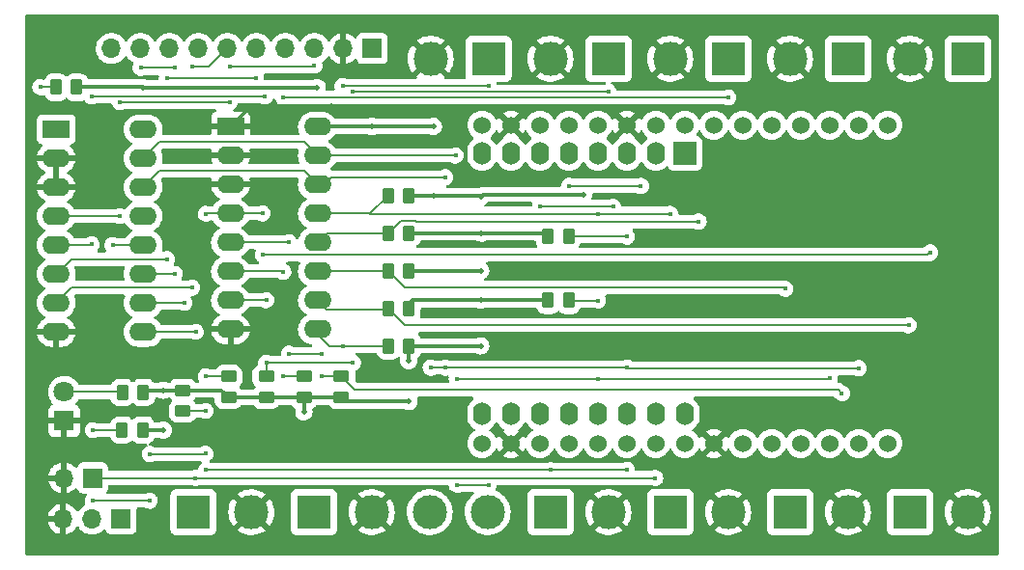
<source format=gtl>
%TF.GenerationSoftware,KiCad,Pcbnew,(6.0.4)*%
%TF.CreationDate,2022-05-09T12:24:25+01:00*%
%TF.ProjectId,light_remote_controller,6c696768-745f-4726-956d-6f74655f636f,v0.1*%
%TF.SameCoordinates,Original*%
%TF.FileFunction,Copper,L1,Top*%
%TF.FilePolarity,Positive*%
%FSLAX46Y46*%
G04 Gerber Fmt 4.6, Leading zero omitted, Abs format (unit mm)*
G04 Created by KiCad (PCBNEW (6.0.4)) date 2022-05-09 12:24:25*
%MOMM*%
%LPD*%
G01*
G04 APERTURE LIST*
G04 Aperture macros list*
%AMRoundRect*
0 Rectangle with rounded corners*
0 $1 Rounding radius*
0 $2 $3 $4 $5 $6 $7 $8 $9 X,Y pos of 4 corners*
0 Add a 4 corners polygon primitive as box body*
4,1,4,$2,$3,$4,$5,$6,$7,$8,$9,$2,$3,0*
0 Add four circle primitives for the rounded corners*
1,1,$1+$1,$2,$3*
1,1,$1+$1,$4,$5*
1,1,$1+$1,$6,$7*
1,1,$1+$1,$8,$9*
0 Add four rect primitives between the rounded corners*
20,1,$1+$1,$2,$3,$4,$5,0*
20,1,$1+$1,$4,$5,$6,$7,0*
20,1,$1+$1,$6,$7,$8,$9,0*
20,1,$1+$1,$8,$9,$2,$3,0*%
G04 Aperture macros list end*
%TA.AperFunction,ComponentPad*%
%ADD10R,1.700000X1.700000*%
%TD*%
%TA.AperFunction,ComponentPad*%
%ADD11O,1.700000X1.700000*%
%TD*%
%TA.AperFunction,SMDPad,CuDef*%
%ADD12RoundRect,0.250000X-0.450000X0.262500X-0.450000X-0.262500X0.450000X-0.262500X0.450000X0.262500X0*%
%TD*%
%TA.AperFunction,ComponentPad*%
%ADD13R,3.000000X3.000000*%
%TD*%
%TA.AperFunction,ComponentPad*%
%ADD14C,3.000000*%
%TD*%
%TA.AperFunction,SMDPad,CuDef*%
%ADD15RoundRect,0.250000X-0.262500X-0.450000X0.262500X-0.450000X0.262500X0.450000X-0.262500X0.450000X0*%
%TD*%
%TA.AperFunction,SMDPad,CuDef*%
%ADD16RoundRect,0.250000X0.262500X0.450000X-0.262500X0.450000X-0.262500X-0.450000X0.262500X-0.450000X0*%
%TD*%
%TA.AperFunction,ComponentPad*%
%ADD17R,1.800000X1.800000*%
%TD*%
%TA.AperFunction,ComponentPad*%
%ADD18C,1.800000*%
%TD*%
%TA.AperFunction,ComponentPad*%
%ADD19R,2.400000X1.600000*%
%TD*%
%TA.AperFunction,ComponentPad*%
%ADD20O,2.400000X1.600000*%
%TD*%
%TA.AperFunction,ComponentPad*%
%ADD21C,1.524000*%
%TD*%
%TA.AperFunction,SMDPad,CuDef*%
%ADD22RoundRect,0.250000X0.450000X-0.262500X0.450000X0.262500X-0.450000X0.262500X-0.450000X-0.262500X0*%
%TD*%
%TA.AperFunction,ComponentPad*%
%ADD23R,2.000000X2.000000*%
%TD*%
%TA.AperFunction,ComponentPad*%
%ADD24O,1.600000X2.000000*%
%TD*%
%TA.AperFunction,ViaPad*%
%ADD25C,0.400000*%
%TD*%
%TA.AperFunction,ViaPad*%
%ADD26C,0.500000*%
%TD*%
%TA.AperFunction,Conductor*%
%ADD27C,0.200000*%
%TD*%
%TA.AperFunction,Conductor*%
%ADD28C,0.300000*%
%TD*%
G04 APERTURE END LIST*
D10*
X182580000Y-84300000D03*
D11*
X180040000Y-84300000D03*
X177500000Y-84300000D03*
D12*
X201900000Y-71800000D03*
X201900000Y-73625000D03*
D13*
X256800000Y-43900000D03*
D14*
X251720000Y-43900000D03*
D15*
X205987500Y-62500000D03*
X207812500Y-62500000D03*
D13*
X188920000Y-83700000D03*
D14*
X194000000Y-83700000D03*
D16*
X221825000Y-65100000D03*
X220000000Y-65100000D03*
D15*
X205987500Y-59200000D03*
X207812500Y-59200000D03*
D17*
X177600000Y-75700000D03*
D18*
X177600000Y-73160000D03*
D13*
X214800000Y-43900000D03*
D14*
X209720000Y-43900000D03*
D16*
X184525000Y-73200000D03*
X182700000Y-73200000D03*
D19*
X176900000Y-50100000D03*
D20*
X176900000Y-52640000D03*
X176900000Y-55180000D03*
X176900000Y-57720000D03*
X176900000Y-60260000D03*
X176900000Y-62800000D03*
X176900000Y-65340000D03*
X176900000Y-67880000D03*
X184520000Y-67880000D03*
X184520000Y-65340000D03*
X184520000Y-62800000D03*
X184520000Y-60260000D03*
X184520000Y-57720000D03*
X184520000Y-55180000D03*
X184520000Y-52640000D03*
X184520000Y-50100000D03*
D13*
X241220000Y-83700000D03*
D14*
X246300000Y-83700000D03*
D12*
X192000000Y-71800000D03*
X192000000Y-73625000D03*
D21*
X249775000Y-49730000D03*
X247235000Y-49730000D03*
X244695000Y-49730000D03*
X242155000Y-49730000D03*
X239615000Y-49730000D03*
X237075000Y-49730000D03*
X234535000Y-49730000D03*
X231995000Y-49730000D03*
X229455000Y-49730000D03*
X226915000Y-49730000D03*
X224375000Y-49730000D03*
X221835000Y-49730000D03*
X219295000Y-49730000D03*
X216755000Y-49730000D03*
X214215000Y-49730000D03*
X214215000Y-77670000D03*
X216755000Y-77670000D03*
X219295000Y-77670000D03*
X221835000Y-77670000D03*
X224375000Y-77670000D03*
X226915000Y-77670000D03*
X229455000Y-77670000D03*
X231995000Y-77670000D03*
X234535000Y-77670000D03*
X237075000Y-77670000D03*
X239615000Y-77670000D03*
X242155000Y-77670000D03*
X244695000Y-77670000D03*
X247235000Y-77670000D03*
X249775000Y-77670000D03*
D22*
X188000000Y-74825000D03*
X188000000Y-73000000D03*
D15*
X205987500Y-65800000D03*
X207812500Y-65800000D03*
D13*
X225300000Y-43900000D03*
D14*
X220220000Y-43900000D03*
D16*
X221800000Y-59500000D03*
X219975000Y-59500000D03*
D13*
X220220000Y-83700000D03*
D14*
X225300000Y-83700000D03*
D13*
X235800000Y-43900000D03*
D14*
X230720000Y-43900000D03*
D10*
X180100000Y-80700000D03*
D11*
X177560000Y-80700000D03*
D10*
X204600000Y-43000000D03*
D11*
X202060000Y-43000000D03*
X199520000Y-43000000D03*
X196980000Y-43000000D03*
X194440000Y-43000000D03*
X191900000Y-43000000D03*
X189360000Y-43000000D03*
X186820000Y-43000000D03*
X184280000Y-43000000D03*
X181740000Y-43000000D03*
D23*
X232000000Y-52200000D03*
D24*
X229460000Y-52200000D03*
X226920000Y-52200000D03*
X224380000Y-52200000D03*
X221840000Y-52200000D03*
X219300000Y-52200000D03*
X216760000Y-52200000D03*
X214220000Y-52200000D03*
X214220000Y-75060000D03*
X216760000Y-75060000D03*
X219300000Y-75060000D03*
X221840000Y-75060000D03*
X224380000Y-75060000D03*
X226920000Y-75060000D03*
X229460000Y-75060000D03*
X232000000Y-75060000D03*
D13*
X251720000Y-83700000D03*
D14*
X256800000Y-83700000D03*
D13*
X230720000Y-83700000D03*
D14*
X235800000Y-83700000D03*
D15*
X206000000Y-69100000D03*
X207825000Y-69100000D03*
X176875000Y-46400000D03*
X178700000Y-46400000D03*
D12*
X195300000Y-71800000D03*
X195300000Y-73625000D03*
D13*
X246300000Y-43900000D03*
D14*
X241220000Y-43900000D03*
D12*
X198600000Y-71800000D03*
X198600000Y-73625000D03*
D19*
X192180000Y-49860000D03*
D20*
X192180000Y-52400000D03*
X192180000Y-54940000D03*
X192180000Y-57480000D03*
X192180000Y-60020000D03*
X192180000Y-62560000D03*
X192180000Y-65100000D03*
X192180000Y-67640000D03*
X199800000Y-67640000D03*
X199800000Y-65100000D03*
X199800000Y-62560000D03*
X199800000Y-60020000D03*
X199800000Y-57480000D03*
X199800000Y-54940000D03*
X199800000Y-52400000D03*
X199800000Y-49860000D03*
D15*
X205987500Y-55900000D03*
X207812500Y-55900000D03*
X182675000Y-76500000D03*
X184500000Y-76500000D03*
D13*
X199480000Y-83700000D03*
D14*
X204560000Y-83700000D03*
X209640000Y-83700000D03*
X214720000Y-83700000D03*
D25*
X195019520Y-61119520D03*
X253500000Y-60900000D03*
X190000000Y-71800000D03*
X190000000Y-57500000D03*
X194980000Y-57480000D03*
D26*
X227620000Y-40820000D03*
D25*
X245900000Y-75200000D03*
D26*
X235800000Y-86300000D03*
D25*
X180900000Y-58700000D03*
X183100000Y-45200000D03*
D26*
X202120000Y-40880000D03*
X204600000Y-86300000D03*
X201000000Y-48100000D03*
X217500000Y-86300000D03*
X256800000Y-86300000D03*
D25*
X180700000Y-62800000D03*
D26*
X246300000Y-86300000D03*
X230720000Y-40820000D03*
X177500000Y-86300000D03*
X220280000Y-40820000D03*
X256780000Y-56480000D03*
X209720000Y-40880000D03*
X225300000Y-86300000D03*
X217520000Y-40880000D03*
X175800000Y-70100000D03*
D25*
X216400000Y-56700000D03*
D26*
X251720000Y-56480000D03*
D25*
X216600000Y-60100000D03*
D26*
X192180000Y-70080000D03*
X241220000Y-40820000D03*
X251720000Y-40820000D03*
D25*
X193700000Y-61300000D03*
D26*
X194100000Y-86300000D03*
D25*
X197280000Y-60020000D03*
X200200000Y-69800000D03*
X245756511Y-73256511D03*
X197300000Y-69800000D03*
X200200000Y-71800000D03*
X235800000Y-47300000D03*
X196800000Y-62600000D03*
X196800000Y-71800000D03*
X196800000Y-47300000D03*
X195300000Y-70600000D03*
X202900000Y-70600000D03*
X195300000Y-65100000D03*
X225300000Y-46800000D03*
X202900000Y-46800000D03*
X214800000Y-46300000D03*
X202000000Y-46300000D03*
X202000000Y-69100000D03*
X251600000Y-67300000D03*
X240800000Y-64100000D03*
X233200000Y-58200000D03*
X185100000Y-78600000D03*
X189975000Y-74825000D03*
X226915000Y-79985000D03*
X180100000Y-82700000D03*
X190020000Y-80020000D03*
X189975000Y-78575000D03*
X225700000Y-56900000D03*
X219300000Y-56900000D03*
X220220000Y-80020000D03*
X185100000Y-82700000D03*
D26*
X214100000Y-69100000D03*
X214100000Y-65100000D03*
X186300000Y-76500000D03*
X209960000Y-49860000D03*
X214110000Y-59210000D03*
X198600000Y-74900000D03*
X207800000Y-74000000D03*
X204560000Y-49860000D03*
X214100000Y-62500000D03*
X186300000Y-73000000D03*
X214110000Y-55990000D03*
X199780000Y-46420000D03*
X210000000Y-55900000D03*
X184520000Y-46420000D03*
X223125000Y-55825000D03*
X207800000Y-70400000D03*
D25*
X175500000Y-46400000D03*
X226920000Y-71020000D03*
X211000000Y-54300000D03*
X247235000Y-71065000D03*
X226920000Y-59520000D03*
X211020000Y-71020000D03*
X209720000Y-71020000D03*
X214800000Y-81300000D03*
X211900000Y-52400000D03*
X224380000Y-71980000D03*
X212000000Y-81300000D03*
X244695000Y-71905000D03*
X212000000Y-72000000D03*
X224380000Y-65120000D03*
X224400000Y-57500000D03*
X230700000Y-57500000D03*
X192080000Y-47720000D03*
X199520000Y-44480000D03*
X192100000Y-44600000D03*
X182480000Y-57720000D03*
X182480000Y-47720000D03*
X195200000Y-47200000D03*
X180000000Y-47200000D03*
X180000000Y-60200000D03*
X186600000Y-45600000D03*
X194400000Y-45600000D03*
X186600000Y-61500000D03*
X188800000Y-64000000D03*
X188800000Y-44600000D03*
X189120000Y-67880000D03*
X188140000Y-65340000D03*
X184300000Y-44700000D03*
X187300000Y-62800000D03*
X187300000Y-44700000D03*
X181840000Y-60260000D03*
X221840000Y-55060000D03*
X189100000Y-80700000D03*
X180100000Y-76500000D03*
X228140000Y-55060000D03*
X229400000Y-80700000D03*
D27*
X190000000Y-57500000D02*
X190020000Y-57480000D01*
X253500000Y-60900000D02*
X253280480Y-61119520D01*
X253280480Y-61119520D02*
X195019520Y-61119520D01*
X192180000Y-57480000D02*
X194980000Y-57480000D01*
X192000000Y-71800000D02*
X190000000Y-71800000D01*
X190020000Y-57480000D02*
X192180000Y-57480000D01*
D28*
X251720000Y-56480000D02*
X256780000Y-56480000D01*
X230720000Y-40820000D02*
X227620000Y-40820000D01*
X227620000Y-40820000D02*
X220280000Y-40820000D01*
X256800000Y-86300000D02*
X246300000Y-86300000D01*
X175820000Y-70080000D02*
X175800000Y-70100000D01*
X220220000Y-40880000D02*
X220280000Y-40820000D01*
X209720000Y-40880000D02*
X202120000Y-40880000D01*
X241220000Y-40820000D02*
X230720000Y-40820000D01*
X193940000Y-48100000D02*
X201000000Y-48100000D01*
X251720000Y-40820000D02*
X241220000Y-40820000D01*
X192180000Y-49860000D02*
X193740000Y-48300000D01*
X193840000Y-48200000D02*
X193940000Y-48100000D01*
X217520000Y-40880000D02*
X220220000Y-40880000D01*
X246300000Y-86300000D02*
X235800000Y-86300000D01*
X193740000Y-48300000D02*
X193840000Y-48200000D01*
X192180000Y-70080000D02*
X175820000Y-70080000D01*
X204600000Y-86300000D02*
X194100000Y-86300000D01*
X225300000Y-86300000D02*
X204600000Y-86300000D01*
X209720000Y-40880000D02*
X217520000Y-40880000D01*
X177500000Y-86300000D02*
X194100000Y-86300000D01*
X235800000Y-86300000D02*
X225300000Y-86300000D01*
D27*
X203075489Y-72975489D02*
X201900000Y-71800000D01*
X200200000Y-71800000D02*
X201900000Y-71800000D01*
X197300000Y-69800000D02*
X200200000Y-69800000D01*
X245475489Y-72975489D02*
X203075489Y-72975489D01*
X192180000Y-60020000D02*
X197280000Y-60020000D01*
X245756511Y-73256511D02*
X245475489Y-72975489D01*
X198600000Y-71800000D02*
X196800000Y-71800000D01*
X235800000Y-47300000D02*
X196800000Y-47300000D01*
X196800000Y-62600000D02*
X196760000Y-62560000D01*
X196760000Y-62560000D02*
X192180000Y-62560000D01*
X225300000Y-46800000D02*
X202900000Y-46800000D01*
X195300000Y-65100000D02*
X192180000Y-65100000D01*
X202900000Y-70600000D02*
X195300000Y-70600000D01*
X195300000Y-71800000D02*
X195300000Y-70600000D01*
X199800000Y-67640000D02*
X199800000Y-68100000D01*
X214800000Y-46300000D02*
X202000000Y-46300000D01*
X199800000Y-68100000D02*
X200800000Y-69100000D01*
X200800000Y-69100000D02*
X206000000Y-69100000D01*
X199800000Y-65100000D02*
X200600000Y-65900000D01*
X200600000Y-65900000D02*
X205887500Y-65900000D01*
X207487500Y-67300000D02*
X251600000Y-67300000D01*
X205887500Y-65900000D02*
X205987500Y-65800000D01*
X205987500Y-65800000D02*
X207487500Y-67300000D01*
X205927500Y-62560000D02*
X205987500Y-62500000D01*
X240700480Y-64000480D02*
X207487980Y-64000480D01*
X207487980Y-64000480D02*
X205987500Y-62500000D01*
X240800000Y-64100000D02*
X240700480Y-64000480D01*
X199800000Y-62560000D02*
X205927500Y-62560000D01*
X233200000Y-58200000D02*
X208443559Y-58200000D01*
X200600000Y-59200000D02*
X205987500Y-59200000D01*
X199800000Y-60000000D02*
X200600000Y-59200000D01*
X208443559Y-58200000D02*
X208344039Y-58100480D01*
X207087020Y-58100480D02*
X205987500Y-59200000D01*
X208344039Y-58100480D02*
X207087020Y-58100480D01*
X199800000Y-60020000D02*
X199800000Y-60000000D01*
X220255000Y-79985000D02*
X220220000Y-80020000D01*
X189975000Y-78575000D02*
X189950000Y-78600000D01*
X188000000Y-74825000D02*
X189975000Y-74825000D01*
X225700000Y-56900000D02*
X219300000Y-56900000D01*
X185100000Y-82700000D02*
X180100000Y-82700000D01*
X226915000Y-79985000D02*
X220255000Y-79985000D01*
X220220000Y-80020000D02*
X190020000Y-80020000D01*
X189950000Y-78600000D02*
X185100000Y-78600000D01*
D28*
X223125000Y-55825000D02*
X214275000Y-55825000D01*
X207812500Y-65800000D02*
X207812500Y-65387500D01*
X184520000Y-46420000D02*
X184460000Y-46360000D01*
X198600000Y-74900000D02*
X198600000Y-73625000D01*
X184500000Y-76500000D02*
X186300000Y-76500000D01*
X207800000Y-70400000D02*
X207800000Y-69125000D01*
X184725000Y-73000000D02*
X184525000Y-73200000D01*
X214100000Y-55980000D02*
X214110000Y-55990000D01*
X188000000Y-73000000D02*
X184725000Y-73000000D01*
X207812500Y-65387500D02*
X208100000Y-65100000D01*
X214100000Y-59200000D02*
X214110000Y-59210000D01*
X207812500Y-62500000D02*
X214100000Y-62500000D01*
X219675000Y-59200000D02*
X219975000Y-59500000D01*
X199800000Y-49860000D02*
X204560000Y-49860000D01*
X214120000Y-59200000D02*
X219675000Y-59200000D01*
X207812500Y-55900000D02*
X210000000Y-55900000D01*
X204560000Y-49860000D02*
X209960000Y-49860000D01*
X210000000Y-55900000D02*
X214100000Y-55900000D01*
X202275000Y-74000000D02*
X207800000Y-74000000D01*
X220000000Y-65100000D02*
X214100000Y-65100000D01*
X214110000Y-59210000D02*
X214120000Y-59200000D01*
X201900000Y-73625000D02*
X202275000Y-74000000D01*
X207825000Y-69100000D02*
X214100000Y-69100000D01*
X184520000Y-46420000D02*
X199780000Y-46420000D01*
X181340000Y-46360000D02*
X178740000Y-46360000D01*
X214275000Y-55825000D02*
X214110000Y-55990000D01*
X208100000Y-65100000D02*
X214100000Y-65100000D01*
X207800000Y-69125000D02*
X207825000Y-69100000D01*
X207812500Y-59200000D02*
X214100000Y-59200000D01*
X195300000Y-73625000D02*
X198600000Y-73625000D01*
X214100000Y-55900000D02*
X214100000Y-55980000D01*
X191375000Y-73000000D02*
X188000000Y-73000000D01*
X178740000Y-46360000D02*
X178700000Y-46400000D01*
X198600000Y-73625000D02*
X201900000Y-73625000D01*
X192000000Y-73625000D02*
X195300000Y-73625000D01*
X184460000Y-46360000D02*
X181340000Y-46360000D01*
X192000000Y-73625000D02*
X191375000Y-73000000D01*
D27*
X176875000Y-46400000D02*
X175500000Y-46400000D01*
X185959520Y-53740480D02*
X198600480Y-53740480D01*
X200360000Y-54940000D02*
X201000000Y-54300000D01*
X226900000Y-59500000D02*
X226920000Y-59520000D01*
X226965000Y-71065000D02*
X226920000Y-71020000D01*
X209720000Y-71020000D02*
X211020000Y-71020000D01*
X247235000Y-71065000D02*
X226965000Y-71065000D01*
X199800000Y-54940000D02*
X200360000Y-54940000D01*
X198600480Y-53740480D02*
X199800000Y-54940000D01*
X221800000Y-59500000D02*
X226900000Y-59500000D01*
X211020000Y-71020000D02*
X226920000Y-71020000D01*
X201000000Y-54300000D02*
X211000000Y-54300000D01*
X184520000Y-55180000D02*
X185959520Y-53740480D01*
X214800000Y-81300000D02*
X212000000Y-81300000D01*
X244600000Y-72000000D02*
X224400000Y-72000000D01*
X224360000Y-72000000D02*
X224380000Y-71980000D01*
X224380000Y-65120000D02*
X221845000Y-65120000D01*
X221845000Y-65120000D02*
X221825000Y-65100000D01*
X185959520Y-51200480D02*
X198600480Y-51200480D01*
X184520000Y-52640000D02*
X185959520Y-51200480D01*
X244695000Y-71905000D02*
X244600000Y-72000000D01*
X224400000Y-72000000D02*
X224380000Y-71980000D01*
X198600480Y-51200480D02*
X199800000Y-52400000D01*
X212000000Y-72000000D02*
X224360000Y-72000000D01*
X199800000Y-52400000D02*
X211900000Y-52400000D01*
X204407500Y-57480000D02*
X199800000Y-57480000D01*
X230700000Y-57500000D02*
X224400000Y-57500000D01*
X224400000Y-57500000D02*
X204427500Y-57500000D01*
X205987500Y-55900000D02*
X204407500Y-57480000D01*
X204427500Y-57500000D02*
X204407500Y-57480000D01*
X182660000Y-73160000D02*
X177600000Y-73160000D01*
X182700000Y-73200000D02*
X182660000Y-73160000D01*
X176900000Y-57720000D02*
X182480000Y-57720000D01*
X199400000Y-44600000D02*
X199520000Y-44480000D01*
X192100000Y-44600000D02*
X199400000Y-44600000D01*
X182480000Y-47720000D02*
X192080000Y-47720000D01*
X180000000Y-60200000D02*
X179940000Y-60260000D01*
X179940000Y-60260000D02*
X176900000Y-60260000D01*
X195200000Y-47200000D02*
X180000000Y-47200000D01*
X176900000Y-62800000D02*
X178200000Y-61500000D01*
X186600000Y-45600000D02*
X194400000Y-45600000D01*
X178200000Y-61500000D02*
X186600000Y-61500000D01*
X190300000Y-44600000D02*
X191900000Y-43000000D01*
X188800000Y-44600000D02*
X190300000Y-44600000D01*
X176900000Y-65340000D02*
X178240000Y-64000000D01*
X178240000Y-64000000D02*
X188800000Y-64000000D01*
X184520000Y-67880000D02*
X189120000Y-67880000D01*
X184520000Y-65340000D02*
X188140000Y-65340000D01*
X184520000Y-62800000D02*
X187300000Y-62800000D01*
X187300000Y-44700000D02*
X184300000Y-44700000D01*
X184520000Y-60260000D02*
X181840000Y-60260000D01*
X180100000Y-76500000D02*
X182675000Y-76500000D01*
X180100000Y-80700000D02*
X189100000Y-80700000D01*
X189100000Y-80700000D02*
X229400000Y-80700000D01*
X221840000Y-55060000D02*
X228140000Y-55060000D01*
%TA.AperFunction,Conductor*%
G36*
X259433621Y-40028502D02*
G01*
X259480114Y-40082158D01*
X259491500Y-40134500D01*
X259491500Y-87365500D01*
X259471498Y-87433621D01*
X259417842Y-87480114D01*
X259365500Y-87491500D01*
X174334500Y-87491500D01*
X174266379Y-87471498D01*
X174219886Y-87417842D01*
X174208500Y-87365500D01*
X174208500Y-84567966D01*
X176168257Y-84567966D01*
X176198565Y-84702446D01*
X176201645Y-84712275D01*
X176281770Y-84909603D01*
X176286413Y-84918794D01*
X176397694Y-85100388D01*
X176403777Y-85108699D01*
X176543213Y-85269667D01*
X176550580Y-85276883D01*
X176714434Y-85412916D01*
X176722881Y-85418831D01*
X176906756Y-85526279D01*
X176916042Y-85530729D01*
X177115001Y-85606703D01*
X177124899Y-85609579D01*
X177228250Y-85630606D01*
X177242299Y-85629410D01*
X177246000Y-85619065D01*
X177246000Y-85618517D01*
X177754000Y-85618517D01*
X177758064Y-85632359D01*
X177771478Y-85634393D01*
X177778184Y-85633534D01*
X177788262Y-85631392D01*
X177992255Y-85570191D01*
X178001842Y-85566433D01*
X178193095Y-85472739D01*
X178201945Y-85467464D01*
X178375328Y-85343792D01*
X178383200Y-85337139D01*
X178534052Y-85186812D01*
X178540730Y-85178965D01*
X178668022Y-85001819D01*
X178669279Y-85002722D01*
X178716373Y-84959362D01*
X178786311Y-84947145D01*
X178851751Y-84974678D01*
X178879579Y-85006511D01*
X178939987Y-85105088D01*
X179086250Y-85273938D01*
X179258126Y-85416632D01*
X179451000Y-85529338D01*
X179659692Y-85609030D01*
X179664760Y-85610061D01*
X179664763Y-85610062D01*
X179759862Y-85629410D01*
X179878597Y-85653567D01*
X179883772Y-85653757D01*
X179883774Y-85653757D01*
X180096673Y-85661564D01*
X180096677Y-85661564D01*
X180101837Y-85661753D01*
X180106957Y-85661097D01*
X180106959Y-85661097D01*
X180318288Y-85634025D01*
X180318289Y-85634025D01*
X180323416Y-85633368D01*
X180328366Y-85631883D01*
X180532429Y-85570661D01*
X180532434Y-85570659D01*
X180537384Y-85569174D01*
X180737994Y-85470896D01*
X180919860Y-85341173D01*
X181028091Y-85233319D01*
X181090462Y-85199404D01*
X181161268Y-85204592D01*
X181218030Y-85247238D01*
X181235012Y-85278341D01*
X181252860Y-85325951D01*
X181279385Y-85396705D01*
X181366739Y-85513261D01*
X181483295Y-85600615D01*
X181619684Y-85651745D01*
X181681866Y-85658500D01*
X183478134Y-85658500D01*
X183540316Y-85651745D01*
X183676705Y-85600615D01*
X183793261Y-85513261D01*
X183880615Y-85396705D01*
X183931745Y-85260316D01*
X183933068Y-85248134D01*
X186911500Y-85248134D01*
X186918255Y-85310316D01*
X186969385Y-85446705D01*
X187056739Y-85563261D01*
X187173295Y-85650615D01*
X187309684Y-85701745D01*
X187371866Y-85708500D01*
X190468134Y-85708500D01*
X190530316Y-85701745D01*
X190666705Y-85650615D01*
X190783261Y-85563261D01*
X190870615Y-85446705D01*
X190921745Y-85310316D01*
X190923990Y-85289654D01*
X192775618Y-85289654D01*
X192782673Y-85299627D01*
X192813679Y-85325551D01*
X192820598Y-85330579D01*
X193045272Y-85471515D01*
X193052807Y-85475556D01*
X193294520Y-85584694D01*
X193302551Y-85587680D01*
X193556832Y-85663002D01*
X193565184Y-85664869D01*
X193827340Y-85704984D01*
X193835874Y-85705700D01*
X194101045Y-85709867D01*
X194109596Y-85709418D01*
X194372883Y-85677557D01*
X194381284Y-85675955D01*
X194637824Y-85608653D01*
X194645926Y-85605926D01*
X194890949Y-85504434D01*
X194898617Y-85500628D01*
X195127598Y-85366822D01*
X195134679Y-85362009D01*
X195214655Y-85299301D01*
X195223125Y-85287442D01*
X195216608Y-85275818D01*
X195188924Y-85248134D01*
X197471500Y-85248134D01*
X197478255Y-85310316D01*
X197529385Y-85446705D01*
X197616739Y-85563261D01*
X197733295Y-85650615D01*
X197869684Y-85701745D01*
X197931866Y-85708500D01*
X201028134Y-85708500D01*
X201090316Y-85701745D01*
X201226705Y-85650615D01*
X201343261Y-85563261D01*
X201430615Y-85446705D01*
X201481745Y-85310316D01*
X201483990Y-85289654D01*
X203335618Y-85289654D01*
X203342673Y-85299627D01*
X203373679Y-85325551D01*
X203380598Y-85330579D01*
X203605272Y-85471515D01*
X203612807Y-85475556D01*
X203854520Y-85584694D01*
X203862551Y-85587680D01*
X204116832Y-85663002D01*
X204125184Y-85664869D01*
X204387340Y-85704984D01*
X204395874Y-85705700D01*
X204661045Y-85709867D01*
X204669596Y-85709418D01*
X204932883Y-85677557D01*
X204941284Y-85675955D01*
X205197824Y-85608653D01*
X205205926Y-85605926D01*
X205450949Y-85504434D01*
X205458617Y-85500628D01*
X205687598Y-85366822D01*
X205694679Y-85362009D01*
X205774655Y-85299301D01*
X205783125Y-85287442D01*
X205776608Y-85275818D01*
X204572812Y-84072022D01*
X204558868Y-84064408D01*
X204557035Y-84064539D01*
X204550420Y-84068790D01*
X203342910Y-85276300D01*
X203335618Y-85289654D01*
X201483990Y-85289654D01*
X201488500Y-85248134D01*
X201488500Y-83683204D01*
X202547665Y-83683204D01*
X202562932Y-83947969D01*
X202564005Y-83956470D01*
X202615065Y-84216722D01*
X202617276Y-84224974D01*
X202703184Y-84475894D01*
X202706499Y-84483779D01*
X202825664Y-84720713D01*
X202830020Y-84728079D01*
X202959347Y-84916250D01*
X202969601Y-84924594D01*
X202983342Y-84917448D01*
X204187978Y-83712812D01*
X204194356Y-83701132D01*
X204924408Y-83701132D01*
X204924539Y-83702965D01*
X204928790Y-83709580D01*
X206135730Y-84916520D01*
X206147939Y-84923187D01*
X206159439Y-84914497D01*
X206256831Y-84781913D01*
X206261418Y-84774685D01*
X206387962Y-84541621D01*
X206391530Y-84533827D01*
X206485271Y-84285750D01*
X206487748Y-84277544D01*
X206546954Y-84019038D01*
X206548294Y-84010577D01*
X206572031Y-83744616D01*
X206572277Y-83739677D01*
X206572666Y-83702485D01*
X206572523Y-83697519D01*
X206571255Y-83678918D01*
X207626917Y-83678918D01*
X207642682Y-83952320D01*
X207643507Y-83956525D01*
X207643508Y-83956533D01*
X207664698Y-84064539D01*
X207695405Y-84221053D01*
X207696792Y-84225103D01*
X207696793Y-84225108D01*
X207717605Y-84285895D01*
X207784112Y-84480144D01*
X207786039Y-84483975D01*
X207895918Y-84702446D01*
X207907160Y-84724799D01*
X207909586Y-84728328D01*
X207909589Y-84728334D01*
X208037618Y-84914616D01*
X208062274Y-84950490D01*
X208065161Y-84953663D01*
X208065162Y-84953664D01*
X208206232Y-85108699D01*
X208246582Y-85153043D01*
X208249877Y-85155798D01*
X208249878Y-85155799D01*
X208301241Y-85198745D01*
X208456675Y-85328707D01*
X208460316Y-85330991D01*
X208685024Y-85471951D01*
X208685028Y-85471953D01*
X208688664Y-85474234D01*
X208804932Y-85526731D01*
X208934345Y-85585164D01*
X208934349Y-85585166D01*
X208938257Y-85586930D01*
X208942377Y-85588150D01*
X208942376Y-85588150D01*
X209196723Y-85663491D01*
X209196727Y-85663492D01*
X209200836Y-85664709D01*
X209205070Y-85665357D01*
X209205075Y-85665358D01*
X209467298Y-85705483D01*
X209467300Y-85705483D01*
X209471540Y-85706132D01*
X209610912Y-85708322D01*
X209741071Y-85710367D01*
X209741077Y-85710367D01*
X209745362Y-85710434D01*
X210017235Y-85677534D01*
X210274423Y-85610062D01*
X210277976Y-85609130D01*
X210282127Y-85608041D01*
X210286087Y-85606401D01*
X210286092Y-85606399D01*
X210479517Y-85526279D01*
X210535136Y-85503241D01*
X210771582Y-85365073D01*
X210987089Y-85196094D01*
X211003689Y-85178965D01*
X211174686Y-85002509D01*
X211177669Y-84999431D01*
X211180202Y-84995983D01*
X211180206Y-84995978D01*
X211337257Y-84782178D01*
X211339795Y-84778723D01*
X211341841Y-84774955D01*
X211468418Y-84541830D01*
X211468419Y-84541828D01*
X211470468Y-84538054D01*
X211567269Y-84281877D01*
X211628407Y-84014933D01*
X211634384Y-83947969D01*
X211652531Y-83744627D01*
X211652532Y-83744616D01*
X211652751Y-83742161D01*
X211653193Y-83700000D01*
X211648195Y-83626680D01*
X211634859Y-83431055D01*
X211634858Y-83431049D01*
X211634567Y-83426778D01*
X211623473Y-83373205D01*
X211579901Y-83162809D01*
X211579032Y-83158612D01*
X211487617Y-82900465D01*
X211362013Y-82657112D01*
X211352040Y-82642921D01*
X211207008Y-82436562D01*
X211204545Y-82433057D01*
X211133424Y-82356522D01*
X211021046Y-82235588D01*
X211021043Y-82235585D01*
X211018125Y-82232445D01*
X211014810Y-82229731D01*
X211014806Y-82229728D01*
X210845924Y-82091500D01*
X210806205Y-82058990D01*
X210593267Y-81928502D01*
X210576366Y-81918145D01*
X210576365Y-81918145D01*
X210572704Y-81915901D01*
X210566690Y-81913261D01*
X210325873Y-81807549D01*
X210325869Y-81807548D01*
X210321945Y-81805825D01*
X210058566Y-81730800D01*
X210054324Y-81730196D01*
X210054318Y-81730195D01*
X209849387Y-81701029D01*
X209787443Y-81692213D01*
X209643589Y-81691460D01*
X209517877Y-81690802D01*
X209517871Y-81690802D01*
X209513591Y-81690780D01*
X209509347Y-81691339D01*
X209509343Y-81691339D01*
X209435741Y-81701029D01*
X209242078Y-81726525D01*
X209237938Y-81727658D01*
X209237936Y-81727658D01*
X209178960Y-81743792D01*
X208977928Y-81798788D01*
X208973980Y-81800472D01*
X208729982Y-81904546D01*
X208729978Y-81904548D01*
X208726030Y-81906232D01*
X208625441Y-81966433D01*
X208494725Y-82044664D01*
X208494721Y-82044667D01*
X208491043Y-82046868D01*
X208277318Y-82218094D01*
X208261960Y-82234278D01*
X208127047Y-82376447D01*
X208088808Y-82416742D01*
X207929002Y-82639136D01*
X207800857Y-82881161D01*
X207799385Y-82885184D01*
X207799383Y-82885188D01*
X207735557Y-83059599D01*
X207706743Y-83138337D01*
X207648404Y-83405907D01*
X207626917Y-83678918D01*
X206571255Y-83678918D01*
X206554362Y-83431123D01*
X206553201Y-83422649D01*
X206499419Y-83162944D01*
X206497120Y-83154709D01*
X206408588Y-82904705D01*
X206405191Y-82896854D01*
X206283550Y-82661178D01*
X206279122Y-82653866D01*
X206160031Y-82484417D01*
X206149509Y-82476037D01*
X206136121Y-82483089D01*
X204932022Y-83687188D01*
X204924408Y-83701132D01*
X204194356Y-83701132D01*
X204195592Y-83698868D01*
X204195461Y-83697035D01*
X204191210Y-83690420D01*
X202983814Y-82483024D01*
X202971804Y-82476466D01*
X202960064Y-82485434D01*
X202851935Y-82635911D01*
X202847418Y-82643196D01*
X202723325Y-82877567D01*
X202719839Y-82885395D01*
X202628700Y-83134446D01*
X202626311Y-83142670D01*
X202569812Y-83401795D01*
X202568563Y-83410250D01*
X202547754Y-83674653D01*
X202547665Y-83683204D01*
X201488500Y-83683204D01*
X201488500Y-82151866D01*
X201484224Y-82112500D01*
X203336584Y-82112500D01*
X203342980Y-82123770D01*
X204547188Y-83327978D01*
X204561132Y-83335592D01*
X204562965Y-83335461D01*
X204569580Y-83331210D01*
X205776604Y-82124186D01*
X205783795Y-82111017D01*
X205776473Y-82100780D01*
X205729233Y-82062115D01*
X205722261Y-82057160D01*
X205496122Y-81918582D01*
X205488552Y-81914624D01*
X205245704Y-81808022D01*
X205237644Y-81805120D01*
X204982592Y-81732467D01*
X204974214Y-81730685D01*
X204711656Y-81693318D01*
X204703111Y-81692691D01*
X204437908Y-81691302D01*
X204429374Y-81691839D01*
X204166433Y-81726456D01*
X204158035Y-81728149D01*
X203902238Y-81798127D01*
X203894143Y-81800946D01*
X203650199Y-81904997D01*
X203642577Y-81908881D01*
X203415013Y-82045075D01*
X203407981Y-82049962D01*
X203345053Y-82100377D01*
X203336584Y-82112500D01*
X201484224Y-82112500D01*
X201481745Y-82089684D01*
X201430615Y-81953295D01*
X201343261Y-81836739D01*
X201226705Y-81749385D01*
X201090316Y-81698255D01*
X201028134Y-81691500D01*
X197931866Y-81691500D01*
X197869684Y-81698255D01*
X197733295Y-81749385D01*
X197616739Y-81836739D01*
X197529385Y-81953295D01*
X197478255Y-82089684D01*
X197471500Y-82151866D01*
X197471500Y-85248134D01*
X195188924Y-85248134D01*
X194012812Y-84072022D01*
X193998868Y-84064408D01*
X193997035Y-84064539D01*
X193990420Y-84068790D01*
X192782910Y-85276300D01*
X192775618Y-85289654D01*
X190923990Y-85289654D01*
X190928500Y-85248134D01*
X190928500Y-83683204D01*
X191987665Y-83683204D01*
X192002932Y-83947969D01*
X192004005Y-83956470D01*
X192055065Y-84216722D01*
X192057276Y-84224974D01*
X192143184Y-84475894D01*
X192146499Y-84483779D01*
X192265664Y-84720713D01*
X192270020Y-84728079D01*
X192399347Y-84916250D01*
X192409601Y-84924594D01*
X192423342Y-84917448D01*
X193627978Y-83712812D01*
X193634356Y-83701132D01*
X194364408Y-83701132D01*
X194364539Y-83702965D01*
X194368790Y-83709580D01*
X195575730Y-84916520D01*
X195587939Y-84923187D01*
X195599439Y-84914497D01*
X195696831Y-84781913D01*
X195701418Y-84774685D01*
X195827962Y-84541621D01*
X195831530Y-84533827D01*
X195925271Y-84285750D01*
X195927748Y-84277544D01*
X195986954Y-84019038D01*
X195988294Y-84010577D01*
X196012031Y-83744616D01*
X196012277Y-83739677D01*
X196012666Y-83702485D01*
X196012523Y-83697519D01*
X195994362Y-83431123D01*
X195993201Y-83422649D01*
X195939419Y-83162944D01*
X195937120Y-83154709D01*
X195848588Y-82904705D01*
X195845191Y-82896854D01*
X195723550Y-82661178D01*
X195719122Y-82653866D01*
X195600031Y-82484417D01*
X195589509Y-82476037D01*
X195576121Y-82483089D01*
X194372022Y-83687188D01*
X194364408Y-83701132D01*
X193634356Y-83701132D01*
X193635592Y-83698868D01*
X193635461Y-83697035D01*
X193631210Y-83690420D01*
X192423814Y-82483024D01*
X192411804Y-82476466D01*
X192400064Y-82485434D01*
X192291935Y-82635911D01*
X192287418Y-82643196D01*
X192163325Y-82877567D01*
X192159839Y-82885395D01*
X192068700Y-83134446D01*
X192066311Y-83142670D01*
X192009812Y-83401795D01*
X192008563Y-83410250D01*
X191987754Y-83674653D01*
X191987665Y-83683204D01*
X190928500Y-83683204D01*
X190928500Y-82151866D01*
X190924224Y-82112500D01*
X192776584Y-82112500D01*
X192782980Y-82123770D01*
X193987188Y-83327978D01*
X194001132Y-83335592D01*
X194002965Y-83335461D01*
X194009580Y-83331210D01*
X195216604Y-82124186D01*
X195223795Y-82111017D01*
X195216473Y-82100780D01*
X195169233Y-82062115D01*
X195162261Y-82057160D01*
X194936122Y-81918582D01*
X194928552Y-81914624D01*
X194685704Y-81808022D01*
X194677644Y-81805120D01*
X194422592Y-81732467D01*
X194414214Y-81730685D01*
X194151656Y-81693318D01*
X194143111Y-81692691D01*
X193877908Y-81691302D01*
X193869374Y-81691839D01*
X193606433Y-81726456D01*
X193598035Y-81728149D01*
X193342238Y-81798127D01*
X193334143Y-81800946D01*
X193090199Y-81904997D01*
X193082577Y-81908881D01*
X192855013Y-82045075D01*
X192847981Y-82049962D01*
X192785053Y-82100377D01*
X192776584Y-82112500D01*
X190924224Y-82112500D01*
X190921745Y-82089684D01*
X190870615Y-81953295D01*
X190783261Y-81836739D01*
X190666705Y-81749385D01*
X190530316Y-81698255D01*
X190468134Y-81691500D01*
X187371866Y-81691500D01*
X187309684Y-81698255D01*
X187173295Y-81749385D01*
X187056739Y-81836739D01*
X186969385Y-81953295D01*
X186918255Y-82089684D01*
X186911500Y-82151866D01*
X186911500Y-85248134D01*
X183933068Y-85248134D01*
X183938500Y-85198134D01*
X183938500Y-83434500D01*
X183958502Y-83366379D01*
X184012158Y-83319886D01*
X184064500Y-83308500D01*
X184703814Y-83308500D01*
X184763936Y-83323769D01*
X184837268Y-83363585D01*
X185003139Y-83407101D01*
X185090586Y-83408474D01*
X185167003Y-83409675D01*
X185167006Y-83409675D01*
X185174602Y-83409794D01*
X185182006Y-83408098D01*
X185182008Y-83408098D01*
X185244846Y-83393706D01*
X185341759Y-83371510D01*
X185494958Y-83294459D01*
X185500729Y-83289530D01*
X185500732Y-83289528D01*
X185619578Y-83188023D01*
X185625355Y-83183089D01*
X185725424Y-83043830D01*
X185789385Y-82884720D01*
X185813547Y-82714947D01*
X185813704Y-82700000D01*
X185806797Y-82642921D01*
X185794015Y-82537299D01*
X185794014Y-82537296D01*
X185793102Y-82529758D01*
X185776354Y-82485434D01*
X185735171Y-82376447D01*
X185732487Y-82369344D01*
X185723675Y-82356522D01*
X185639659Y-82234278D01*
X185639658Y-82234276D01*
X185635357Y-82228019D01*
X185629686Y-82222966D01*
X185512993Y-82118996D01*
X185512990Y-82118994D01*
X185507321Y-82113943D01*
X185499325Y-82109709D01*
X185400077Y-82057160D01*
X185355769Y-82033700D01*
X185348404Y-82031850D01*
X185196822Y-81993775D01*
X185196818Y-81993775D01*
X185189451Y-81991924D01*
X185181852Y-81991884D01*
X185181850Y-81991884D01*
X185110394Y-81991510D01*
X185017969Y-81991026D01*
X185010589Y-81992798D01*
X185010587Y-81992798D01*
X184858602Y-82029286D01*
X184858598Y-82029287D01*
X184851223Y-82031058D01*
X184772872Y-82071498D01*
X184761309Y-82077466D01*
X184703519Y-82091500D01*
X181431569Y-82091500D01*
X181363448Y-82071498D01*
X181316955Y-82017842D01*
X181306851Y-81947568D01*
X181330743Y-81889935D01*
X181384032Y-81818831D01*
X181400615Y-81796705D01*
X181451745Y-81660316D01*
X181458500Y-81598134D01*
X181458500Y-81434500D01*
X181478502Y-81366379D01*
X181532158Y-81319886D01*
X181584500Y-81308500D01*
X188703814Y-81308500D01*
X188763936Y-81323769D01*
X188837268Y-81363585D01*
X189003139Y-81407101D01*
X189090586Y-81408474D01*
X189167003Y-81409675D01*
X189167006Y-81409675D01*
X189174602Y-81409794D01*
X189182006Y-81408098D01*
X189182008Y-81408098D01*
X189295267Y-81382158D01*
X189341759Y-81371510D01*
X189440329Y-81321935D01*
X189496942Y-81308500D01*
X211175244Y-81308500D01*
X211243365Y-81328502D01*
X211289858Y-81382158D01*
X211300483Y-81420674D01*
X211305153Y-81462975D01*
X211364085Y-81624015D01*
X211368322Y-81630321D01*
X211368324Y-81630324D01*
X211372666Y-81636785D01*
X211459730Y-81766349D01*
X211586565Y-81881760D01*
X211737268Y-81963585D01*
X211903139Y-82007101D01*
X211990586Y-82008474D01*
X212067003Y-82009675D01*
X212067006Y-82009675D01*
X212074602Y-82009794D01*
X212082006Y-82008098D01*
X212082008Y-82008098D01*
X212156373Y-81991066D01*
X212241759Y-81971510D01*
X212340329Y-81921935D01*
X212396942Y-81908500D01*
X213384959Y-81908500D01*
X213453080Y-81928502D01*
X213499573Y-81982158D01*
X213509677Y-82052432D01*
X213480183Y-82117012D01*
X213463741Y-82132833D01*
X213357318Y-82218094D01*
X213341960Y-82234278D01*
X213207047Y-82376447D01*
X213168808Y-82416742D01*
X213009002Y-82639136D01*
X212880857Y-82881161D01*
X212879385Y-82885184D01*
X212879383Y-82885188D01*
X212815557Y-83059599D01*
X212786743Y-83138337D01*
X212728404Y-83405907D01*
X212706917Y-83678918D01*
X212722682Y-83952320D01*
X212723507Y-83956525D01*
X212723508Y-83956533D01*
X212744698Y-84064539D01*
X212775405Y-84221053D01*
X212776792Y-84225103D01*
X212776793Y-84225108D01*
X212797605Y-84285895D01*
X212864112Y-84480144D01*
X212866039Y-84483975D01*
X212975918Y-84702446D01*
X212987160Y-84724799D01*
X212989586Y-84728328D01*
X212989589Y-84728334D01*
X213117618Y-84914616D01*
X213142274Y-84950490D01*
X213145161Y-84953663D01*
X213145162Y-84953664D01*
X213286232Y-85108699D01*
X213326582Y-85153043D01*
X213329877Y-85155798D01*
X213329878Y-85155799D01*
X213381241Y-85198745D01*
X213536675Y-85328707D01*
X213540316Y-85330991D01*
X213765024Y-85471951D01*
X213765028Y-85471953D01*
X213768664Y-85474234D01*
X213884932Y-85526731D01*
X214014345Y-85585164D01*
X214014349Y-85585166D01*
X214018257Y-85586930D01*
X214022377Y-85588150D01*
X214022376Y-85588150D01*
X214276723Y-85663491D01*
X214276727Y-85663492D01*
X214280836Y-85664709D01*
X214285070Y-85665357D01*
X214285075Y-85665358D01*
X214547298Y-85705483D01*
X214547300Y-85705483D01*
X214551540Y-85706132D01*
X214690912Y-85708322D01*
X214821071Y-85710367D01*
X214821077Y-85710367D01*
X214825362Y-85710434D01*
X215097235Y-85677534D01*
X215354423Y-85610062D01*
X215357976Y-85609130D01*
X215362127Y-85608041D01*
X215366087Y-85606401D01*
X215366092Y-85606399D01*
X215559517Y-85526279D01*
X215615136Y-85503241D01*
X215851582Y-85365073D01*
X216000720Y-85248134D01*
X218211500Y-85248134D01*
X218218255Y-85310316D01*
X218269385Y-85446705D01*
X218356739Y-85563261D01*
X218473295Y-85650615D01*
X218609684Y-85701745D01*
X218671866Y-85708500D01*
X221768134Y-85708500D01*
X221830316Y-85701745D01*
X221966705Y-85650615D01*
X222083261Y-85563261D01*
X222170615Y-85446705D01*
X222221745Y-85310316D01*
X222223990Y-85289654D01*
X224075618Y-85289654D01*
X224082673Y-85299627D01*
X224113679Y-85325551D01*
X224120598Y-85330579D01*
X224345272Y-85471515D01*
X224352807Y-85475556D01*
X224594520Y-85584694D01*
X224602551Y-85587680D01*
X224856832Y-85663002D01*
X224865184Y-85664869D01*
X225127340Y-85704984D01*
X225135874Y-85705700D01*
X225401045Y-85709867D01*
X225409596Y-85709418D01*
X225672883Y-85677557D01*
X225681284Y-85675955D01*
X225937824Y-85608653D01*
X225945926Y-85605926D01*
X226190949Y-85504434D01*
X226198617Y-85500628D01*
X226427598Y-85366822D01*
X226434679Y-85362009D01*
X226514655Y-85299301D01*
X226523125Y-85287442D01*
X226516608Y-85275818D01*
X226488924Y-85248134D01*
X228711500Y-85248134D01*
X228718255Y-85310316D01*
X228769385Y-85446705D01*
X228856739Y-85563261D01*
X228973295Y-85650615D01*
X229109684Y-85701745D01*
X229171866Y-85708500D01*
X232268134Y-85708500D01*
X232330316Y-85701745D01*
X232466705Y-85650615D01*
X232583261Y-85563261D01*
X232670615Y-85446705D01*
X232721745Y-85310316D01*
X232723990Y-85289654D01*
X234575618Y-85289654D01*
X234582673Y-85299627D01*
X234613679Y-85325551D01*
X234620598Y-85330579D01*
X234845272Y-85471515D01*
X234852807Y-85475556D01*
X235094520Y-85584694D01*
X235102551Y-85587680D01*
X235356832Y-85663002D01*
X235365184Y-85664869D01*
X235627340Y-85704984D01*
X235635874Y-85705700D01*
X235901045Y-85709867D01*
X235909596Y-85709418D01*
X236172883Y-85677557D01*
X236181284Y-85675955D01*
X236437824Y-85608653D01*
X236445926Y-85605926D01*
X236690949Y-85504434D01*
X236698617Y-85500628D01*
X236927598Y-85366822D01*
X236934679Y-85362009D01*
X237014655Y-85299301D01*
X237023125Y-85287442D01*
X237016608Y-85275818D01*
X236988924Y-85248134D01*
X239211500Y-85248134D01*
X239218255Y-85310316D01*
X239269385Y-85446705D01*
X239356739Y-85563261D01*
X239473295Y-85650615D01*
X239609684Y-85701745D01*
X239671866Y-85708500D01*
X242768134Y-85708500D01*
X242830316Y-85701745D01*
X242966705Y-85650615D01*
X243083261Y-85563261D01*
X243170615Y-85446705D01*
X243221745Y-85310316D01*
X243223990Y-85289654D01*
X245075618Y-85289654D01*
X245082673Y-85299627D01*
X245113679Y-85325551D01*
X245120598Y-85330579D01*
X245345272Y-85471515D01*
X245352807Y-85475556D01*
X245594520Y-85584694D01*
X245602551Y-85587680D01*
X245856832Y-85663002D01*
X245865184Y-85664869D01*
X246127340Y-85704984D01*
X246135874Y-85705700D01*
X246401045Y-85709867D01*
X246409596Y-85709418D01*
X246672883Y-85677557D01*
X246681284Y-85675955D01*
X246937824Y-85608653D01*
X246945926Y-85605926D01*
X247190949Y-85504434D01*
X247198617Y-85500628D01*
X247427598Y-85366822D01*
X247434679Y-85362009D01*
X247514655Y-85299301D01*
X247523125Y-85287442D01*
X247516608Y-85275818D01*
X247488924Y-85248134D01*
X249711500Y-85248134D01*
X249718255Y-85310316D01*
X249769385Y-85446705D01*
X249856739Y-85563261D01*
X249973295Y-85650615D01*
X250109684Y-85701745D01*
X250171866Y-85708500D01*
X253268134Y-85708500D01*
X253330316Y-85701745D01*
X253466705Y-85650615D01*
X253583261Y-85563261D01*
X253670615Y-85446705D01*
X253721745Y-85310316D01*
X253723990Y-85289654D01*
X255575618Y-85289654D01*
X255582673Y-85299627D01*
X255613679Y-85325551D01*
X255620598Y-85330579D01*
X255845272Y-85471515D01*
X255852807Y-85475556D01*
X256094520Y-85584694D01*
X256102551Y-85587680D01*
X256356832Y-85663002D01*
X256365184Y-85664869D01*
X256627340Y-85704984D01*
X256635874Y-85705700D01*
X256901045Y-85709867D01*
X256909596Y-85709418D01*
X257172883Y-85677557D01*
X257181284Y-85675955D01*
X257437824Y-85608653D01*
X257445926Y-85605926D01*
X257690949Y-85504434D01*
X257698617Y-85500628D01*
X257927598Y-85366822D01*
X257934679Y-85362009D01*
X258014655Y-85299301D01*
X258023125Y-85287442D01*
X258016608Y-85275818D01*
X256812812Y-84072022D01*
X256798868Y-84064408D01*
X256797035Y-84064539D01*
X256790420Y-84068790D01*
X255582910Y-85276300D01*
X255575618Y-85289654D01*
X253723990Y-85289654D01*
X253728500Y-85248134D01*
X253728500Y-83683204D01*
X254787665Y-83683204D01*
X254802932Y-83947969D01*
X254804005Y-83956470D01*
X254855065Y-84216722D01*
X254857276Y-84224974D01*
X254943184Y-84475894D01*
X254946499Y-84483779D01*
X255065664Y-84720713D01*
X255070020Y-84728079D01*
X255199347Y-84916250D01*
X255209601Y-84924594D01*
X255223342Y-84917448D01*
X256427978Y-83712812D01*
X256434356Y-83701132D01*
X257164408Y-83701132D01*
X257164539Y-83702965D01*
X257168790Y-83709580D01*
X258375730Y-84916520D01*
X258387939Y-84923187D01*
X258399439Y-84914497D01*
X258496831Y-84781913D01*
X258501418Y-84774685D01*
X258627962Y-84541621D01*
X258631530Y-84533827D01*
X258725271Y-84285750D01*
X258727748Y-84277544D01*
X258786954Y-84019038D01*
X258788294Y-84010577D01*
X258812031Y-83744616D01*
X258812277Y-83739677D01*
X258812666Y-83702485D01*
X258812523Y-83697519D01*
X258794362Y-83431123D01*
X258793201Y-83422649D01*
X258739419Y-83162944D01*
X258737120Y-83154709D01*
X258648588Y-82904705D01*
X258645191Y-82896854D01*
X258523550Y-82661178D01*
X258519122Y-82653866D01*
X258400031Y-82484417D01*
X258389509Y-82476037D01*
X258376121Y-82483089D01*
X257172022Y-83687188D01*
X257164408Y-83701132D01*
X256434356Y-83701132D01*
X256435592Y-83698868D01*
X256435461Y-83697035D01*
X256431210Y-83690420D01*
X255223814Y-82483024D01*
X255211804Y-82476466D01*
X255200064Y-82485434D01*
X255091935Y-82635911D01*
X255087418Y-82643196D01*
X254963325Y-82877567D01*
X254959839Y-82885395D01*
X254868700Y-83134446D01*
X254866311Y-83142670D01*
X254809812Y-83401795D01*
X254808563Y-83410250D01*
X254787754Y-83674653D01*
X254787665Y-83683204D01*
X253728500Y-83683204D01*
X253728500Y-82151866D01*
X253724224Y-82112500D01*
X255576584Y-82112500D01*
X255582980Y-82123770D01*
X256787188Y-83327978D01*
X256801132Y-83335592D01*
X256802965Y-83335461D01*
X256809580Y-83331210D01*
X258016604Y-82124186D01*
X258023795Y-82111017D01*
X258016473Y-82100780D01*
X257969233Y-82062115D01*
X257962261Y-82057160D01*
X257736122Y-81918582D01*
X257728552Y-81914624D01*
X257485704Y-81808022D01*
X257477644Y-81805120D01*
X257222592Y-81732467D01*
X257214214Y-81730685D01*
X256951656Y-81693318D01*
X256943111Y-81692691D01*
X256677908Y-81691302D01*
X256669374Y-81691839D01*
X256406433Y-81726456D01*
X256398035Y-81728149D01*
X256142238Y-81798127D01*
X256134143Y-81800946D01*
X255890199Y-81904997D01*
X255882577Y-81908881D01*
X255655013Y-82045075D01*
X255647981Y-82049962D01*
X255585053Y-82100377D01*
X255576584Y-82112500D01*
X253724224Y-82112500D01*
X253721745Y-82089684D01*
X253670615Y-81953295D01*
X253583261Y-81836739D01*
X253466705Y-81749385D01*
X253330316Y-81698255D01*
X253268134Y-81691500D01*
X250171866Y-81691500D01*
X250109684Y-81698255D01*
X249973295Y-81749385D01*
X249856739Y-81836739D01*
X249769385Y-81953295D01*
X249718255Y-82089684D01*
X249711500Y-82151866D01*
X249711500Y-85248134D01*
X247488924Y-85248134D01*
X246312812Y-84072022D01*
X246298868Y-84064408D01*
X246297035Y-84064539D01*
X246290420Y-84068790D01*
X245082910Y-85276300D01*
X245075618Y-85289654D01*
X243223990Y-85289654D01*
X243228500Y-85248134D01*
X243228500Y-83683204D01*
X244287665Y-83683204D01*
X244302932Y-83947969D01*
X244304005Y-83956470D01*
X244355065Y-84216722D01*
X244357276Y-84224974D01*
X244443184Y-84475894D01*
X244446499Y-84483779D01*
X244565664Y-84720713D01*
X244570020Y-84728079D01*
X244699347Y-84916250D01*
X244709601Y-84924594D01*
X244723342Y-84917448D01*
X245927978Y-83712812D01*
X245934356Y-83701132D01*
X246664408Y-83701132D01*
X246664539Y-83702965D01*
X246668790Y-83709580D01*
X247875730Y-84916520D01*
X247887939Y-84923187D01*
X247899439Y-84914497D01*
X247996831Y-84781913D01*
X248001418Y-84774685D01*
X248127962Y-84541621D01*
X248131530Y-84533827D01*
X248225271Y-84285750D01*
X248227748Y-84277544D01*
X248286954Y-84019038D01*
X248288294Y-84010577D01*
X248312031Y-83744616D01*
X248312277Y-83739677D01*
X248312666Y-83702485D01*
X248312523Y-83697519D01*
X248294362Y-83431123D01*
X248293201Y-83422649D01*
X248239419Y-83162944D01*
X248237120Y-83154709D01*
X248148588Y-82904705D01*
X248145191Y-82896854D01*
X248023550Y-82661178D01*
X248019122Y-82653866D01*
X247900031Y-82484417D01*
X247889509Y-82476037D01*
X247876121Y-82483089D01*
X246672022Y-83687188D01*
X246664408Y-83701132D01*
X245934356Y-83701132D01*
X245935592Y-83698868D01*
X245935461Y-83697035D01*
X245931210Y-83690420D01*
X244723814Y-82483024D01*
X244711804Y-82476466D01*
X244700064Y-82485434D01*
X244591935Y-82635911D01*
X244587418Y-82643196D01*
X244463325Y-82877567D01*
X244459839Y-82885395D01*
X244368700Y-83134446D01*
X244366311Y-83142670D01*
X244309812Y-83401795D01*
X244308563Y-83410250D01*
X244287754Y-83674653D01*
X244287665Y-83683204D01*
X243228500Y-83683204D01*
X243228500Y-82151866D01*
X243224224Y-82112500D01*
X245076584Y-82112500D01*
X245082980Y-82123770D01*
X246287188Y-83327978D01*
X246301132Y-83335592D01*
X246302965Y-83335461D01*
X246309580Y-83331210D01*
X247516604Y-82124186D01*
X247523795Y-82111017D01*
X247516473Y-82100780D01*
X247469233Y-82062115D01*
X247462261Y-82057160D01*
X247236122Y-81918582D01*
X247228552Y-81914624D01*
X246985704Y-81808022D01*
X246977644Y-81805120D01*
X246722592Y-81732467D01*
X246714214Y-81730685D01*
X246451656Y-81693318D01*
X246443111Y-81692691D01*
X246177908Y-81691302D01*
X246169374Y-81691839D01*
X245906433Y-81726456D01*
X245898035Y-81728149D01*
X245642238Y-81798127D01*
X245634143Y-81800946D01*
X245390199Y-81904997D01*
X245382577Y-81908881D01*
X245155013Y-82045075D01*
X245147981Y-82049962D01*
X245085053Y-82100377D01*
X245076584Y-82112500D01*
X243224224Y-82112500D01*
X243221745Y-82089684D01*
X243170615Y-81953295D01*
X243083261Y-81836739D01*
X242966705Y-81749385D01*
X242830316Y-81698255D01*
X242768134Y-81691500D01*
X239671866Y-81691500D01*
X239609684Y-81698255D01*
X239473295Y-81749385D01*
X239356739Y-81836739D01*
X239269385Y-81953295D01*
X239218255Y-82089684D01*
X239211500Y-82151866D01*
X239211500Y-85248134D01*
X236988924Y-85248134D01*
X235812812Y-84072022D01*
X235798868Y-84064408D01*
X235797035Y-84064539D01*
X235790420Y-84068790D01*
X234582910Y-85276300D01*
X234575618Y-85289654D01*
X232723990Y-85289654D01*
X232728500Y-85248134D01*
X232728500Y-83683204D01*
X233787665Y-83683204D01*
X233802932Y-83947969D01*
X233804005Y-83956470D01*
X233855065Y-84216722D01*
X233857276Y-84224974D01*
X233943184Y-84475894D01*
X233946499Y-84483779D01*
X234065664Y-84720713D01*
X234070020Y-84728079D01*
X234199347Y-84916250D01*
X234209601Y-84924594D01*
X234223342Y-84917448D01*
X235427978Y-83712812D01*
X235434356Y-83701132D01*
X236164408Y-83701132D01*
X236164539Y-83702965D01*
X236168790Y-83709580D01*
X237375730Y-84916520D01*
X237387939Y-84923187D01*
X237399439Y-84914497D01*
X237496831Y-84781913D01*
X237501418Y-84774685D01*
X237627962Y-84541621D01*
X237631530Y-84533827D01*
X237725271Y-84285750D01*
X237727748Y-84277544D01*
X237786954Y-84019038D01*
X237788294Y-84010577D01*
X237812031Y-83744616D01*
X237812277Y-83739677D01*
X237812666Y-83702485D01*
X237812523Y-83697519D01*
X237794362Y-83431123D01*
X237793201Y-83422649D01*
X237739419Y-83162944D01*
X237737120Y-83154709D01*
X237648588Y-82904705D01*
X237645191Y-82896854D01*
X237523550Y-82661178D01*
X237519122Y-82653866D01*
X237400031Y-82484417D01*
X237389509Y-82476037D01*
X237376121Y-82483089D01*
X236172022Y-83687188D01*
X236164408Y-83701132D01*
X235434356Y-83701132D01*
X235435592Y-83698868D01*
X235435461Y-83697035D01*
X235431210Y-83690420D01*
X234223814Y-82483024D01*
X234211804Y-82476466D01*
X234200064Y-82485434D01*
X234091935Y-82635911D01*
X234087418Y-82643196D01*
X233963325Y-82877567D01*
X233959839Y-82885395D01*
X233868700Y-83134446D01*
X233866311Y-83142670D01*
X233809812Y-83401795D01*
X233808563Y-83410250D01*
X233787754Y-83674653D01*
X233787665Y-83683204D01*
X232728500Y-83683204D01*
X232728500Y-82151866D01*
X232724224Y-82112500D01*
X234576584Y-82112500D01*
X234582980Y-82123770D01*
X235787188Y-83327978D01*
X235801132Y-83335592D01*
X235802965Y-83335461D01*
X235809580Y-83331210D01*
X237016604Y-82124186D01*
X237023795Y-82111017D01*
X237016473Y-82100780D01*
X236969233Y-82062115D01*
X236962261Y-82057160D01*
X236736122Y-81918582D01*
X236728552Y-81914624D01*
X236485704Y-81808022D01*
X236477644Y-81805120D01*
X236222592Y-81732467D01*
X236214214Y-81730685D01*
X235951656Y-81693318D01*
X235943111Y-81692691D01*
X235677908Y-81691302D01*
X235669374Y-81691839D01*
X235406433Y-81726456D01*
X235398035Y-81728149D01*
X235142238Y-81798127D01*
X235134143Y-81800946D01*
X234890199Y-81904997D01*
X234882577Y-81908881D01*
X234655013Y-82045075D01*
X234647981Y-82049962D01*
X234585053Y-82100377D01*
X234576584Y-82112500D01*
X232724224Y-82112500D01*
X232721745Y-82089684D01*
X232670615Y-81953295D01*
X232583261Y-81836739D01*
X232466705Y-81749385D01*
X232330316Y-81698255D01*
X232268134Y-81691500D01*
X229171866Y-81691500D01*
X229109684Y-81698255D01*
X228973295Y-81749385D01*
X228856739Y-81836739D01*
X228769385Y-81953295D01*
X228718255Y-82089684D01*
X228711500Y-82151866D01*
X228711500Y-85248134D01*
X226488924Y-85248134D01*
X225312812Y-84072022D01*
X225298868Y-84064408D01*
X225297035Y-84064539D01*
X225290420Y-84068790D01*
X224082910Y-85276300D01*
X224075618Y-85289654D01*
X222223990Y-85289654D01*
X222228500Y-85248134D01*
X222228500Y-83683204D01*
X223287665Y-83683204D01*
X223302932Y-83947969D01*
X223304005Y-83956470D01*
X223355065Y-84216722D01*
X223357276Y-84224974D01*
X223443184Y-84475894D01*
X223446499Y-84483779D01*
X223565664Y-84720713D01*
X223570020Y-84728079D01*
X223699347Y-84916250D01*
X223709601Y-84924594D01*
X223723342Y-84917448D01*
X224927978Y-83712812D01*
X224934356Y-83701132D01*
X225664408Y-83701132D01*
X225664539Y-83702965D01*
X225668790Y-83709580D01*
X226875730Y-84916520D01*
X226887939Y-84923187D01*
X226899439Y-84914497D01*
X226996831Y-84781913D01*
X227001418Y-84774685D01*
X227127962Y-84541621D01*
X227131530Y-84533827D01*
X227225271Y-84285750D01*
X227227748Y-84277544D01*
X227286954Y-84019038D01*
X227288294Y-84010577D01*
X227312031Y-83744616D01*
X227312277Y-83739677D01*
X227312666Y-83702485D01*
X227312523Y-83697519D01*
X227294362Y-83431123D01*
X227293201Y-83422649D01*
X227239419Y-83162944D01*
X227237120Y-83154709D01*
X227148588Y-82904705D01*
X227145191Y-82896854D01*
X227023550Y-82661178D01*
X227019122Y-82653866D01*
X226900031Y-82484417D01*
X226889509Y-82476037D01*
X226876121Y-82483089D01*
X225672022Y-83687188D01*
X225664408Y-83701132D01*
X224934356Y-83701132D01*
X224935592Y-83698868D01*
X224935461Y-83697035D01*
X224931210Y-83690420D01*
X223723814Y-82483024D01*
X223711804Y-82476466D01*
X223700064Y-82485434D01*
X223591935Y-82635911D01*
X223587418Y-82643196D01*
X223463325Y-82877567D01*
X223459839Y-82885395D01*
X223368700Y-83134446D01*
X223366311Y-83142670D01*
X223309812Y-83401795D01*
X223308563Y-83410250D01*
X223287754Y-83674653D01*
X223287665Y-83683204D01*
X222228500Y-83683204D01*
X222228500Y-82151866D01*
X222224224Y-82112500D01*
X224076584Y-82112500D01*
X224082980Y-82123770D01*
X225287188Y-83327978D01*
X225301132Y-83335592D01*
X225302965Y-83335461D01*
X225309580Y-83331210D01*
X226516604Y-82124186D01*
X226523795Y-82111017D01*
X226516473Y-82100780D01*
X226469233Y-82062115D01*
X226462261Y-82057160D01*
X226236122Y-81918582D01*
X226228552Y-81914624D01*
X225985704Y-81808022D01*
X225977644Y-81805120D01*
X225722592Y-81732467D01*
X225714214Y-81730685D01*
X225451656Y-81693318D01*
X225443111Y-81692691D01*
X225177908Y-81691302D01*
X225169374Y-81691839D01*
X224906433Y-81726456D01*
X224898035Y-81728149D01*
X224642238Y-81798127D01*
X224634143Y-81800946D01*
X224390199Y-81904997D01*
X224382577Y-81908881D01*
X224155013Y-82045075D01*
X224147981Y-82049962D01*
X224085053Y-82100377D01*
X224076584Y-82112500D01*
X222224224Y-82112500D01*
X222221745Y-82089684D01*
X222170615Y-81953295D01*
X222083261Y-81836739D01*
X221966705Y-81749385D01*
X221830316Y-81698255D01*
X221768134Y-81691500D01*
X218671866Y-81691500D01*
X218609684Y-81698255D01*
X218473295Y-81749385D01*
X218356739Y-81836739D01*
X218269385Y-81953295D01*
X218218255Y-82089684D01*
X218211500Y-82151866D01*
X218211500Y-85248134D01*
X216000720Y-85248134D01*
X216067089Y-85196094D01*
X216083689Y-85178965D01*
X216254686Y-85002509D01*
X216257669Y-84999431D01*
X216260202Y-84995983D01*
X216260206Y-84995978D01*
X216417257Y-84782178D01*
X216419795Y-84778723D01*
X216421841Y-84774955D01*
X216548418Y-84541830D01*
X216548419Y-84541828D01*
X216550468Y-84538054D01*
X216647269Y-84281877D01*
X216708407Y-84014933D01*
X216714384Y-83947969D01*
X216732531Y-83744627D01*
X216732532Y-83744616D01*
X216732751Y-83742161D01*
X216733193Y-83700000D01*
X216728195Y-83626680D01*
X216714859Y-83431055D01*
X216714858Y-83431049D01*
X216714567Y-83426778D01*
X216703473Y-83373205D01*
X216659901Y-83162809D01*
X216659032Y-83158612D01*
X216567617Y-82900465D01*
X216442013Y-82657112D01*
X216432040Y-82642921D01*
X216287008Y-82436562D01*
X216284545Y-82433057D01*
X216213424Y-82356522D01*
X216101046Y-82235588D01*
X216101043Y-82235585D01*
X216098125Y-82232445D01*
X216094810Y-82229731D01*
X216094806Y-82229728D01*
X215925924Y-82091500D01*
X215886205Y-82058990D01*
X215673267Y-81928502D01*
X215656366Y-81918145D01*
X215656365Y-81918145D01*
X215652704Y-81915901D01*
X215473773Y-81837355D01*
X215419440Y-81791662D01*
X215398435Y-81723843D01*
X215417429Y-81655435D01*
X215420644Y-81650631D01*
X215420993Y-81649997D01*
X215425424Y-81643830D01*
X215489385Y-81484720D01*
X215499059Y-81416746D01*
X215528460Y-81352124D01*
X215588131Y-81313655D01*
X215623802Y-81308500D01*
X229003814Y-81308500D01*
X229063936Y-81323769D01*
X229137268Y-81363585D01*
X229303139Y-81407101D01*
X229390586Y-81408474D01*
X229467003Y-81409675D01*
X229467006Y-81409675D01*
X229474602Y-81409794D01*
X229482006Y-81408098D01*
X229482008Y-81408098D01*
X229595267Y-81382158D01*
X229641759Y-81371510D01*
X229794958Y-81294459D01*
X229800729Y-81289530D01*
X229800732Y-81289528D01*
X229919578Y-81188023D01*
X229925355Y-81183089D01*
X230025424Y-81043830D01*
X230089385Y-80884720D01*
X230113547Y-80714947D01*
X230113704Y-80700000D01*
X230093102Y-80529758D01*
X230056988Y-80434183D01*
X230035171Y-80376447D01*
X230032487Y-80369344D01*
X229935357Y-80228019D01*
X229929686Y-80222966D01*
X229812993Y-80118996D01*
X229812990Y-80118994D01*
X229807321Y-80113943D01*
X229655769Y-80033700D01*
X229638196Y-80029286D01*
X229496822Y-79993775D01*
X229496818Y-79993775D01*
X229489451Y-79991924D01*
X229481852Y-79991884D01*
X229481850Y-79991884D01*
X229410394Y-79991510D01*
X229317969Y-79991026D01*
X229310589Y-79992798D01*
X229310587Y-79992798D01*
X229158602Y-80029286D01*
X229158598Y-80029287D01*
X229151223Y-80031058D01*
X229072872Y-80071498D01*
X229061309Y-80077466D01*
X229003519Y-80091500D01*
X227753263Y-80091500D01*
X227685142Y-80071498D01*
X227638649Y-80017842D01*
X227628176Y-79980637D01*
X227609015Y-79822300D01*
X227609014Y-79822298D01*
X227608102Y-79814758D01*
X227603999Y-79803898D01*
X227550171Y-79661447D01*
X227547487Y-79654344D01*
X227450357Y-79513019D01*
X227420861Y-79486739D01*
X227327993Y-79403996D01*
X227327990Y-79403994D01*
X227322321Y-79398943D01*
X227170769Y-79318700D01*
X227147272Y-79312798D01*
X227011822Y-79278775D01*
X227011818Y-79278775D01*
X227004451Y-79276924D01*
X226996852Y-79276884D01*
X226996850Y-79276884D01*
X226925394Y-79276510D01*
X226832969Y-79276026D01*
X226825589Y-79277798D01*
X226825587Y-79277798D01*
X226673602Y-79314286D01*
X226673598Y-79314287D01*
X226666223Y-79316058D01*
X226577495Y-79361854D01*
X226576309Y-79362466D01*
X226518519Y-79376500D01*
X220550130Y-79376500D01*
X220491171Y-79361854D01*
X220482486Y-79357256D01*
X220482483Y-79357255D01*
X220475769Y-79353700D01*
X220421940Y-79340179D01*
X220316822Y-79313775D01*
X220316818Y-79313775D01*
X220309451Y-79311924D01*
X220301852Y-79311884D01*
X220301850Y-79311884D01*
X220230394Y-79311510D01*
X220137969Y-79311026D01*
X220130589Y-79312798D01*
X220130587Y-79312798D01*
X219978602Y-79349286D01*
X219978598Y-79349287D01*
X219971223Y-79351058D01*
X219883698Y-79396233D01*
X219881309Y-79397466D01*
X219823519Y-79411500D01*
X190419661Y-79411500D01*
X190351540Y-79391498D01*
X190305047Y-79337842D01*
X190294943Y-79267568D01*
X190324437Y-79202988D01*
X190357145Y-79177528D01*
X190356845Y-79177076D01*
X190362863Y-79173078D01*
X190363045Y-79172936D01*
X190363174Y-79172871D01*
X190369958Y-79169459D01*
X190375729Y-79164530D01*
X190375732Y-79164528D01*
X190494578Y-79063023D01*
X190500355Y-79058089D01*
X190592165Y-78930324D01*
X190595992Y-78924998D01*
X190595993Y-78924997D01*
X190600424Y-78918830D01*
X190664385Y-78759720D01*
X190668789Y-78728777D01*
X190687966Y-78594031D01*
X190687966Y-78594027D01*
X190688547Y-78589947D01*
X190688704Y-78575000D01*
X190671162Y-78430043D01*
X190669015Y-78412299D01*
X190669014Y-78412296D01*
X190668102Y-78404758D01*
X190607487Y-78244344D01*
X190575379Y-78197627D01*
X190514659Y-78109278D01*
X190514658Y-78109276D01*
X190510357Y-78103019D01*
X190441896Y-78042022D01*
X190387993Y-77993996D01*
X190387990Y-77993994D01*
X190382321Y-77988943D01*
X190374325Y-77984709D01*
X190284694Y-77937252D01*
X190230769Y-77908700D01*
X190213196Y-77904286D01*
X190071822Y-77868775D01*
X190071818Y-77868775D01*
X190064451Y-77866924D01*
X190056852Y-77866884D01*
X190056850Y-77866884D01*
X189985394Y-77866510D01*
X189892969Y-77866026D01*
X189885589Y-77867798D01*
X189885587Y-77867798D01*
X189733602Y-77904286D01*
X189733598Y-77904287D01*
X189726223Y-77906058D01*
X189665786Y-77937252D01*
X189587872Y-77977466D01*
X189530082Y-77991500D01*
X185496232Y-77991500D01*
X185437276Y-77976856D01*
X185355769Y-77933700D01*
X185345251Y-77931058D01*
X185196822Y-77893775D01*
X185196818Y-77893775D01*
X185189451Y-77891924D01*
X185181852Y-77891884D01*
X185181850Y-77891884D01*
X185112329Y-77891520D01*
X185044314Y-77871162D01*
X184998103Y-77817263D01*
X184988367Y-77746937D01*
X185018198Y-77682512D01*
X185073115Y-77645998D01*
X185079494Y-77643870D01*
X185079499Y-77643868D01*
X185086446Y-77641550D01*
X185236848Y-77548478D01*
X185361805Y-77423303D01*
X185412491Y-77341075D01*
X185450775Y-77278968D01*
X185450776Y-77278966D01*
X185454615Y-77272738D01*
X185463872Y-77244830D01*
X185504303Y-77186472D01*
X185569867Y-77159236D01*
X185583464Y-77158500D01*
X185883427Y-77158500D01*
X185942705Y-77176172D01*
X185943663Y-77174276D01*
X185949950Y-77177452D01*
X185955846Y-77181310D01*
X185962450Y-77183766D01*
X185962452Y-77183767D01*
X186025515Y-77207220D01*
X186115341Y-77240626D01*
X186284015Y-77263132D01*
X186291026Y-77262494D01*
X186291030Y-77262494D01*
X186446462Y-77248348D01*
X186453483Y-77247709D01*
X186460185Y-77245531D01*
X186460187Y-77245531D01*
X186608623Y-77197301D01*
X186608626Y-77197300D01*
X186615322Y-77195124D01*
X186761490Y-77107990D01*
X186766584Y-77103139D01*
X186766588Y-77103136D01*
X186840947Y-77032324D01*
X186884721Y-76990639D01*
X186890324Y-76982207D01*
X186974990Y-76854773D01*
X186978891Y-76848902D01*
X187039319Y-76689825D01*
X187063001Y-76521313D01*
X187063299Y-76500000D01*
X187044331Y-76330892D01*
X186988368Y-76170189D01*
X186979829Y-76156523D01*
X186947195Y-76104300D01*
X186898192Y-76025879D01*
X186778286Y-75905132D01*
X186756806Y-75891500D01*
X186669348Y-75835998D01*
X186634608Y-75813951D01*
X186474300Y-75756868D01*
X186305329Y-75736720D01*
X186298326Y-75737456D01*
X186298325Y-75737456D01*
X186143101Y-75753770D01*
X186143097Y-75753771D01*
X186136093Y-75754507D01*
X186129422Y-75756778D01*
X185981673Y-75807075D01*
X185981670Y-75807076D01*
X185975003Y-75809346D01*
X185953105Y-75822818D01*
X185887083Y-75841500D01*
X185583357Y-75841500D01*
X185515236Y-75821498D01*
X185468743Y-75767842D01*
X185463834Y-75755378D01*
X185456370Y-75733005D01*
X185456367Y-75732998D01*
X185454050Y-75726054D01*
X185360978Y-75575652D01*
X185235803Y-75450695D01*
X185229572Y-75446854D01*
X185091468Y-75361725D01*
X185091466Y-75361724D01*
X185085238Y-75357885D01*
X185005495Y-75331436D01*
X184923889Y-75304368D01*
X184923887Y-75304368D01*
X184917361Y-75302203D01*
X184910525Y-75301503D01*
X184910522Y-75301502D01*
X184867469Y-75297091D01*
X184812900Y-75291500D01*
X184187100Y-75291500D01*
X184183854Y-75291837D01*
X184183850Y-75291837D01*
X184088192Y-75301762D01*
X184088188Y-75301763D01*
X184081334Y-75302474D01*
X184074798Y-75304655D01*
X184074796Y-75304655D01*
X183942694Y-75348728D01*
X183913554Y-75358450D01*
X183763152Y-75451522D01*
X183682714Y-75532101D01*
X183676716Y-75538109D01*
X183614434Y-75572188D01*
X183543614Y-75567185D01*
X183498525Y-75538264D01*
X183415983Y-75455866D01*
X183410803Y-75450695D01*
X183404572Y-75446854D01*
X183266468Y-75361725D01*
X183266466Y-75361724D01*
X183260238Y-75357885D01*
X183180495Y-75331436D01*
X183098889Y-75304368D01*
X183098887Y-75304368D01*
X183092361Y-75302203D01*
X183085525Y-75301503D01*
X183085522Y-75301502D01*
X183042469Y-75297091D01*
X182987900Y-75291500D01*
X182362100Y-75291500D01*
X182358854Y-75291837D01*
X182358850Y-75291837D01*
X182263192Y-75301762D01*
X182263188Y-75301763D01*
X182256334Y-75302474D01*
X182249798Y-75304655D01*
X182249796Y-75304655D01*
X182117694Y-75348728D01*
X182088554Y-75358450D01*
X181938152Y-75451522D01*
X181813195Y-75576697D01*
X181809355Y-75582927D01*
X181809354Y-75582928D01*
X181742956Y-75690646D01*
X181720385Y-75727262D01*
X181710842Y-75756034D01*
X181694545Y-75805167D01*
X181654114Y-75863527D01*
X181588550Y-75890764D01*
X181574952Y-75891500D01*
X180496232Y-75891500D01*
X180437276Y-75876856D01*
X180355769Y-75833700D01*
X180338196Y-75829286D01*
X180196822Y-75793775D01*
X180196818Y-75793775D01*
X180189451Y-75791924D01*
X180181852Y-75791884D01*
X180181850Y-75791884D01*
X180110394Y-75791510D01*
X180017969Y-75791026D01*
X180010589Y-75792798D01*
X180010587Y-75792798D01*
X179858602Y-75829286D01*
X179858598Y-75829287D01*
X179851223Y-75831058D01*
X179698839Y-75909709D01*
X179569615Y-76022439D01*
X179471010Y-76162739D01*
X179465510Y-76176846D01*
X179429440Y-76269361D01*
X179408718Y-76322509D01*
X179407726Y-76330042D01*
X179407726Y-76330043D01*
X179389283Y-76470137D01*
X179386335Y-76492526D01*
X179394136Y-76563186D01*
X179403885Y-76651486D01*
X179405153Y-76662975D01*
X179407762Y-76670106D01*
X179407763Y-76670108D01*
X179419563Y-76702352D01*
X179464085Y-76824015D01*
X179468322Y-76830321D01*
X179468324Y-76830324D01*
X179512621Y-76896244D01*
X179559730Y-76966349D01*
X179686565Y-77081760D01*
X179837268Y-77163585D01*
X180003139Y-77207101D01*
X180090586Y-77208474D01*
X180167003Y-77209675D01*
X180167006Y-77209675D01*
X180174602Y-77209794D01*
X180182006Y-77208098D01*
X180182008Y-77208098D01*
X180276431Y-77186472D01*
X180341759Y-77171510D01*
X180440329Y-77121935D01*
X180496942Y-77108500D01*
X181574962Y-77108500D01*
X181643083Y-77128502D01*
X181689576Y-77182158D01*
X181694486Y-77194624D01*
X181699547Y-77209794D01*
X181720950Y-77273946D01*
X181814022Y-77424348D01*
X181939197Y-77549305D01*
X181945427Y-77553145D01*
X181945428Y-77553146D01*
X182082590Y-77637694D01*
X182089762Y-77642115D01*
X182164894Y-77667035D01*
X182251111Y-77695632D01*
X182251113Y-77695632D01*
X182257639Y-77697797D01*
X182264475Y-77698497D01*
X182264478Y-77698498D01*
X182307531Y-77702909D01*
X182362100Y-77708500D01*
X182987900Y-77708500D01*
X182991146Y-77708163D01*
X182991150Y-77708163D01*
X183086808Y-77698238D01*
X183086812Y-77698237D01*
X183093666Y-77697526D01*
X183100202Y-77695345D01*
X183100204Y-77695345D01*
X183248114Y-77645998D01*
X183261446Y-77641550D01*
X183411848Y-77548478D01*
X183498284Y-77461891D01*
X183560566Y-77427812D01*
X183631386Y-77432815D01*
X183676476Y-77461736D01*
X183764197Y-77549305D01*
X183770427Y-77553145D01*
X183770428Y-77553146D01*
X183907590Y-77637694D01*
X183914762Y-77642115D01*
X183989894Y-77667035D01*
X184076111Y-77695632D01*
X184076113Y-77695632D01*
X184082639Y-77697797D01*
X184089475Y-77698497D01*
X184089478Y-77698498D01*
X184132531Y-77702909D01*
X184187100Y-77708500D01*
X184763580Y-77708500D01*
X184831701Y-77728502D01*
X184878194Y-77782158D01*
X184888298Y-77852432D01*
X184858804Y-77917012D01*
X184821370Y-77946466D01*
X184698839Y-78009709D01*
X184569615Y-78122439D01*
X184471010Y-78262739D01*
X184451732Y-78312185D01*
X184412699Y-78412299D01*
X184408718Y-78422509D01*
X184407726Y-78430042D01*
X184407726Y-78430043D01*
X184389183Y-78570894D01*
X184386335Y-78592526D01*
X184387169Y-78600076D01*
X184403964Y-78752202D01*
X184405153Y-78762975D01*
X184464085Y-78924015D01*
X184468322Y-78930321D01*
X184468324Y-78930324D01*
X184512621Y-78996244D01*
X184559730Y-79066349D01*
X184565346Y-79071459D01*
X184677024Y-79173078D01*
X184686565Y-79181760D01*
X184837268Y-79263585D01*
X185003139Y-79307101D01*
X185090586Y-79308474D01*
X185167003Y-79309675D01*
X185167006Y-79309675D01*
X185174602Y-79309794D01*
X185182006Y-79308098D01*
X185182008Y-79308098D01*
X185244846Y-79293706D01*
X185341759Y-79271510D01*
X185440329Y-79221935D01*
X185496942Y-79208500D01*
X189536392Y-79208500D01*
X189604513Y-79228502D01*
X189651006Y-79282158D01*
X189661110Y-79352432D01*
X189631616Y-79417012D01*
X189618180Y-79428954D01*
X189618839Y-79429709D01*
X189489615Y-79542439D01*
X189391010Y-79682739D01*
X189381460Y-79707234D01*
X189339538Y-79814758D01*
X189328718Y-79842509D01*
X189327726Y-79850042D01*
X189327726Y-79850043D01*
X189323332Y-79883420D01*
X189294610Y-79948347D01*
X189235345Y-79987439D01*
X189189454Y-79991393D01*
X189189451Y-79991924D01*
X189181860Y-79991884D01*
X189181858Y-79991884D01*
X189102840Y-79991470D01*
X189017969Y-79991026D01*
X189010589Y-79992798D01*
X189010587Y-79992798D01*
X188858602Y-80029286D01*
X188858598Y-80029287D01*
X188851223Y-80031058D01*
X188772872Y-80071498D01*
X188761309Y-80077466D01*
X188703519Y-80091500D01*
X181584500Y-80091500D01*
X181516379Y-80071498D01*
X181469886Y-80017842D01*
X181458500Y-79965500D01*
X181458500Y-79801866D01*
X181451745Y-79739684D01*
X181400615Y-79603295D01*
X181313261Y-79486739D01*
X181196705Y-79399385D01*
X181060316Y-79348255D01*
X180998134Y-79341500D01*
X179201866Y-79341500D01*
X179139684Y-79348255D01*
X179003295Y-79399385D01*
X178886739Y-79486739D01*
X178799385Y-79603295D01*
X178796233Y-79611703D01*
X178796232Y-79611705D01*
X178754722Y-79722433D01*
X178712081Y-79779198D01*
X178645519Y-79803898D01*
X178576170Y-79788691D01*
X178543546Y-79763004D01*
X178492799Y-79707234D01*
X178485273Y-79700215D01*
X178318139Y-79568222D01*
X178309552Y-79562517D01*
X178123117Y-79459599D01*
X178113705Y-79455369D01*
X177912959Y-79384280D01*
X177902988Y-79381646D01*
X177831837Y-79368972D01*
X177818540Y-79370432D01*
X177814000Y-79384989D01*
X177814000Y-82018517D01*
X177818064Y-82032359D01*
X177831478Y-82034393D01*
X177838184Y-82033534D01*
X177848262Y-82031392D01*
X178052255Y-81970191D01*
X178061842Y-81966433D01*
X178253095Y-81872739D01*
X178261945Y-81867464D01*
X178435328Y-81743792D01*
X178443193Y-81737145D01*
X178547897Y-81632805D01*
X178610268Y-81598889D01*
X178681075Y-81604077D01*
X178737837Y-81646723D01*
X178754819Y-81677826D01*
X178783665Y-81754771D01*
X178799385Y-81796705D01*
X178886739Y-81913261D01*
X179003295Y-82000615D01*
X179139684Y-82051745D01*
X179201866Y-82058500D01*
X179442272Y-82058500D01*
X179510393Y-82078502D01*
X179556886Y-82132158D01*
X179566990Y-82202432D01*
X179545359Y-82256951D01*
X179471010Y-82362739D01*
X179439864Y-82442624D01*
X179423570Y-82484417D01*
X179408718Y-82522509D01*
X179407726Y-82530042D01*
X179407726Y-82530043D01*
X179391425Y-82653866D01*
X179386335Y-82692526D01*
X179405153Y-82862975D01*
X179407762Y-82870106D01*
X179407763Y-82870108D01*
X179439618Y-82957155D01*
X179444244Y-83028001D01*
X179409834Y-83090101D01*
X179379473Y-83112219D01*
X179313607Y-83146507D01*
X179134965Y-83280635D01*
X178980629Y-83442138D01*
X178977715Y-83446410D01*
X178977714Y-83446411D01*
X178872898Y-83600066D01*
X178817987Y-83645069D01*
X178747462Y-83653240D01*
X178683715Y-83621986D01*
X178663018Y-83597502D01*
X178582426Y-83472926D01*
X178576136Y-83464757D01*
X178432806Y-83307240D01*
X178425273Y-83300215D01*
X178258139Y-83168222D01*
X178249552Y-83162517D01*
X178063117Y-83059599D01*
X178053705Y-83055369D01*
X177852959Y-82984280D01*
X177842988Y-82981646D01*
X177771837Y-82968972D01*
X177758540Y-82970432D01*
X177754000Y-82984989D01*
X177754000Y-85618517D01*
X177246000Y-85618517D01*
X177246000Y-84572115D01*
X177241525Y-84556876D01*
X177240135Y-84555671D01*
X177232452Y-84554000D01*
X176183225Y-84554000D01*
X176169694Y-84557973D01*
X176168257Y-84567966D01*
X174208500Y-84567966D01*
X174208500Y-84034183D01*
X176164389Y-84034183D01*
X176165912Y-84042607D01*
X176178292Y-84046000D01*
X177227885Y-84046000D01*
X177243124Y-84041525D01*
X177244329Y-84040135D01*
X177246000Y-84032452D01*
X177246000Y-82983102D01*
X177242082Y-82969758D01*
X177227806Y-82967771D01*
X177189324Y-82973660D01*
X177179288Y-82976051D01*
X176976868Y-83042212D01*
X176967359Y-83046209D01*
X176778463Y-83144542D01*
X176769738Y-83150036D01*
X176599433Y-83277905D01*
X176591726Y-83284748D01*
X176444590Y-83438717D01*
X176438104Y-83446727D01*
X176318098Y-83622649D01*
X176313000Y-83631623D01*
X176223338Y-83824783D01*
X176219775Y-83834470D01*
X176164389Y-84034183D01*
X174208500Y-84034183D01*
X174208500Y-80967966D01*
X176228257Y-80967966D01*
X176258565Y-81102446D01*
X176261645Y-81112275D01*
X176341770Y-81309603D01*
X176346413Y-81318794D01*
X176457694Y-81500388D01*
X176463777Y-81508699D01*
X176603213Y-81669667D01*
X176610580Y-81676883D01*
X176774434Y-81812916D01*
X176782881Y-81818831D01*
X176966756Y-81926279D01*
X176976042Y-81930729D01*
X177175001Y-82006703D01*
X177184899Y-82009579D01*
X177288250Y-82030606D01*
X177302299Y-82029410D01*
X177306000Y-82019065D01*
X177306000Y-80972115D01*
X177301525Y-80956876D01*
X177300135Y-80955671D01*
X177292452Y-80954000D01*
X176243225Y-80954000D01*
X176229694Y-80957973D01*
X176228257Y-80967966D01*
X174208500Y-80967966D01*
X174208500Y-80434183D01*
X176224389Y-80434183D01*
X176225912Y-80442607D01*
X176238292Y-80446000D01*
X177287885Y-80446000D01*
X177303124Y-80441525D01*
X177304329Y-80440135D01*
X177306000Y-80432452D01*
X177306000Y-79383102D01*
X177302082Y-79369758D01*
X177287806Y-79367771D01*
X177249324Y-79373660D01*
X177239288Y-79376051D01*
X177036868Y-79442212D01*
X177027359Y-79446209D01*
X176838463Y-79544542D01*
X176829738Y-79550036D01*
X176659433Y-79677905D01*
X176651726Y-79684748D01*
X176504590Y-79838717D01*
X176498104Y-79846727D01*
X176378098Y-80022649D01*
X176373000Y-80031623D01*
X176283338Y-80224783D01*
X176279775Y-80234470D01*
X176224389Y-80434183D01*
X174208500Y-80434183D01*
X174208500Y-76644669D01*
X176192001Y-76644669D01*
X176192371Y-76651490D01*
X176197895Y-76702352D01*
X176201521Y-76717604D01*
X176246676Y-76838054D01*
X176255214Y-76853649D01*
X176331715Y-76955724D01*
X176344276Y-76968285D01*
X176446351Y-77044786D01*
X176461946Y-77053324D01*
X176582394Y-77098478D01*
X176597649Y-77102105D01*
X176648514Y-77107631D01*
X176655328Y-77108000D01*
X177327885Y-77108000D01*
X177343124Y-77103525D01*
X177344329Y-77102135D01*
X177346000Y-77094452D01*
X177346000Y-77089884D01*
X177854000Y-77089884D01*
X177858475Y-77105123D01*
X177859865Y-77106328D01*
X177867548Y-77107999D01*
X178544669Y-77107999D01*
X178551490Y-77107629D01*
X178602352Y-77102105D01*
X178617604Y-77098479D01*
X178738054Y-77053324D01*
X178753649Y-77044786D01*
X178855724Y-76968285D01*
X178868285Y-76955724D01*
X178944786Y-76853649D01*
X178953324Y-76838054D01*
X178998478Y-76717606D01*
X179002105Y-76702351D01*
X179007631Y-76651486D01*
X179008000Y-76644672D01*
X179008000Y-75972115D01*
X179003525Y-75956876D01*
X179002135Y-75955671D01*
X178994452Y-75954000D01*
X177872115Y-75954000D01*
X177856876Y-75958475D01*
X177855671Y-75959865D01*
X177854000Y-75967548D01*
X177854000Y-77089884D01*
X177346000Y-77089884D01*
X177346000Y-75972115D01*
X177341525Y-75956876D01*
X177340135Y-75955671D01*
X177332452Y-75954000D01*
X176210116Y-75954000D01*
X176194877Y-75958475D01*
X176193672Y-75959865D01*
X176192001Y-75967548D01*
X176192001Y-76644669D01*
X174208500Y-76644669D01*
X174208500Y-68146522D01*
X175217273Y-68146522D01*
X175264764Y-68323761D01*
X175268510Y-68334053D01*
X175360586Y-68531511D01*
X175366069Y-68541007D01*
X175491028Y-68719467D01*
X175498084Y-68727875D01*
X175652125Y-68881916D01*
X175660533Y-68888972D01*
X175838993Y-69013931D01*
X175848489Y-69019414D01*
X176045947Y-69111490D01*
X176056239Y-69115236D01*
X176266688Y-69171625D01*
X176277481Y-69173528D01*
X176440170Y-69187762D01*
X176445635Y-69188000D01*
X176627885Y-69188000D01*
X176643124Y-69183525D01*
X176644329Y-69182135D01*
X176646000Y-69174452D01*
X176646000Y-69169885D01*
X177154000Y-69169885D01*
X177158475Y-69185124D01*
X177159865Y-69186329D01*
X177167548Y-69188000D01*
X177354365Y-69188000D01*
X177359830Y-69187762D01*
X177522519Y-69173528D01*
X177533312Y-69171625D01*
X177743761Y-69115236D01*
X177754053Y-69111490D01*
X177951511Y-69019414D01*
X177961007Y-69013931D01*
X178139467Y-68888972D01*
X178147875Y-68881916D01*
X178301916Y-68727875D01*
X178308972Y-68719467D01*
X178433931Y-68541007D01*
X178439414Y-68531511D01*
X178531490Y-68334053D01*
X178535236Y-68323761D01*
X178581394Y-68151497D01*
X178581058Y-68137401D01*
X178573116Y-68134000D01*
X177172115Y-68134000D01*
X177156876Y-68138475D01*
X177155671Y-68139865D01*
X177154000Y-68147548D01*
X177154000Y-69169885D01*
X176646000Y-69169885D01*
X176646000Y-68152115D01*
X176641525Y-68136876D01*
X176640135Y-68135671D01*
X176632452Y-68134000D01*
X175232033Y-68134000D01*
X175218502Y-68137973D01*
X175217273Y-68146522D01*
X174208500Y-68146522D01*
X174208500Y-65340000D01*
X175186502Y-65340000D01*
X175206457Y-65568087D01*
X175207881Y-65573400D01*
X175207881Y-65573402D01*
X175262214Y-65776172D01*
X175265716Y-65789243D01*
X175268039Y-65794224D01*
X175268039Y-65794225D01*
X175360151Y-65991762D01*
X175360154Y-65991767D01*
X175362477Y-65996749D01*
X175399620Y-66049794D01*
X175471988Y-66153146D01*
X175493802Y-66184300D01*
X175655700Y-66346198D01*
X175660208Y-66349355D01*
X175660211Y-66349357D01*
X175723315Y-66393543D01*
X175843251Y-66477523D01*
X175848233Y-66479846D01*
X175848238Y-66479849D01*
X175883049Y-66496081D01*
X175936334Y-66542998D01*
X175955795Y-66611275D01*
X175935253Y-66679235D01*
X175883049Y-66724471D01*
X175848489Y-66740586D01*
X175838993Y-66746069D01*
X175660533Y-66871028D01*
X175652125Y-66878084D01*
X175498084Y-67032125D01*
X175491028Y-67040533D01*
X175366069Y-67218993D01*
X175360586Y-67228489D01*
X175268510Y-67425947D01*
X175264764Y-67436239D01*
X175218606Y-67608503D01*
X175218942Y-67622599D01*
X175226884Y-67626000D01*
X178567967Y-67626000D01*
X178581498Y-67622027D01*
X178582727Y-67613478D01*
X178535236Y-67436239D01*
X178531490Y-67425947D01*
X178439414Y-67228489D01*
X178433931Y-67218993D01*
X178308972Y-67040533D01*
X178301916Y-67032125D01*
X178147875Y-66878084D01*
X178139467Y-66871028D01*
X177961007Y-66746069D01*
X177951511Y-66740586D01*
X177916951Y-66724471D01*
X177863666Y-66677554D01*
X177844205Y-66609277D01*
X177864747Y-66541317D01*
X177916951Y-66496081D01*
X177951762Y-66479849D01*
X177951767Y-66479846D01*
X177956749Y-66477523D01*
X178076685Y-66393543D01*
X178139789Y-66349357D01*
X178139792Y-66349355D01*
X178144300Y-66346198D01*
X178306198Y-66184300D01*
X178328013Y-66153146D01*
X178400380Y-66049794D01*
X178437523Y-65996749D01*
X178439846Y-65991767D01*
X178439849Y-65991762D01*
X178531961Y-65794225D01*
X178531961Y-65794224D01*
X178534284Y-65789243D01*
X178537787Y-65776172D01*
X178592119Y-65573402D01*
X178592119Y-65573400D01*
X178593543Y-65568087D01*
X178613498Y-65340000D01*
X178593543Y-65111913D01*
X178591818Y-65105475D01*
X178535707Y-64896067D01*
X178535706Y-64896065D01*
X178534284Y-64890757D01*
X178527241Y-64875652D01*
X178509734Y-64838109D01*
X178486251Y-64787749D01*
X178475590Y-64717558D01*
X178504570Y-64652746D01*
X178563990Y-64613889D01*
X178600446Y-64608500D01*
X182819554Y-64608500D01*
X182887675Y-64628502D01*
X182934168Y-64682158D01*
X182944272Y-64752432D01*
X182933750Y-64787748D01*
X182910266Y-64838109D01*
X182892760Y-64875652D01*
X182885716Y-64890757D01*
X182884294Y-64896065D01*
X182884293Y-64896067D01*
X182828182Y-65105475D01*
X182826457Y-65111913D01*
X182806502Y-65340000D01*
X182826457Y-65568087D01*
X182827881Y-65573400D01*
X182827881Y-65573402D01*
X182882214Y-65776172D01*
X182885716Y-65789243D01*
X182888039Y-65794224D01*
X182888039Y-65794225D01*
X182980151Y-65991762D01*
X182980154Y-65991767D01*
X182982477Y-65996749D01*
X183019620Y-66049794D01*
X183091988Y-66153146D01*
X183113802Y-66184300D01*
X183275700Y-66346198D01*
X183280208Y-66349355D01*
X183280211Y-66349357D01*
X183343315Y-66393543D01*
X183463251Y-66477523D01*
X183468233Y-66479846D01*
X183468238Y-66479849D01*
X183502457Y-66495805D01*
X183555742Y-66542722D01*
X183575203Y-66610999D01*
X183554661Y-66678959D01*
X183502457Y-66724195D01*
X183468238Y-66740151D01*
X183468233Y-66740154D01*
X183463251Y-66742477D01*
X183392347Y-66792125D01*
X183280211Y-66870643D01*
X183280208Y-66870645D01*
X183275700Y-66873802D01*
X183113802Y-67035700D01*
X182982477Y-67223251D01*
X182980154Y-67228233D01*
X182980151Y-67228238D01*
X182937814Y-67319031D01*
X182885716Y-67430757D01*
X182884294Y-67436065D01*
X182884293Y-67436067D01*
X182829649Y-67640000D01*
X182826457Y-67651913D01*
X182806502Y-67880000D01*
X182826457Y-68108087D01*
X182827881Y-68113400D01*
X182827881Y-68113402D01*
X182875606Y-68291511D01*
X182885716Y-68329243D01*
X182888039Y-68334224D01*
X182888039Y-68334225D01*
X182980151Y-68531762D01*
X182980154Y-68531767D01*
X182982477Y-68536749D01*
X183113802Y-68724300D01*
X183275700Y-68886198D01*
X183280208Y-68889355D01*
X183280211Y-68889357D01*
X183344614Y-68934452D01*
X183463251Y-69017523D01*
X183468233Y-69019846D01*
X183468238Y-69019849D01*
X183648619Y-69103961D01*
X183670757Y-69114284D01*
X183676065Y-69115706D01*
X183676067Y-69115707D01*
X183886598Y-69172119D01*
X183886600Y-69172119D01*
X183891913Y-69173543D01*
X183990120Y-69182135D01*
X184060149Y-69188262D01*
X184060156Y-69188262D01*
X184062873Y-69188500D01*
X184977127Y-69188500D01*
X184979844Y-69188262D01*
X184979851Y-69188262D01*
X185049880Y-69182135D01*
X185148087Y-69173543D01*
X185153400Y-69172119D01*
X185153402Y-69172119D01*
X185363933Y-69115707D01*
X185363935Y-69115706D01*
X185369243Y-69114284D01*
X185391381Y-69103961D01*
X185571762Y-69019849D01*
X185571767Y-69019846D01*
X185576749Y-69017523D01*
X185695386Y-68934452D01*
X185759789Y-68889357D01*
X185759792Y-68889355D01*
X185764300Y-68886198D01*
X185926198Y-68724300D01*
X185978944Y-68648972D01*
X186053686Y-68542229D01*
X186109143Y-68497901D01*
X186156899Y-68488500D01*
X188723814Y-68488500D01*
X188783936Y-68503769D01*
X188857268Y-68543585D01*
X189023139Y-68587101D01*
X189110586Y-68588474D01*
X189187003Y-68589675D01*
X189187006Y-68589675D01*
X189194602Y-68589794D01*
X189202006Y-68588098D01*
X189202008Y-68588098D01*
X189264846Y-68573706D01*
X189361759Y-68551510D01*
X189514958Y-68474459D01*
X189520729Y-68469530D01*
X189520732Y-68469528D01*
X189639578Y-68368023D01*
X189645355Y-68363089D01*
X189745424Y-68223830D01*
X189809385Y-68064720D01*
X189817219Y-68009675D01*
X189831900Y-67906522D01*
X190497273Y-67906522D01*
X190544764Y-68083761D01*
X190548510Y-68094053D01*
X190640586Y-68291511D01*
X190646069Y-68301007D01*
X190771028Y-68479467D01*
X190778084Y-68487875D01*
X190932125Y-68641916D01*
X190940533Y-68648972D01*
X191118993Y-68773931D01*
X191128489Y-68779414D01*
X191325947Y-68871490D01*
X191336239Y-68875236D01*
X191546688Y-68931625D01*
X191557481Y-68933528D01*
X191720170Y-68947762D01*
X191725635Y-68948000D01*
X191907885Y-68948000D01*
X191923124Y-68943525D01*
X191924329Y-68942135D01*
X191926000Y-68934452D01*
X191926000Y-68929885D01*
X192434000Y-68929885D01*
X192438475Y-68945124D01*
X192439865Y-68946329D01*
X192447548Y-68948000D01*
X192634365Y-68948000D01*
X192639830Y-68947762D01*
X192802519Y-68933528D01*
X192813312Y-68931625D01*
X193023761Y-68875236D01*
X193034053Y-68871490D01*
X193231511Y-68779414D01*
X193241007Y-68773931D01*
X193419467Y-68648972D01*
X193427875Y-68641916D01*
X193581916Y-68487875D01*
X193588972Y-68479467D01*
X193713931Y-68301007D01*
X193719414Y-68291511D01*
X193811490Y-68094053D01*
X193815236Y-68083761D01*
X193861394Y-67911497D01*
X193861058Y-67897401D01*
X193853116Y-67894000D01*
X192452115Y-67894000D01*
X192436876Y-67898475D01*
X192435671Y-67899865D01*
X192434000Y-67907548D01*
X192434000Y-68929885D01*
X191926000Y-68929885D01*
X191926000Y-67912115D01*
X191921525Y-67896876D01*
X191920135Y-67895671D01*
X191912452Y-67894000D01*
X190512033Y-67894000D01*
X190498502Y-67897973D01*
X190497273Y-67906522D01*
X189831900Y-67906522D01*
X189832966Y-67899031D01*
X189832966Y-67899027D01*
X189833547Y-67894947D01*
X189833621Y-67887857D01*
X189833661Y-67884133D01*
X189833661Y-67884127D01*
X189833704Y-67880000D01*
X189818998Y-67758477D01*
X189814015Y-67717299D01*
X189814014Y-67717296D01*
X189813102Y-67709758D01*
X189791245Y-67651913D01*
X189755171Y-67556447D01*
X189752487Y-67549344D01*
X189674634Y-67436067D01*
X189659659Y-67414278D01*
X189659658Y-67414276D01*
X189655357Y-67408019D01*
X189649686Y-67402966D01*
X189532993Y-67298996D01*
X189532990Y-67298994D01*
X189527321Y-67293943D01*
X189375769Y-67213700D01*
X189306254Y-67196239D01*
X189216822Y-67173775D01*
X189216818Y-67173775D01*
X189209451Y-67171924D01*
X189201852Y-67171884D01*
X189201850Y-67171884D01*
X189130394Y-67171510D01*
X189037969Y-67171026D01*
X189030589Y-67172798D01*
X189030587Y-67172798D01*
X188878602Y-67209286D01*
X188878598Y-67209287D01*
X188871223Y-67211058D01*
X188792872Y-67251498D01*
X188781309Y-67257466D01*
X188723519Y-67271500D01*
X186156899Y-67271500D01*
X186088778Y-67251498D01*
X186053686Y-67217771D01*
X185929357Y-67040211D01*
X185929355Y-67040208D01*
X185926198Y-67035700D01*
X185764300Y-66873802D01*
X185759792Y-66870645D01*
X185759789Y-66870643D01*
X185647653Y-66792125D01*
X185576749Y-66742477D01*
X185571767Y-66740154D01*
X185571762Y-66740151D01*
X185537543Y-66724195D01*
X185484258Y-66677278D01*
X185464797Y-66609001D01*
X185485339Y-66541041D01*
X185537543Y-66495805D01*
X185571762Y-66479849D01*
X185571767Y-66479846D01*
X185576749Y-66477523D01*
X185696685Y-66393543D01*
X185759789Y-66349357D01*
X185759792Y-66349355D01*
X185764300Y-66346198D01*
X185926198Y-66184300D01*
X185948013Y-66153146D01*
X186053686Y-66002229D01*
X186109143Y-65957901D01*
X186156899Y-65948500D01*
X187743814Y-65948500D01*
X187803936Y-65963769D01*
X187877268Y-66003585D01*
X188043139Y-66047101D01*
X188130586Y-66048474D01*
X188207003Y-66049675D01*
X188207006Y-66049675D01*
X188214602Y-66049794D01*
X188222006Y-66048098D01*
X188222008Y-66048098D01*
X188288736Y-66032815D01*
X188381759Y-66011510D01*
X188534958Y-65934459D01*
X188540729Y-65929530D01*
X188540732Y-65929528D01*
X188659578Y-65828023D01*
X188665355Y-65823089D01*
X188747697Y-65708500D01*
X188760992Y-65689998D01*
X188760993Y-65689997D01*
X188765424Y-65683830D01*
X188829385Y-65524720D01*
X188838051Y-65463830D01*
X188852966Y-65359031D01*
X188852966Y-65359027D01*
X188853547Y-65354947D01*
X188853621Y-65347857D01*
X188853661Y-65344133D01*
X188853661Y-65344127D01*
X188853704Y-65340000D01*
X188847014Y-65284720D01*
X188834015Y-65177299D01*
X188834014Y-65177296D01*
X188833102Y-65169758D01*
X188827344Y-65154518D01*
X188775171Y-65016447D01*
X188772487Y-65009344D01*
X188737835Y-64958925D01*
X188701522Y-64906089D01*
X188679422Y-64838620D01*
X188697308Y-64769913D01*
X188749499Y-64721782D01*
X188807340Y-64708738D01*
X188867003Y-64709675D01*
X188867006Y-64709675D01*
X188874602Y-64709794D01*
X188882006Y-64708098D01*
X188882008Y-64708098D01*
X188963088Y-64689528D01*
X189041759Y-64671510D01*
X189194958Y-64594459D01*
X189200729Y-64589530D01*
X189200732Y-64589528D01*
X189319578Y-64488023D01*
X189325355Y-64483089D01*
X189425424Y-64343830D01*
X189489385Y-64184720D01*
X189502027Y-64095894D01*
X189512966Y-64019031D01*
X189512966Y-64019027D01*
X189513547Y-64014947D01*
X189513704Y-64000000D01*
X189504344Y-63922654D01*
X189494015Y-63837299D01*
X189494014Y-63837296D01*
X189493102Y-63829758D01*
X189484200Y-63806198D01*
X189435171Y-63676447D01*
X189432487Y-63669344D01*
X189361597Y-63566198D01*
X189339659Y-63534278D01*
X189339658Y-63534276D01*
X189335357Y-63528019D01*
X189325230Y-63518996D01*
X189212993Y-63418996D01*
X189212990Y-63418994D01*
X189207321Y-63413943D01*
X189169231Y-63393775D01*
X189127157Y-63371498D01*
X189055769Y-63333700D01*
X189038196Y-63329286D01*
X188896822Y-63293775D01*
X188896818Y-63293775D01*
X188889451Y-63291924D01*
X188881852Y-63291884D01*
X188881850Y-63291884D01*
X188810394Y-63291510D01*
X188717969Y-63291026D01*
X188710589Y-63292798D01*
X188710587Y-63292798D01*
X188558602Y-63329286D01*
X188558598Y-63329287D01*
X188551223Y-63331058D01*
X188471942Y-63371978D01*
X188461309Y-63377466D01*
X188403519Y-63391500D01*
X187993151Y-63391500D01*
X187925030Y-63371498D01*
X187878537Y-63317842D01*
X187868433Y-63247568D01*
X187890829Y-63191973D01*
X187892586Y-63189528D01*
X187925424Y-63143830D01*
X187989385Y-62984720D01*
X187994327Y-62949998D01*
X188012966Y-62819031D01*
X188012966Y-62819027D01*
X188013547Y-62814947D01*
X188013621Y-62807857D01*
X188013661Y-62804133D01*
X188013661Y-62804127D01*
X188013704Y-62800000D01*
X188009258Y-62763262D01*
X187994015Y-62637299D01*
X187994014Y-62637296D01*
X187993102Y-62629758D01*
X187987506Y-62614947D01*
X187935171Y-62476447D01*
X187932487Y-62469344D01*
X187854634Y-62356067D01*
X187839659Y-62334278D01*
X187839658Y-62334276D01*
X187835357Y-62328019D01*
X187762478Y-62263086D01*
X187712993Y-62218996D01*
X187712990Y-62218994D01*
X187707321Y-62213943D01*
X187555769Y-62133700D01*
X187533152Y-62128019D01*
X187396822Y-62093775D01*
X187396818Y-62093775D01*
X187389451Y-62091924D01*
X187381852Y-62091884D01*
X187381850Y-62091884D01*
X187354187Y-62091739D01*
X187292550Y-62091417D01*
X187224536Y-62071059D01*
X187178324Y-62017161D01*
X187168588Y-61946835D01*
X187190887Y-61891893D01*
X187220993Y-61849996D01*
X187225424Y-61843830D01*
X187289385Y-61684720D01*
X187294893Y-61646018D01*
X187312966Y-61519031D01*
X187312966Y-61519027D01*
X187313547Y-61514947D01*
X187313704Y-61500000D01*
X187304705Y-61425634D01*
X187294015Y-61337299D01*
X187294014Y-61337296D01*
X187293102Y-61329758D01*
X187278457Y-61290999D01*
X187235171Y-61176447D01*
X187232487Y-61169344D01*
X187187931Y-61104515D01*
X187139659Y-61034278D01*
X187139658Y-61034276D01*
X187135357Y-61028019D01*
X187129686Y-61022966D01*
X187012993Y-60918996D01*
X187012990Y-60918994D01*
X187007321Y-60913943D01*
X186855769Y-60833700D01*
X186838196Y-60829286D01*
X186696822Y-60793775D01*
X186696818Y-60793775D01*
X186689451Y-60791924D01*
X186681852Y-60791884D01*
X186681850Y-60791884D01*
X186610394Y-60791510D01*
X186517969Y-60791026D01*
X186510589Y-60792798D01*
X186510587Y-60792798D01*
X186358602Y-60829286D01*
X186358598Y-60829287D01*
X186351223Y-60831058D01*
X186338060Y-60837852D01*
X186268353Y-60851321D01*
X186202430Y-60824966D01*
X186161220Y-60767154D01*
X186158563Y-60693275D01*
X186212119Y-60493402D01*
X186212119Y-60493400D01*
X186213543Y-60488087D01*
X186233498Y-60260000D01*
X186213543Y-60031913D01*
X186193660Y-59957709D01*
X186155707Y-59816067D01*
X186155706Y-59816065D01*
X186154284Y-59810757D01*
X186141079Y-59782439D01*
X186059849Y-59608238D01*
X186059846Y-59608233D01*
X186057523Y-59603251D01*
X185926198Y-59415700D01*
X185764300Y-59253802D01*
X185759792Y-59250645D01*
X185759789Y-59250643D01*
X185652759Y-59175700D01*
X185576749Y-59122477D01*
X185571767Y-59120154D01*
X185571762Y-59120151D01*
X185537543Y-59104195D01*
X185484258Y-59057278D01*
X185464797Y-58989001D01*
X185485339Y-58921041D01*
X185537543Y-58875805D01*
X185571762Y-58859849D01*
X185571767Y-58859846D01*
X185576749Y-58857523D01*
X185728881Y-58750999D01*
X185759789Y-58729357D01*
X185759792Y-58729355D01*
X185764300Y-58726198D01*
X185926198Y-58564300D01*
X185936213Y-58549998D01*
X186020380Y-58429794D01*
X186057523Y-58376749D01*
X186059846Y-58371767D01*
X186059849Y-58371762D01*
X186151961Y-58174225D01*
X186151961Y-58174224D01*
X186154284Y-58169243D01*
X186158582Y-58153205D01*
X186212119Y-57953402D01*
X186212119Y-57953400D01*
X186213543Y-57948087D01*
X186233498Y-57720000D01*
X186213543Y-57491913D01*
X186211689Y-57484995D01*
X186155707Y-57276067D01*
X186155706Y-57276065D01*
X186154284Y-57270757D01*
X186110307Y-57176447D01*
X186059849Y-57068238D01*
X186059846Y-57068233D01*
X186057523Y-57063251D01*
X185950487Y-56910388D01*
X185929357Y-56880211D01*
X185929355Y-56880208D01*
X185926198Y-56875700D01*
X185764300Y-56713802D01*
X185759792Y-56710645D01*
X185759789Y-56710643D01*
X185665799Y-56644831D01*
X185576749Y-56582477D01*
X185571767Y-56580154D01*
X185571762Y-56580151D01*
X185537543Y-56564195D01*
X185484258Y-56517278D01*
X185464797Y-56449001D01*
X185485339Y-56381041D01*
X185537543Y-56335805D01*
X185571762Y-56319849D01*
X185571767Y-56319846D01*
X185576749Y-56317523D01*
X185699102Y-56231850D01*
X185759789Y-56189357D01*
X185759792Y-56189355D01*
X185764300Y-56186198D01*
X185926198Y-56024300D01*
X185932833Y-56014825D01*
X186050826Y-55846313D01*
X186057523Y-55836749D01*
X186059846Y-55831767D01*
X186059849Y-55831762D01*
X186151961Y-55634225D01*
X186151961Y-55634224D01*
X186154284Y-55629243D01*
X186164395Y-55591511D01*
X186212119Y-55413402D01*
X186212119Y-55413400D01*
X186213543Y-55408087D01*
X186233498Y-55180000D01*
X186213543Y-54951913D01*
X186208884Y-54934525D01*
X186155707Y-54736067D01*
X186155706Y-54736065D01*
X186154284Y-54730757D01*
X186150707Y-54723086D01*
X186088377Y-54589416D01*
X186077716Y-54519225D01*
X186106696Y-54454412D01*
X186113477Y-54447072D01*
X186174664Y-54385885D01*
X186236976Y-54351859D01*
X186263759Y-54348980D01*
X190420015Y-54348980D01*
X190488136Y-54368982D01*
X190534629Y-54422638D01*
X190544733Y-54492912D01*
X190541722Y-54507591D01*
X190498606Y-54668503D01*
X190498942Y-54682599D01*
X190506884Y-54686000D01*
X191907885Y-54686000D01*
X191923124Y-54681525D01*
X191924329Y-54680135D01*
X191926000Y-54672452D01*
X191926000Y-54474980D01*
X191946002Y-54406859D01*
X191999658Y-54360366D01*
X192052000Y-54348980D01*
X192308000Y-54348980D01*
X192376121Y-54368982D01*
X192422614Y-54422638D01*
X192434000Y-54474980D01*
X192434000Y-54667885D01*
X192438475Y-54683124D01*
X192439865Y-54684329D01*
X192447548Y-54686000D01*
X193847967Y-54686000D01*
X193861498Y-54682027D01*
X193862727Y-54673478D01*
X193818278Y-54507591D01*
X193819968Y-54436614D01*
X193859762Y-54377819D01*
X193925027Y-54349871D01*
X193939985Y-54348980D01*
X198039498Y-54348980D01*
X198107619Y-54368982D01*
X198154112Y-54422638D01*
X198164216Y-54492912D01*
X198161205Y-54507591D01*
X198116756Y-54673478D01*
X198106457Y-54711913D01*
X198086502Y-54940000D01*
X198106457Y-55168087D01*
X198107881Y-55173400D01*
X198107881Y-55173402D01*
X198138752Y-55288611D01*
X198165716Y-55389243D01*
X198168039Y-55394224D01*
X198168039Y-55394225D01*
X198260151Y-55591762D01*
X198260154Y-55591767D01*
X198262477Y-55596749D01*
X198302886Y-55654459D01*
X198383645Y-55769794D01*
X198393802Y-55784300D01*
X198555700Y-55946198D01*
X198560208Y-55949355D01*
X198560211Y-55949357D01*
X198638389Y-56004098D01*
X198743251Y-56077523D01*
X198748233Y-56079846D01*
X198748238Y-56079849D01*
X198782457Y-56095805D01*
X198835742Y-56142722D01*
X198855203Y-56210999D01*
X198834661Y-56278959D01*
X198782457Y-56324195D01*
X198748238Y-56340151D01*
X198748233Y-56340154D01*
X198743251Y-56342477D01*
X198644676Y-56411500D01*
X198560211Y-56470643D01*
X198560208Y-56470645D01*
X198555700Y-56473802D01*
X198393802Y-56635700D01*
X198390645Y-56640208D01*
X198390643Y-56640211D01*
X198363505Y-56678968D01*
X198262477Y-56823251D01*
X198260154Y-56828233D01*
X198260151Y-56828238D01*
X198169595Y-57022439D01*
X198165716Y-57030757D01*
X198164294Y-57036065D01*
X198164293Y-57036067D01*
X198158217Y-57058743D01*
X198106457Y-57251913D01*
X198086502Y-57480000D01*
X198106457Y-57708087D01*
X198107881Y-57713400D01*
X198107881Y-57713402D01*
X198139211Y-57830324D01*
X198165716Y-57929243D01*
X198168039Y-57934224D01*
X198168039Y-57934225D01*
X198260151Y-58131762D01*
X198260154Y-58131767D01*
X198262477Y-58136749D01*
X198393802Y-58324300D01*
X198555700Y-58486198D01*
X198560208Y-58489355D01*
X198560211Y-58489357D01*
X198638007Y-58543830D01*
X198743251Y-58617523D01*
X198748233Y-58619846D01*
X198748238Y-58619849D01*
X198782457Y-58635805D01*
X198835742Y-58682722D01*
X198855203Y-58750999D01*
X198834661Y-58818959D01*
X198782457Y-58864195D01*
X198748238Y-58880151D01*
X198748233Y-58880154D01*
X198743251Y-58882477D01*
X198669750Y-58933943D01*
X198560211Y-59010643D01*
X198560208Y-59010645D01*
X198555700Y-59013802D01*
X198393802Y-59175700D01*
X198390645Y-59180208D01*
X198390643Y-59180211D01*
X198341326Y-59250643D01*
X198262477Y-59363251D01*
X198260154Y-59368233D01*
X198260151Y-59368238D01*
X198174498Y-59551924D01*
X198165716Y-59570757D01*
X198164294Y-59576064D01*
X198164290Y-59576075D01*
X198142192Y-59658545D01*
X198105241Y-59719167D01*
X198041380Y-59750189D01*
X197970885Y-59741760D01*
X197916139Y-59696556D01*
X197913615Y-59692330D01*
X197912487Y-59689344D01*
X197843719Y-59589286D01*
X197819659Y-59554278D01*
X197819658Y-59554276D01*
X197815357Y-59548019D01*
X197803275Y-59537254D01*
X197692993Y-59438996D01*
X197692990Y-59438994D01*
X197687321Y-59433943D01*
X197535769Y-59353700D01*
X197491793Y-59342654D01*
X197376822Y-59313775D01*
X197376818Y-59313775D01*
X197369451Y-59311924D01*
X197361852Y-59311884D01*
X197361850Y-59311884D01*
X197290394Y-59311510D01*
X197197969Y-59311026D01*
X197190589Y-59312798D01*
X197190587Y-59312798D01*
X197038602Y-59349286D01*
X197038598Y-59349287D01*
X197031223Y-59351058D01*
X196952872Y-59391498D01*
X196941309Y-59397466D01*
X196883519Y-59411500D01*
X193816899Y-59411500D01*
X193748778Y-59391498D01*
X193713686Y-59357771D01*
X193589357Y-59180211D01*
X193589355Y-59180208D01*
X193586198Y-59175700D01*
X193424300Y-59013802D01*
X193419792Y-59010645D01*
X193419789Y-59010643D01*
X193310250Y-58933943D01*
X193236749Y-58882477D01*
X193231767Y-58880154D01*
X193231762Y-58880151D01*
X193197543Y-58864195D01*
X193144258Y-58817278D01*
X193124797Y-58749001D01*
X193145339Y-58681041D01*
X193197543Y-58635805D01*
X193231762Y-58619849D01*
X193231767Y-58619846D01*
X193236749Y-58617523D01*
X193341993Y-58543830D01*
X193419789Y-58489357D01*
X193419792Y-58489355D01*
X193424300Y-58486198D01*
X193586198Y-58324300D01*
X193659909Y-58219031D01*
X193713686Y-58142229D01*
X193769143Y-58097901D01*
X193816899Y-58088500D01*
X194583814Y-58088500D01*
X194643936Y-58103769D01*
X194717268Y-58143585D01*
X194883139Y-58187101D01*
X194970586Y-58188474D01*
X195047003Y-58189675D01*
X195047006Y-58189675D01*
X195054602Y-58189794D01*
X195062006Y-58188098D01*
X195062008Y-58188098D01*
X195134434Y-58171510D01*
X195221759Y-58151510D01*
X195374958Y-58074459D01*
X195380729Y-58069530D01*
X195380732Y-58069528D01*
X195499578Y-57968023D01*
X195505355Y-57963089D01*
X195605424Y-57823830D01*
X195669385Y-57664720D01*
X195670708Y-57655425D01*
X195692966Y-57499031D01*
X195692966Y-57499027D01*
X195693547Y-57494947D01*
X195693635Y-57486598D01*
X195693661Y-57484133D01*
X195693661Y-57484127D01*
X195693704Y-57480000D01*
X195675557Y-57330043D01*
X195674015Y-57317299D01*
X195674014Y-57317296D01*
X195673102Y-57309758D01*
X195660372Y-57276067D01*
X195615171Y-57156447D01*
X195612487Y-57149344D01*
X195586478Y-57111500D01*
X195519659Y-57014278D01*
X195519658Y-57014276D01*
X195515357Y-57008019D01*
X195410616Y-56914698D01*
X195392993Y-56898996D01*
X195392990Y-56898994D01*
X195387321Y-56893943D01*
X195356202Y-56877466D01*
X195280260Y-56837257D01*
X195235769Y-56813700D01*
X195218196Y-56809286D01*
X195076822Y-56773775D01*
X195076818Y-56773775D01*
X195069451Y-56771924D01*
X195061852Y-56771884D01*
X195061850Y-56771884D01*
X194990394Y-56771510D01*
X194897969Y-56771026D01*
X194890589Y-56772798D01*
X194890587Y-56772798D01*
X194738602Y-56809286D01*
X194738598Y-56809287D01*
X194731223Y-56811058D01*
X194642495Y-56856854D01*
X194641309Y-56857466D01*
X194583519Y-56871500D01*
X193816899Y-56871500D01*
X193748778Y-56851498D01*
X193713686Y-56817771D01*
X193589357Y-56640211D01*
X193589355Y-56640208D01*
X193586198Y-56635700D01*
X193424300Y-56473802D01*
X193419792Y-56470645D01*
X193419789Y-56470643D01*
X193335324Y-56411500D01*
X193236749Y-56342477D01*
X193231767Y-56340154D01*
X193231762Y-56340151D01*
X193196951Y-56323919D01*
X193143666Y-56277002D01*
X193124205Y-56208725D01*
X193144747Y-56140765D01*
X193196951Y-56095529D01*
X193231511Y-56079414D01*
X193241007Y-56073931D01*
X193419467Y-55948972D01*
X193427875Y-55941916D01*
X193581916Y-55787875D01*
X193588972Y-55779467D01*
X193713931Y-55601007D01*
X193719414Y-55591511D01*
X193811490Y-55394053D01*
X193815236Y-55383761D01*
X193861394Y-55211497D01*
X193861058Y-55197401D01*
X193853116Y-55194000D01*
X190512033Y-55194000D01*
X190498502Y-55197973D01*
X190497273Y-55206522D01*
X190544764Y-55383761D01*
X190548510Y-55394053D01*
X190640586Y-55591511D01*
X190646069Y-55601007D01*
X190771028Y-55779467D01*
X190778084Y-55787875D01*
X190932125Y-55941916D01*
X190940533Y-55948972D01*
X191118993Y-56073931D01*
X191128489Y-56079414D01*
X191163049Y-56095529D01*
X191216334Y-56142446D01*
X191235795Y-56210723D01*
X191215253Y-56278683D01*
X191163049Y-56323919D01*
X191128238Y-56340151D01*
X191128233Y-56340154D01*
X191123251Y-56342477D01*
X191024676Y-56411500D01*
X190940211Y-56470643D01*
X190940208Y-56470645D01*
X190935700Y-56473802D01*
X190773802Y-56635700D01*
X190770645Y-56640208D01*
X190770643Y-56640211D01*
X190646314Y-56817771D01*
X190590857Y-56862099D01*
X190543101Y-56871500D01*
X190358459Y-56871500D01*
X190299500Y-56856854D01*
X190262487Y-56837257D01*
X190255769Y-56833700D01*
X190214170Y-56823251D01*
X190096822Y-56793775D01*
X190096818Y-56793775D01*
X190089451Y-56791924D01*
X190081852Y-56791884D01*
X190081850Y-56791884D01*
X190010394Y-56791510D01*
X189917969Y-56791026D01*
X189910589Y-56792798D01*
X189910587Y-56792798D01*
X189758602Y-56829286D01*
X189758598Y-56829287D01*
X189751223Y-56831058D01*
X189598839Y-56909709D01*
X189469615Y-57022439D01*
X189371010Y-57162739D01*
X189308718Y-57322509D01*
X189307726Y-57330042D01*
X189307726Y-57330043D01*
X189287440Y-57484133D01*
X189286335Y-57492526D01*
X189291273Y-57537254D01*
X189300298Y-57618996D01*
X189305153Y-57662975D01*
X189307762Y-57670106D01*
X189307763Y-57670108D01*
X189326021Y-57720000D01*
X189364085Y-57824015D01*
X189459730Y-57966349D01*
X189586565Y-58081760D01*
X189737268Y-58163585D01*
X189903139Y-58207101D01*
X189990586Y-58208474D01*
X190067003Y-58209675D01*
X190067006Y-58209675D01*
X190074602Y-58209794D01*
X190082006Y-58208098D01*
X190082008Y-58208098D01*
X190144846Y-58193706D01*
X190241759Y-58171510D01*
X190356602Y-58113750D01*
X190380094Y-58101935D01*
X190436708Y-58088500D01*
X190543101Y-58088500D01*
X190611222Y-58108502D01*
X190646314Y-58142229D01*
X190700092Y-58219031D01*
X190773802Y-58324300D01*
X190935700Y-58486198D01*
X190940208Y-58489355D01*
X190940211Y-58489357D01*
X191018007Y-58543830D01*
X191123251Y-58617523D01*
X191128233Y-58619846D01*
X191128238Y-58619849D01*
X191162457Y-58635805D01*
X191215742Y-58682722D01*
X191235203Y-58750999D01*
X191214661Y-58818959D01*
X191162457Y-58864195D01*
X191128238Y-58880151D01*
X191128233Y-58880154D01*
X191123251Y-58882477D01*
X191049750Y-58933943D01*
X190940211Y-59010643D01*
X190940208Y-59010645D01*
X190935700Y-59013802D01*
X190773802Y-59175700D01*
X190770645Y-59180208D01*
X190770643Y-59180211D01*
X190721326Y-59250643D01*
X190642477Y-59363251D01*
X190640154Y-59368233D01*
X190640151Y-59368238D01*
X190554498Y-59551924D01*
X190545716Y-59570757D01*
X190544294Y-59576065D01*
X190544293Y-59576067D01*
X190487881Y-59786598D01*
X190486457Y-59791913D01*
X190466502Y-60020000D01*
X190486457Y-60248087D01*
X190487881Y-60253400D01*
X190487881Y-60253402D01*
X190521054Y-60377202D01*
X190545716Y-60469243D01*
X190548039Y-60474224D01*
X190548039Y-60474225D01*
X190640151Y-60671762D01*
X190640154Y-60671767D01*
X190642477Y-60676749D01*
X190709475Y-60772432D01*
X190752376Y-60833700D01*
X190773802Y-60864300D01*
X190935700Y-61026198D01*
X190940208Y-61029355D01*
X190940211Y-61029357D01*
X190947239Y-61034278D01*
X191123251Y-61157523D01*
X191128233Y-61159846D01*
X191128238Y-61159849D01*
X191162457Y-61175805D01*
X191215742Y-61222722D01*
X191235203Y-61290999D01*
X191214661Y-61358959D01*
X191162457Y-61404195D01*
X191128238Y-61420151D01*
X191128233Y-61420154D01*
X191123251Y-61422477D01*
X191027493Y-61489528D01*
X190940211Y-61550643D01*
X190940208Y-61550645D01*
X190935700Y-61553802D01*
X190773802Y-61715700D01*
X190770645Y-61720208D01*
X190770643Y-61720211D01*
X190746629Y-61754507D01*
X190642477Y-61903251D01*
X190640154Y-61908233D01*
X190640151Y-61908238D01*
X190554498Y-62091924D01*
X190545716Y-62110757D01*
X190544294Y-62116065D01*
X190544293Y-62116067D01*
X190487881Y-62326598D01*
X190486457Y-62331913D01*
X190466502Y-62560000D01*
X190486457Y-62788087D01*
X190487881Y-62793400D01*
X190487881Y-62793402D01*
X190537131Y-62977202D01*
X190545716Y-63009243D01*
X190548039Y-63014224D01*
X190548039Y-63014225D01*
X190640151Y-63211762D01*
X190640154Y-63211767D01*
X190642477Y-63216749D01*
X190707545Y-63309675D01*
X190764566Y-63391109D01*
X190773802Y-63404300D01*
X190935700Y-63566198D01*
X190940208Y-63569355D01*
X190940211Y-63569357D01*
X191016773Y-63622966D01*
X191123251Y-63697523D01*
X191128233Y-63699846D01*
X191128238Y-63699849D01*
X191162457Y-63715805D01*
X191215742Y-63762722D01*
X191235203Y-63830999D01*
X191214661Y-63898959D01*
X191162457Y-63944195D01*
X191128238Y-63960151D01*
X191128233Y-63960154D01*
X191123251Y-63962477D01*
X191048316Y-64014947D01*
X190940211Y-64090643D01*
X190940208Y-64090645D01*
X190935700Y-64093802D01*
X190773802Y-64255700D01*
X190770645Y-64260208D01*
X190770643Y-64260211D01*
X190721326Y-64330643D01*
X190642477Y-64443251D01*
X190640154Y-64448233D01*
X190640151Y-64448238D01*
X190554498Y-64631924D01*
X190545716Y-64650757D01*
X190544294Y-64656065D01*
X190544293Y-64656067D01*
X190503556Y-64808098D01*
X190486457Y-64871913D01*
X190466502Y-65100000D01*
X190486457Y-65328087D01*
X190487881Y-65333400D01*
X190487881Y-65333402D01*
X190537131Y-65517202D01*
X190545716Y-65549243D01*
X190548039Y-65554224D01*
X190548039Y-65554225D01*
X190640151Y-65751762D01*
X190640154Y-65751767D01*
X190642477Y-65756749D01*
X190715902Y-65861611D01*
X190763459Y-65929528D01*
X190773802Y-65944300D01*
X190935700Y-66106198D01*
X190940208Y-66109355D01*
X190940211Y-66109357D01*
X191018389Y-66164098D01*
X191123251Y-66237523D01*
X191128233Y-66239846D01*
X191128238Y-66239849D01*
X191163049Y-66256081D01*
X191216334Y-66302998D01*
X191235795Y-66371275D01*
X191215253Y-66439235D01*
X191163049Y-66484471D01*
X191128489Y-66500586D01*
X191118993Y-66506069D01*
X190940533Y-66631028D01*
X190932125Y-66638084D01*
X190778084Y-66792125D01*
X190771028Y-66800533D01*
X190646069Y-66978993D01*
X190640586Y-66988489D01*
X190548510Y-67185947D01*
X190544764Y-67196239D01*
X190498606Y-67368503D01*
X190498942Y-67382599D01*
X190506884Y-67386000D01*
X193847967Y-67386000D01*
X193861498Y-67382027D01*
X193862727Y-67373478D01*
X193815236Y-67196239D01*
X193811490Y-67185947D01*
X193719414Y-66988489D01*
X193713931Y-66978993D01*
X193588972Y-66800533D01*
X193581916Y-66792125D01*
X193427875Y-66638084D01*
X193419467Y-66631028D01*
X193241007Y-66506069D01*
X193231511Y-66500586D01*
X193196951Y-66484471D01*
X193143666Y-66437554D01*
X193124205Y-66369277D01*
X193144747Y-66301317D01*
X193196951Y-66256081D01*
X193231762Y-66239849D01*
X193231767Y-66239846D01*
X193236749Y-66237523D01*
X193341611Y-66164098D01*
X193419789Y-66109357D01*
X193419792Y-66109355D01*
X193424300Y-66106198D01*
X193586198Y-65944300D01*
X193596542Y-65929528D01*
X193713686Y-65762229D01*
X193769143Y-65717901D01*
X193816899Y-65708500D01*
X194903814Y-65708500D01*
X194963936Y-65723769D01*
X195037268Y-65763585D01*
X195203139Y-65807101D01*
X195290586Y-65808474D01*
X195367003Y-65809675D01*
X195367006Y-65809675D01*
X195374602Y-65809794D01*
X195382006Y-65808098D01*
X195382008Y-65808098D01*
X195454434Y-65791510D01*
X195541759Y-65771510D01*
X195694958Y-65694459D01*
X195700729Y-65689530D01*
X195700732Y-65689528D01*
X195819578Y-65588023D01*
X195825355Y-65583089D01*
X195925424Y-65443830D01*
X195989385Y-65284720D01*
X196004673Y-65177299D01*
X196012966Y-65119031D01*
X196012966Y-65119027D01*
X196013547Y-65114947D01*
X196013635Y-65106598D01*
X196013661Y-65104133D01*
X196013661Y-65104127D01*
X196013704Y-65100000D01*
X195996435Y-64957299D01*
X195994015Y-64937299D01*
X195994014Y-64937296D01*
X195993102Y-64929758D01*
X195984159Y-64906089D01*
X195935171Y-64776447D01*
X195932487Y-64769344D01*
X195919670Y-64750695D01*
X195839659Y-64634278D01*
X195839658Y-64634276D01*
X195835357Y-64628019D01*
X195829686Y-64622966D01*
X195712993Y-64518996D01*
X195712990Y-64518994D01*
X195707321Y-64513943D01*
X195692911Y-64506313D01*
X195574901Y-64443830D01*
X195555769Y-64433700D01*
X195532746Y-64427917D01*
X195396822Y-64393775D01*
X195396818Y-64393775D01*
X195389451Y-64391924D01*
X195381852Y-64391884D01*
X195381850Y-64391884D01*
X195310394Y-64391510D01*
X195217969Y-64391026D01*
X195210589Y-64392798D01*
X195210587Y-64392798D01*
X195058602Y-64429286D01*
X195058598Y-64429287D01*
X195051223Y-64431058D01*
X194962369Y-64476919D01*
X194961309Y-64477466D01*
X194903519Y-64491500D01*
X193816899Y-64491500D01*
X193748778Y-64471498D01*
X193713686Y-64437771D01*
X193589357Y-64260211D01*
X193589355Y-64260208D01*
X193586198Y-64255700D01*
X193424300Y-64093802D01*
X193419792Y-64090645D01*
X193419789Y-64090643D01*
X193311684Y-64014947D01*
X193236749Y-63962477D01*
X193231767Y-63960154D01*
X193231762Y-63960151D01*
X193197543Y-63944195D01*
X193144258Y-63897278D01*
X193124797Y-63829001D01*
X193145339Y-63761041D01*
X193197543Y-63715805D01*
X193231762Y-63699849D01*
X193231767Y-63699846D01*
X193236749Y-63697523D01*
X193343227Y-63622966D01*
X193419789Y-63569357D01*
X193419792Y-63569355D01*
X193424300Y-63566198D01*
X193586198Y-63404300D01*
X193595435Y-63391109D01*
X193713686Y-63222229D01*
X193769143Y-63177901D01*
X193816899Y-63168500D01*
X196330143Y-63168500D01*
X196390265Y-63183769D01*
X196537268Y-63263585D01*
X196703139Y-63307101D01*
X196790586Y-63308474D01*
X196867003Y-63309675D01*
X196867006Y-63309675D01*
X196874602Y-63309794D01*
X196882006Y-63308098D01*
X196882008Y-63308098D01*
X196956373Y-63291066D01*
X197041759Y-63271510D01*
X197194958Y-63194459D01*
X197200729Y-63189530D01*
X197200732Y-63189528D01*
X197319578Y-63088023D01*
X197325355Y-63083089D01*
X197398470Y-62981340D01*
X197420992Y-62949998D01*
X197420993Y-62949997D01*
X197425424Y-62943830D01*
X197489385Y-62784720D01*
X197501953Y-62696414D01*
X197512966Y-62619031D01*
X197512966Y-62619027D01*
X197513547Y-62614947D01*
X197513704Y-62600000D01*
X197502082Y-62503961D01*
X197494015Y-62437299D01*
X197494014Y-62437296D01*
X197493102Y-62429758D01*
X197458201Y-62337393D01*
X197435171Y-62276447D01*
X197432487Y-62269344D01*
X197364340Y-62170189D01*
X197339659Y-62134278D01*
X197339658Y-62134276D01*
X197335357Y-62128019D01*
X197329686Y-62122966D01*
X197212993Y-62018996D01*
X197212990Y-62018994D01*
X197207321Y-62013943D01*
X197115589Y-61965373D01*
X197064747Y-61915821D01*
X197048766Y-61846647D01*
X197072720Y-61779813D01*
X197129004Y-61736540D01*
X197174550Y-61728020D01*
X198146408Y-61728020D01*
X198214529Y-61748022D01*
X198261022Y-61801678D01*
X198271126Y-61871952D01*
X198260603Y-61907270D01*
X198244034Y-61942803D01*
X198174517Y-62091884D01*
X198165716Y-62110757D01*
X198164294Y-62116065D01*
X198164293Y-62116067D01*
X198107881Y-62326598D01*
X198106457Y-62331913D01*
X198086502Y-62560000D01*
X198106457Y-62788087D01*
X198107881Y-62793400D01*
X198107881Y-62793402D01*
X198157131Y-62977202D01*
X198165716Y-63009243D01*
X198168039Y-63014224D01*
X198168039Y-63014225D01*
X198260151Y-63211762D01*
X198260154Y-63211767D01*
X198262477Y-63216749D01*
X198327545Y-63309675D01*
X198384566Y-63391109D01*
X198393802Y-63404300D01*
X198555700Y-63566198D01*
X198560208Y-63569355D01*
X198560211Y-63569357D01*
X198636773Y-63622966D01*
X198743251Y-63697523D01*
X198748233Y-63699846D01*
X198748238Y-63699849D01*
X198782457Y-63715805D01*
X198835742Y-63762722D01*
X198855203Y-63830999D01*
X198834661Y-63898959D01*
X198782457Y-63944195D01*
X198748238Y-63960151D01*
X198748233Y-63960154D01*
X198743251Y-63962477D01*
X198668316Y-64014947D01*
X198560211Y-64090643D01*
X198560208Y-64090645D01*
X198555700Y-64093802D01*
X198393802Y-64255700D01*
X198390645Y-64260208D01*
X198390643Y-64260211D01*
X198341326Y-64330643D01*
X198262477Y-64443251D01*
X198260154Y-64448233D01*
X198260151Y-64448238D01*
X198174498Y-64631924D01*
X198165716Y-64650757D01*
X198164294Y-64656065D01*
X198164293Y-64656067D01*
X198123556Y-64808098D01*
X198106457Y-64871913D01*
X198086502Y-65100000D01*
X198106457Y-65328087D01*
X198107881Y-65333400D01*
X198107881Y-65333402D01*
X198157131Y-65517202D01*
X198165716Y-65549243D01*
X198168039Y-65554224D01*
X198168039Y-65554225D01*
X198260151Y-65751762D01*
X198260154Y-65751767D01*
X198262477Y-65756749D01*
X198335902Y-65861611D01*
X198383459Y-65929528D01*
X198393802Y-65944300D01*
X198555700Y-66106198D01*
X198560208Y-66109355D01*
X198560211Y-66109357D01*
X198638389Y-66164098D01*
X198743251Y-66237523D01*
X198748233Y-66239846D01*
X198748238Y-66239849D01*
X198782457Y-66255805D01*
X198835742Y-66302722D01*
X198855203Y-66370999D01*
X198834661Y-66438959D01*
X198782457Y-66484195D01*
X198748238Y-66500151D01*
X198748233Y-66500154D01*
X198743251Y-66502477D01*
X198685381Y-66542998D01*
X198560211Y-66630643D01*
X198560208Y-66630645D01*
X198555700Y-66633802D01*
X198393802Y-66795700D01*
X198262477Y-66983251D01*
X198260154Y-66988233D01*
X198260151Y-66988238D01*
X198174498Y-67171924D01*
X198165716Y-67190757D01*
X198164294Y-67196065D01*
X198164293Y-67196067D01*
X198149440Y-67251498D01*
X198106457Y-67411913D01*
X198086502Y-67640000D01*
X198106457Y-67868087D01*
X198107881Y-67873400D01*
X198107881Y-67873402D01*
X198157131Y-68057202D01*
X198165716Y-68089243D01*
X198168039Y-68094224D01*
X198168039Y-68094225D01*
X198260151Y-68291762D01*
X198260154Y-68291767D01*
X198262477Y-68296749D01*
X198291049Y-68337554D01*
X198389017Y-68477466D01*
X198393802Y-68484300D01*
X198555700Y-68646198D01*
X198560208Y-68649355D01*
X198560211Y-68649357D01*
X198638389Y-68704098D01*
X198743251Y-68777523D01*
X198748233Y-68779846D01*
X198748238Y-68779849D01*
X198944765Y-68871490D01*
X198950757Y-68874284D01*
X198956065Y-68875706D01*
X198956067Y-68875707D01*
X199166598Y-68932119D01*
X199166600Y-68932119D01*
X199171913Y-68933543D01*
X199243861Y-68939838D01*
X199245477Y-68939979D01*
X199311595Y-68965843D01*
X199353234Y-69023346D01*
X199357175Y-69094233D01*
X199322166Y-69155998D01*
X199259321Y-69189030D01*
X199234495Y-69191500D01*
X197696232Y-69191500D01*
X197637276Y-69176856D01*
X197555769Y-69133700D01*
X197530385Y-69127324D01*
X197396822Y-69093775D01*
X197396818Y-69093775D01*
X197389451Y-69091924D01*
X197381852Y-69091884D01*
X197381850Y-69091884D01*
X197310394Y-69091510D01*
X197217969Y-69091026D01*
X197210589Y-69092798D01*
X197210587Y-69092798D01*
X197058602Y-69129286D01*
X197058598Y-69129287D01*
X197051223Y-69131058D01*
X196898839Y-69209709D01*
X196769615Y-69322439D01*
X196671010Y-69462739D01*
X196668250Y-69469819D01*
X196621144Y-69590639D01*
X196608718Y-69622509D01*
X196607726Y-69630042D01*
X196607726Y-69630043D01*
X196587591Y-69782988D01*
X196586335Y-69792526D01*
X196589009Y-69816746D01*
X196592865Y-69851673D01*
X196580459Y-69921578D01*
X196532229Y-69973678D01*
X196467626Y-69991500D01*
X195696232Y-69991500D01*
X195637276Y-69976856D01*
X195555769Y-69933700D01*
X195538196Y-69929286D01*
X195396822Y-69893775D01*
X195396818Y-69893775D01*
X195389451Y-69891924D01*
X195381852Y-69891884D01*
X195381850Y-69891884D01*
X195310394Y-69891510D01*
X195217969Y-69891026D01*
X195210589Y-69892798D01*
X195210587Y-69892798D01*
X195058602Y-69929286D01*
X195058598Y-69929287D01*
X195051223Y-69931058D01*
X194898839Y-70009709D01*
X194769615Y-70122439D01*
X194671010Y-70262739D01*
X194651493Y-70312798D01*
X194615950Y-70403961D01*
X194608718Y-70422509D01*
X194607726Y-70430042D01*
X194607726Y-70430043D01*
X194587610Y-70582845D01*
X194586335Y-70592526D01*
X194599689Y-70713484D01*
X194600173Y-70717866D01*
X194587767Y-70787770D01*
X194539538Y-70839871D01*
X194531532Y-70844122D01*
X194526054Y-70845950D01*
X194519834Y-70849799D01*
X194519832Y-70849800D01*
X194434995Y-70902299D01*
X194375652Y-70939022D01*
X194250695Y-71064197D01*
X194246855Y-71070427D01*
X194246854Y-71070428D01*
X194173440Y-71189528D01*
X194157885Y-71214762D01*
X194102203Y-71382639D01*
X194101503Y-71389475D01*
X194101502Y-71389478D01*
X194097091Y-71432531D01*
X194091500Y-71487100D01*
X194091500Y-72112900D01*
X194091837Y-72116146D01*
X194091837Y-72116150D01*
X194097436Y-72170108D01*
X194102474Y-72218666D01*
X194104655Y-72225202D01*
X194104655Y-72225204D01*
X194145285Y-72346987D01*
X194158450Y-72386446D01*
X194251522Y-72536848D01*
X194256704Y-72542021D01*
X194338109Y-72623284D01*
X194372188Y-72685566D01*
X194367185Y-72756386D01*
X194338264Y-72801475D01*
X194262940Y-72876931D01*
X194250695Y-72889197D01*
X194239958Y-72906616D01*
X194187187Y-72954109D01*
X194132698Y-72966500D01*
X193167165Y-72966500D01*
X193099044Y-72946498D01*
X193060022Y-72906805D01*
X193052331Y-72894377D01*
X193052327Y-72894372D01*
X193048478Y-72888152D01*
X192961891Y-72801716D01*
X192927812Y-72739434D01*
X192932815Y-72668614D01*
X192961736Y-72623525D01*
X193044134Y-72540983D01*
X193049305Y-72535803D01*
X193053146Y-72529572D01*
X193138275Y-72391468D01*
X193138276Y-72391466D01*
X193142115Y-72385238D01*
X193179834Y-72271517D01*
X193195632Y-72223889D01*
X193195632Y-72223887D01*
X193197797Y-72217361D01*
X193201128Y-72184856D01*
X193204543Y-72151522D01*
X193208500Y-72112900D01*
X193208500Y-71487100D01*
X193206707Y-71469819D01*
X193198238Y-71388192D01*
X193198237Y-71388188D01*
X193197526Y-71381334D01*
X193185076Y-71344015D01*
X193143868Y-71220502D01*
X193141550Y-71213554D01*
X193048478Y-71063152D01*
X192923303Y-70938195D01*
X192854036Y-70895498D01*
X192778968Y-70849225D01*
X192778966Y-70849224D01*
X192772738Y-70845385D01*
X192612254Y-70792155D01*
X192611389Y-70791868D01*
X192611387Y-70791868D01*
X192604861Y-70789703D01*
X192598025Y-70789003D01*
X192598022Y-70789002D01*
X192554969Y-70784591D01*
X192500400Y-70779000D01*
X191499600Y-70779000D01*
X191496354Y-70779337D01*
X191496350Y-70779337D01*
X191400692Y-70789262D01*
X191400688Y-70789263D01*
X191393834Y-70789974D01*
X191387298Y-70792155D01*
X191387296Y-70792155D01*
X191323606Y-70813404D01*
X191226054Y-70845950D01*
X191075652Y-70939022D01*
X190950695Y-71064197D01*
X190946855Y-71070427D01*
X190946854Y-71070428D01*
X190909137Y-71131616D01*
X190856364Y-71179110D01*
X190801877Y-71191500D01*
X190396232Y-71191500D01*
X190337276Y-71176856D01*
X190255769Y-71133700D01*
X190238196Y-71129286D01*
X190096822Y-71093775D01*
X190096818Y-71093775D01*
X190089451Y-71091924D01*
X190081852Y-71091884D01*
X190081850Y-71091884D01*
X190010394Y-71091510D01*
X189917969Y-71091026D01*
X189910589Y-71092798D01*
X189910587Y-71092798D01*
X189758602Y-71129286D01*
X189758598Y-71129287D01*
X189751223Y-71131058D01*
X189598839Y-71209709D01*
X189469615Y-71322439D01*
X189371010Y-71462739D01*
X189340139Y-71541919D01*
X189315395Y-71605384D01*
X189308718Y-71622509D01*
X189307726Y-71630042D01*
X189307726Y-71630043D01*
X189288893Y-71773098D01*
X189286335Y-71792526D01*
X189294985Y-71870876D01*
X189300403Y-71919947D01*
X189305153Y-71962975D01*
X189307762Y-71970106D01*
X189307763Y-71970108D01*
X189320406Y-72004655D01*
X189364085Y-72124015D01*
X189368322Y-72130321D01*
X189368324Y-72130324D01*
X189378337Y-72145224D01*
X189399730Y-72212921D01*
X189381126Y-72281437D01*
X189328434Y-72329018D01*
X189273756Y-72341500D01*
X189167165Y-72341500D01*
X189099044Y-72321498D01*
X189060022Y-72281805D01*
X189052331Y-72269377D01*
X189052327Y-72269372D01*
X189048478Y-72263152D01*
X188923303Y-72138195D01*
X188898904Y-72123155D01*
X188778968Y-72049225D01*
X188778966Y-72049224D01*
X188772738Y-72045385D01*
X188692995Y-72018936D01*
X188611389Y-71991868D01*
X188611387Y-71991868D01*
X188604861Y-71989703D01*
X188598025Y-71989003D01*
X188598022Y-71989002D01*
X188554969Y-71984591D01*
X188500400Y-71979000D01*
X187499600Y-71979000D01*
X187496354Y-71979337D01*
X187496350Y-71979337D01*
X187400692Y-71989262D01*
X187400688Y-71989263D01*
X187393834Y-71989974D01*
X187387298Y-71992155D01*
X187387296Y-71992155D01*
X187255194Y-72036228D01*
X187226054Y-72045950D01*
X187075652Y-72139022D01*
X186950695Y-72264197D01*
X186939958Y-72281616D01*
X186887187Y-72329109D01*
X186832698Y-72341500D01*
X186714624Y-72341500D01*
X186647110Y-72321885D01*
X186646330Y-72321390D01*
X186634608Y-72313951D01*
X186474300Y-72256868D01*
X186305329Y-72236720D01*
X186298326Y-72237456D01*
X186298325Y-72237456D01*
X186143101Y-72253770D01*
X186143097Y-72253771D01*
X186136093Y-72254507D01*
X186129422Y-72256778D01*
X185981673Y-72307075D01*
X185981670Y-72307076D01*
X185975003Y-72309346D01*
X185953105Y-72322818D01*
X185887083Y-72341500D01*
X185496928Y-72341500D01*
X185428807Y-72321498D01*
X185395005Y-72287112D01*
X185394375Y-72287612D01*
X185389832Y-72281880D01*
X185385978Y-72275652D01*
X185260803Y-72150695D01*
X185254572Y-72146854D01*
X185116468Y-72061725D01*
X185116466Y-72061724D01*
X185110238Y-72057885D01*
X184949754Y-72004655D01*
X184948889Y-72004368D01*
X184948887Y-72004368D01*
X184942361Y-72002203D01*
X184935525Y-72001503D01*
X184935522Y-72001502D01*
X184892469Y-71997091D01*
X184837900Y-71991500D01*
X184212100Y-71991500D01*
X184208854Y-71991837D01*
X184208850Y-71991837D01*
X184113192Y-72001762D01*
X184113188Y-72001763D01*
X184106334Y-72002474D01*
X184099798Y-72004655D01*
X184099796Y-72004655D01*
X183984620Y-72043081D01*
X183938554Y-72058450D01*
X183788152Y-72151522D01*
X183703103Y-72236720D01*
X183701716Y-72238109D01*
X183639434Y-72272188D01*
X183568614Y-72267185D01*
X183523525Y-72238264D01*
X183440983Y-72155866D01*
X183435803Y-72150695D01*
X183429572Y-72146854D01*
X183291468Y-72061725D01*
X183291466Y-72061724D01*
X183285238Y-72057885D01*
X183124754Y-72004655D01*
X183123889Y-72004368D01*
X183123887Y-72004368D01*
X183117361Y-72002203D01*
X183110525Y-72001503D01*
X183110522Y-72001502D01*
X183067469Y-71997091D01*
X183012900Y-71991500D01*
X182387100Y-71991500D01*
X182383854Y-71991837D01*
X182383850Y-71991837D01*
X182288192Y-72001762D01*
X182288188Y-72001763D01*
X182281334Y-72002474D01*
X182274798Y-72004655D01*
X182274796Y-72004655D01*
X182159620Y-72043081D01*
X182113554Y-72058450D01*
X181963152Y-72151522D01*
X181838195Y-72276697D01*
X181834355Y-72282927D01*
X181834354Y-72282928D01*
X181782539Y-72366988D01*
X181745385Y-72427262D01*
X181733337Y-72463585D01*
X181732812Y-72465169D01*
X181692380Y-72523528D01*
X181626816Y-72550764D01*
X181613219Y-72551500D01*
X178952332Y-72551500D01*
X178884211Y-72531498D01*
X178846989Y-72491213D01*
X178845570Y-72492131D01*
X178797984Y-72418575D01*
X178719764Y-72297665D01*
X178710617Y-72287612D01*
X178648080Y-72218885D01*
X178563887Y-72126358D01*
X178559836Y-72123159D01*
X178559832Y-72123155D01*
X178386177Y-71986011D01*
X178386172Y-71986008D01*
X178382123Y-71982810D01*
X178377607Y-71980317D01*
X178377604Y-71980315D01*
X178183879Y-71873373D01*
X178183875Y-71873371D01*
X178179355Y-71870876D01*
X178174486Y-71869152D01*
X178174482Y-71869150D01*
X177965903Y-71795288D01*
X177965899Y-71795287D01*
X177961028Y-71793562D01*
X177955935Y-71792655D01*
X177955932Y-71792654D01*
X177738095Y-71753851D01*
X177738089Y-71753850D01*
X177733006Y-71752945D01*
X177660096Y-71752054D01*
X177506581Y-71750179D01*
X177506579Y-71750179D01*
X177501411Y-71750116D01*
X177272464Y-71785150D01*
X177052314Y-71857106D01*
X177047726Y-71859494D01*
X177047722Y-71859496D01*
X176863444Y-71955425D01*
X176846872Y-71964052D01*
X176842739Y-71967155D01*
X176842736Y-71967157D01*
X176716010Y-72062306D01*
X176661655Y-72103117D01*
X176639445Y-72126358D01*
X176512674Y-72259017D01*
X176501639Y-72270564D01*
X176498725Y-72274836D01*
X176498724Y-72274837D01*
X176466894Y-72321498D01*
X176371119Y-72461899D01*
X176273602Y-72671981D01*
X176211707Y-72895169D01*
X176187095Y-73125469D01*
X176187392Y-73130622D01*
X176187392Y-73130625D01*
X176195512Y-73271458D01*
X176200427Y-73356697D01*
X176201564Y-73361743D01*
X176201565Y-73361749D01*
X176221065Y-73448275D01*
X176251346Y-73582642D01*
X176253288Y-73587424D01*
X176253289Y-73587428D01*
X176317488Y-73745531D01*
X176338484Y-73797237D01*
X176459501Y-73994719D01*
X176485924Y-74025223D01*
X176571653Y-74124191D01*
X176601135Y-74188776D01*
X176591020Y-74259049D01*
X176544519Y-74312697D01*
X176520646Y-74324670D01*
X176461944Y-74346677D01*
X176446351Y-74355214D01*
X176344276Y-74431715D01*
X176331715Y-74444276D01*
X176255214Y-74546351D01*
X176246676Y-74561946D01*
X176201522Y-74682394D01*
X176197895Y-74697649D01*
X176192369Y-74748514D01*
X176192000Y-74755328D01*
X176192000Y-75427885D01*
X176196475Y-75443124D01*
X176197865Y-75444329D01*
X176205548Y-75446000D01*
X178989884Y-75446000D01*
X179005123Y-75441525D01*
X179006328Y-75440135D01*
X179007999Y-75432452D01*
X179007999Y-74755331D01*
X179007629Y-74748510D01*
X179002105Y-74697648D01*
X178998479Y-74682396D01*
X178953324Y-74561946D01*
X178944786Y-74546351D01*
X178868285Y-74444276D01*
X178855724Y-74431715D01*
X178753649Y-74355214D01*
X178738052Y-74346675D01*
X178679415Y-74324693D01*
X178622650Y-74282052D01*
X178597950Y-74215490D01*
X178613157Y-74146141D01*
X178634703Y-74117461D01*
X178668263Y-74084017D01*
X178676303Y-74076005D01*
X178811458Y-73887917D01*
X178820998Y-73868614D01*
X178835796Y-73838673D01*
X178883910Y-73786466D01*
X178948753Y-73768500D01*
X181586617Y-73768500D01*
X181654738Y-73788502D01*
X181701231Y-73842158D01*
X181706140Y-73854623D01*
X181745950Y-73973946D01*
X181839022Y-74124348D01*
X181964197Y-74249305D01*
X181970427Y-74253145D01*
X181970428Y-74253146D01*
X182107590Y-74337694D01*
X182114762Y-74342115D01*
X182186722Y-74365983D01*
X182276111Y-74395632D01*
X182276113Y-74395632D01*
X182282639Y-74397797D01*
X182289475Y-74398497D01*
X182289478Y-74398498D01*
X182332531Y-74402909D01*
X182387100Y-74408500D01*
X183012900Y-74408500D01*
X183016146Y-74408163D01*
X183016150Y-74408163D01*
X183111808Y-74398238D01*
X183111812Y-74398237D01*
X183118666Y-74397526D01*
X183125202Y-74395345D01*
X183125204Y-74395345D01*
X183267215Y-74347966D01*
X183286446Y-74341550D01*
X183436848Y-74248478D01*
X183523284Y-74161891D01*
X183585566Y-74127812D01*
X183656386Y-74132815D01*
X183701476Y-74161736D01*
X183789197Y-74249305D01*
X183795427Y-74253145D01*
X183795428Y-74253146D01*
X183932590Y-74337694D01*
X183939762Y-74342115D01*
X184011722Y-74365983D01*
X184101111Y-74395632D01*
X184101113Y-74395632D01*
X184107639Y-74397797D01*
X184114475Y-74398497D01*
X184114478Y-74398498D01*
X184157531Y-74402909D01*
X184212100Y-74408500D01*
X184837900Y-74408500D01*
X184841146Y-74408163D01*
X184841150Y-74408163D01*
X184936808Y-74398238D01*
X184936812Y-74398237D01*
X184943666Y-74397526D01*
X184950202Y-74395345D01*
X184950204Y-74395345D01*
X185092215Y-74347966D01*
X185111446Y-74341550D01*
X185261848Y-74248478D01*
X185386805Y-74123303D01*
X185391291Y-74116026D01*
X185475775Y-73978968D01*
X185475776Y-73978966D01*
X185479615Y-73972738D01*
X185507749Y-73887917D01*
X185533132Y-73811389D01*
X185533132Y-73811387D01*
X185535297Y-73804861D01*
X185536564Y-73792501D01*
X185538699Y-73771658D01*
X185565540Y-73705930D01*
X185623655Y-73665148D01*
X185664043Y-73658500D01*
X185883427Y-73658500D01*
X185942705Y-73676172D01*
X185943663Y-73674276D01*
X185949950Y-73677452D01*
X185955846Y-73681310D01*
X185962450Y-73683766D01*
X185962452Y-73683767D01*
X185998844Y-73697301D01*
X186115341Y-73740626D01*
X186284015Y-73763132D01*
X186291026Y-73762494D01*
X186291030Y-73762494D01*
X186446462Y-73748348D01*
X186453483Y-73747709D01*
X186460185Y-73745531D01*
X186460187Y-73745531D01*
X186608623Y-73697301D01*
X186608626Y-73697300D01*
X186615322Y-73695124D01*
X186646948Y-73676271D01*
X186711466Y-73658500D01*
X186832835Y-73658500D01*
X186900956Y-73678502D01*
X186939978Y-73718195D01*
X186947669Y-73730623D01*
X186947673Y-73730628D01*
X186951522Y-73736848D01*
X186956700Y-73742017D01*
X187038109Y-73823284D01*
X187072188Y-73885566D01*
X187067185Y-73956386D01*
X187038264Y-74001475D01*
X187002993Y-74036808D01*
X186950695Y-74089197D01*
X186946855Y-74095427D01*
X186946854Y-74095428D01*
X186872847Y-74215490D01*
X186857885Y-74239762D01*
X186855581Y-74246709D01*
X186806186Y-74395632D01*
X186802203Y-74407639D01*
X186791500Y-74512100D01*
X186791500Y-75137900D01*
X186791837Y-75141146D01*
X186791837Y-75141150D01*
X186800661Y-75226191D01*
X186802474Y-75243666D01*
X186804655Y-75250202D01*
X186804655Y-75250204D01*
X186827891Y-75319851D01*
X186858450Y-75411446D01*
X186951522Y-75561848D01*
X187076697Y-75686805D01*
X187082927Y-75690645D01*
X187082928Y-75690646D01*
X187220090Y-75775194D01*
X187227262Y-75779615D01*
X187301399Y-75804205D01*
X187388611Y-75833132D01*
X187388613Y-75833132D01*
X187395139Y-75835297D01*
X187401975Y-75835997D01*
X187401978Y-75835998D01*
X187445031Y-75840409D01*
X187499600Y-75846000D01*
X188500400Y-75846000D01*
X188503646Y-75845663D01*
X188503650Y-75845663D01*
X188599308Y-75835738D01*
X188599312Y-75835737D01*
X188606166Y-75835026D01*
X188612702Y-75832845D01*
X188612704Y-75832845D01*
X188744806Y-75788772D01*
X188773946Y-75779050D01*
X188924348Y-75685978D01*
X189049305Y-75560803D01*
X189090863Y-75493384D01*
X189143636Y-75445890D01*
X189198123Y-75433500D01*
X189578814Y-75433500D01*
X189638936Y-75448769D01*
X189712268Y-75488585D01*
X189878139Y-75532101D01*
X189965586Y-75533474D01*
X190042003Y-75534675D01*
X190042006Y-75534675D01*
X190049602Y-75534794D01*
X190057006Y-75533098D01*
X190057008Y-75533098D01*
X190119846Y-75518706D01*
X190216759Y-75496510D01*
X190369958Y-75419459D01*
X190375729Y-75414530D01*
X190375732Y-75414528D01*
X190494578Y-75313023D01*
X190500355Y-75308089D01*
X190600424Y-75168830D01*
X190664385Y-75009720D01*
X190681517Y-74889343D01*
X190687966Y-74844031D01*
X190687966Y-74844027D01*
X190688547Y-74839947D01*
X190688704Y-74825000D01*
X190679448Y-74748514D01*
X190669015Y-74662299D01*
X190669014Y-74662296D01*
X190668102Y-74654758D01*
X190664666Y-74645663D01*
X190610171Y-74501447D01*
X190607487Y-74494344D01*
X190548263Y-74408172D01*
X190514659Y-74359278D01*
X190514658Y-74359276D01*
X190510357Y-74353019D01*
X190500705Y-74344419D01*
X190387993Y-74243996D01*
X190387990Y-74243994D01*
X190382321Y-74238943D01*
X190372102Y-74233532D01*
X190237481Y-74162254D01*
X190237482Y-74162254D01*
X190230769Y-74158700D01*
X190213196Y-74154286D01*
X190071822Y-74118775D01*
X190071818Y-74118775D01*
X190064451Y-74116924D01*
X190056852Y-74116884D01*
X190056850Y-74116884D01*
X189985394Y-74116510D01*
X189892969Y-74116026D01*
X189885589Y-74117798D01*
X189885587Y-74117798D01*
X189733602Y-74154286D01*
X189733598Y-74154287D01*
X189726223Y-74156058D01*
X189643038Y-74198993D01*
X189636309Y-74202466D01*
X189578519Y-74216500D01*
X189198105Y-74216500D01*
X189129984Y-74196498D01*
X189090961Y-74156803D01*
X189052332Y-74094380D01*
X189048478Y-74088152D01*
X188961891Y-74001716D01*
X188927812Y-73939434D01*
X188932815Y-73868614D01*
X188961736Y-73823525D01*
X189044134Y-73740983D01*
X189049305Y-73735803D01*
X189060042Y-73718384D01*
X189112813Y-73670891D01*
X189167302Y-73658500D01*
X190665500Y-73658500D01*
X190733621Y-73678502D01*
X190780114Y-73732158D01*
X190791500Y-73784500D01*
X190791500Y-73937900D01*
X190791837Y-73941146D01*
X190791837Y-73941150D01*
X190800155Y-74021313D01*
X190802474Y-74043666D01*
X190804655Y-74050202D01*
X190804655Y-74050204D01*
X190836662Y-74146141D01*
X190858450Y-74211446D01*
X190951522Y-74361848D01*
X191076697Y-74486805D01*
X191082927Y-74490645D01*
X191082928Y-74490646D01*
X191220090Y-74575194D01*
X191227262Y-74579615D01*
X191298176Y-74603136D01*
X191388611Y-74633132D01*
X191388613Y-74633132D01*
X191395139Y-74635297D01*
X191401975Y-74635997D01*
X191401978Y-74635998D01*
X191445031Y-74640409D01*
X191499600Y-74646000D01*
X192500400Y-74646000D01*
X192503646Y-74645663D01*
X192503650Y-74645663D01*
X192599308Y-74635738D01*
X192599312Y-74635737D01*
X192606166Y-74635026D01*
X192612702Y-74632845D01*
X192612704Y-74632845D01*
X192759103Y-74584002D01*
X192773946Y-74579050D01*
X192924348Y-74485978D01*
X192975653Y-74434584D01*
X193044134Y-74365983D01*
X193049305Y-74360803D01*
X193060042Y-74343384D01*
X193112813Y-74295891D01*
X193167302Y-74283500D01*
X194132835Y-74283500D01*
X194200956Y-74303502D01*
X194239978Y-74343195D01*
X194247668Y-74355622D01*
X194247674Y-74355629D01*
X194251522Y-74361848D01*
X194376697Y-74486805D01*
X194382927Y-74490645D01*
X194382928Y-74490646D01*
X194520090Y-74575194D01*
X194527262Y-74579615D01*
X194598176Y-74603136D01*
X194688611Y-74633132D01*
X194688613Y-74633132D01*
X194695139Y-74635297D01*
X194701975Y-74635997D01*
X194701978Y-74635998D01*
X194745031Y-74640409D01*
X194799600Y-74646000D01*
X195800400Y-74646000D01*
X195803646Y-74645663D01*
X195803650Y-74645663D01*
X195899308Y-74635738D01*
X195899312Y-74635737D01*
X195906166Y-74635026D01*
X195912702Y-74632845D01*
X195912704Y-74632845D01*
X196059103Y-74584002D01*
X196073946Y-74579050D01*
X196224348Y-74485978D01*
X196275653Y-74434584D01*
X196344134Y-74365983D01*
X196349305Y-74360803D01*
X196360042Y-74343384D01*
X196412813Y-74295891D01*
X196467302Y-74283500D01*
X197432835Y-74283500D01*
X197500956Y-74303502D01*
X197539978Y-74343195D01*
X197547668Y-74355622D01*
X197547674Y-74355629D01*
X197551522Y-74361848D01*
X197676697Y-74486805D01*
X197682927Y-74490645D01*
X197682928Y-74490646D01*
X197806937Y-74567087D01*
X197854431Y-74619860D01*
X197865853Y-74689931D01*
X197861752Y-74706949D01*
X197862169Y-74707050D01*
X197860514Y-74713893D01*
X197858103Y-74720516D01*
X197836775Y-74889343D01*
X197853381Y-75058699D01*
X197907094Y-75220167D01*
X197910741Y-75226189D01*
X197910742Y-75226191D01*
X197989104Y-75355581D01*
X197995246Y-75365723D01*
X198113455Y-75488132D01*
X198126258Y-75496510D01*
X198248797Y-75576697D01*
X198255846Y-75581310D01*
X198262450Y-75583766D01*
X198262452Y-75583767D01*
X198298844Y-75597301D01*
X198415341Y-75640626D01*
X198584015Y-75663132D01*
X198591026Y-75662494D01*
X198591030Y-75662494D01*
X198746462Y-75648348D01*
X198753483Y-75647709D01*
X198760185Y-75645531D01*
X198760187Y-75645531D01*
X198908623Y-75597301D01*
X198908626Y-75597300D01*
X198915322Y-75595124D01*
X199061490Y-75507990D01*
X199066584Y-75503139D01*
X199066588Y-75503136D01*
X199162871Y-75411446D01*
X199184721Y-75390639D01*
X199203546Y-75362306D01*
X199243478Y-75302203D01*
X199278891Y-75248902D01*
X199339319Y-75089825D01*
X199363001Y-74921313D01*
X199363299Y-74900000D01*
X199346289Y-74748348D01*
X199345116Y-74737888D01*
X199345115Y-74737885D01*
X199344331Y-74730892D01*
X199339306Y-74716462D01*
X199335792Y-74645555D01*
X199371172Y-74584002D01*
X199391991Y-74567884D01*
X199524348Y-74485978D01*
X199575653Y-74434584D01*
X199644134Y-74365983D01*
X199649305Y-74360803D01*
X199660042Y-74343384D01*
X199712813Y-74295891D01*
X199767302Y-74283500D01*
X200732835Y-74283500D01*
X200800956Y-74303502D01*
X200839978Y-74343195D01*
X200847668Y-74355622D01*
X200847674Y-74355629D01*
X200851522Y-74361848D01*
X200976697Y-74486805D01*
X200982927Y-74490645D01*
X200982928Y-74490646D01*
X201120090Y-74575194D01*
X201127262Y-74579615D01*
X201198176Y-74603136D01*
X201288611Y-74633132D01*
X201288613Y-74633132D01*
X201295139Y-74635297D01*
X201301975Y-74635997D01*
X201301978Y-74635998D01*
X201345031Y-74640409D01*
X201399600Y-74646000D01*
X202127212Y-74646000D01*
X202158547Y-74649959D01*
X202191812Y-74658500D01*
X202213259Y-74658500D01*
X202232969Y-74660051D01*
X202254152Y-74663406D01*
X202300141Y-74659059D01*
X202311996Y-74658500D01*
X207383427Y-74658500D01*
X207442705Y-74676172D01*
X207443663Y-74674276D01*
X207449950Y-74677452D01*
X207455846Y-74681310D01*
X207462450Y-74683766D01*
X207462452Y-74683767D01*
X207498844Y-74697301D01*
X207615341Y-74740626D01*
X207784015Y-74763132D01*
X207791026Y-74762494D01*
X207791030Y-74762494D01*
X207946462Y-74748348D01*
X207953483Y-74747709D01*
X207960185Y-74745531D01*
X207960187Y-74745531D01*
X208108623Y-74697301D01*
X208108626Y-74697300D01*
X208115322Y-74695124D01*
X208261490Y-74607990D01*
X208266584Y-74603139D01*
X208266588Y-74603136D01*
X208333833Y-74539099D01*
X208384721Y-74490639D01*
X208478891Y-74348902D01*
X208539319Y-74189825D01*
X208563001Y-74021313D01*
X208563118Y-74012964D01*
X208563244Y-74003961D01*
X208563244Y-74003955D01*
X208563299Y-74000000D01*
X208544331Y-73830892D01*
X208535721Y-73806166D01*
X208516658Y-73751426D01*
X208513144Y-73680517D01*
X208548526Y-73618964D01*
X208611568Y-73586312D01*
X208635649Y-73583989D01*
X213361412Y-73583989D01*
X213429533Y-73603991D01*
X213476026Y-73657647D01*
X213486130Y-73727921D01*
X213456636Y-73792501D01*
X213433682Y-73813202D01*
X213380216Y-73850639D01*
X213380210Y-73850644D01*
X213375700Y-73853802D01*
X213213802Y-74015700D01*
X213210645Y-74020208D01*
X213210643Y-74020211D01*
X213157976Y-74095428D01*
X213082477Y-74203251D01*
X213080154Y-74208233D01*
X213080151Y-74208238D01*
X213009721Y-74359278D01*
X212985716Y-74410757D01*
X212984294Y-74416065D01*
X212984293Y-74416067D01*
X212927881Y-74626598D01*
X212926457Y-74631913D01*
X212911500Y-74802873D01*
X212911500Y-75317127D01*
X212911738Y-75319844D01*
X212911738Y-75319851D01*
X212916195Y-75370787D01*
X212926457Y-75488087D01*
X212927881Y-75493400D01*
X212927881Y-75493402D01*
X212978094Y-75680796D01*
X212985716Y-75709243D01*
X212988039Y-75714224D01*
X212988039Y-75714225D01*
X213080151Y-75911762D01*
X213080154Y-75911767D01*
X213082477Y-75916749D01*
X213213802Y-76104300D01*
X213375700Y-76266198D01*
X213380210Y-76269356D01*
X213380216Y-76269361D01*
X213542840Y-76383231D01*
X213587169Y-76438688D01*
X213594478Y-76509307D01*
X213562448Y-76572668D01*
X213542841Y-76589657D01*
X213399730Y-76689864D01*
X213399727Y-76689866D01*
X213395219Y-76693023D01*
X213238023Y-76850219D01*
X213234866Y-76854727D01*
X213234864Y-76854730D01*
X213139700Y-76990639D01*
X213110512Y-77032324D01*
X213108189Y-77037306D01*
X213108186Y-77037311D01*
X213027756Y-77209794D01*
X213016560Y-77233804D01*
X213015138Y-77239112D01*
X213015137Y-77239114D01*
X212999364Y-77297978D01*
X212959022Y-77448537D01*
X212939647Y-77670000D01*
X212959022Y-77891463D01*
X213016560Y-78106196D01*
X213018882Y-78111177D01*
X213018883Y-78111178D01*
X213108186Y-78302689D01*
X213108189Y-78302694D01*
X213110512Y-78307676D01*
X213113668Y-78312183D01*
X213113669Y-78312185D01*
X213190919Y-78422509D01*
X213238023Y-78489781D01*
X213395219Y-78646977D01*
X213399727Y-78650134D01*
X213399730Y-78650136D01*
X213475495Y-78703187D01*
X213577323Y-78774488D01*
X213582305Y-78776811D01*
X213582310Y-78776814D01*
X213772810Y-78865645D01*
X213778804Y-78868440D01*
X213784112Y-78869862D01*
X213784114Y-78869863D01*
X213849949Y-78887503D01*
X213993537Y-78925978D01*
X214215000Y-78945353D01*
X214436463Y-78925978D01*
X214580051Y-78887503D01*
X214645886Y-78869863D01*
X214645888Y-78869862D01*
X214651196Y-78868440D01*
X214657190Y-78865645D01*
X214847690Y-78776814D01*
X214847695Y-78776811D01*
X214852677Y-78774488D01*
X214917959Y-78728777D01*
X216060777Y-78728777D01*
X216070074Y-78740793D01*
X216113069Y-78770898D01*
X216122555Y-78776376D01*
X216313993Y-78865645D01*
X216324285Y-78869391D01*
X216528309Y-78924059D01*
X216539104Y-78925962D01*
X216749525Y-78944372D01*
X216760475Y-78944372D01*
X216970896Y-78925962D01*
X216981691Y-78924059D01*
X217185715Y-78869391D01*
X217196007Y-78865645D01*
X217387445Y-78776376D01*
X217396931Y-78770898D01*
X217440764Y-78740207D01*
X217449139Y-78729729D01*
X217442071Y-78716281D01*
X216767812Y-78042022D01*
X216753868Y-78034408D01*
X216752035Y-78034539D01*
X216745420Y-78038790D01*
X216067207Y-78717003D01*
X216060777Y-78728777D01*
X214917959Y-78728777D01*
X214954505Y-78703187D01*
X215030270Y-78650136D01*
X215030273Y-78650134D01*
X215034781Y-78646977D01*
X215191977Y-78489781D01*
X215239082Y-78422509D01*
X215316331Y-78312185D01*
X215316332Y-78312183D01*
X215319488Y-78307676D01*
X215321811Y-78302694D01*
X215321814Y-78302689D01*
X215371081Y-78197035D01*
X215417999Y-78143750D01*
X215486276Y-78124289D01*
X215554236Y-78144831D01*
X215599471Y-78197035D01*
X215648623Y-78302441D01*
X215654103Y-78311932D01*
X215684794Y-78355765D01*
X215695271Y-78364140D01*
X215708718Y-78357072D01*
X216382978Y-77682812D01*
X216390592Y-77668868D01*
X216390461Y-77667035D01*
X216386210Y-77660420D01*
X215707997Y-76982207D01*
X215696223Y-76975777D01*
X215684207Y-76985074D01*
X215654103Y-77028068D01*
X215648623Y-77037559D01*
X215599471Y-77142965D01*
X215552553Y-77196250D01*
X215484276Y-77215711D01*
X215416316Y-77195169D01*
X215371081Y-77142965D01*
X215321814Y-77037311D01*
X215321811Y-77037306D01*
X215319488Y-77032324D01*
X215290300Y-76990639D01*
X215195136Y-76854730D01*
X215195134Y-76854727D01*
X215191977Y-76850219D01*
X215034781Y-76693023D01*
X215030273Y-76689866D01*
X215030270Y-76689864D01*
X214892160Y-76593158D01*
X214847832Y-76537701D01*
X214840523Y-76467081D01*
X214872554Y-76403721D01*
X214892160Y-76386732D01*
X215059789Y-76269357D01*
X215059792Y-76269355D01*
X215064300Y-76266198D01*
X215226198Y-76104300D01*
X215357523Y-75916749D01*
X215359846Y-75911767D01*
X215359849Y-75911762D01*
X215376081Y-75876951D01*
X215422998Y-75823666D01*
X215491275Y-75804205D01*
X215559235Y-75824747D01*
X215604471Y-75876951D01*
X215620586Y-75911511D01*
X215626069Y-75921007D01*
X215751028Y-76099467D01*
X215758084Y-76107875D01*
X215912125Y-76261916D01*
X215920538Y-76268976D01*
X216083712Y-76383231D01*
X216128041Y-76438688D01*
X216135350Y-76509307D01*
X216103320Y-76572668D01*
X216083712Y-76589658D01*
X216069234Y-76599796D01*
X216060860Y-76610271D01*
X216067928Y-76623718D01*
X216742188Y-77297978D01*
X216756132Y-77305592D01*
X216757965Y-77305461D01*
X216764580Y-77301210D01*
X217442793Y-76622997D01*
X217449223Y-76611223D01*
X217439927Y-76599208D01*
X217431287Y-76593158D01*
X217386959Y-76537701D01*
X217379650Y-76467081D01*
X217411681Y-76403721D01*
X217431288Y-76386732D01*
X217599462Y-76268976D01*
X217607875Y-76261916D01*
X217761916Y-76107875D01*
X217768972Y-76099467D01*
X217893931Y-75921007D01*
X217899414Y-75911511D01*
X217915529Y-75876951D01*
X217962446Y-75823666D01*
X218030723Y-75804205D01*
X218098683Y-75824747D01*
X218143919Y-75876951D01*
X218160151Y-75911762D01*
X218160154Y-75911767D01*
X218162477Y-75916749D01*
X218293802Y-76104300D01*
X218455700Y-76266198D01*
X218460210Y-76269356D01*
X218460216Y-76269361D01*
X218622840Y-76383231D01*
X218667169Y-76438688D01*
X218674478Y-76509307D01*
X218642448Y-76572668D01*
X218622841Y-76589657D01*
X218479730Y-76689864D01*
X218479727Y-76689866D01*
X218475219Y-76693023D01*
X218318023Y-76850219D01*
X218314866Y-76854727D01*
X218314864Y-76854730D01*
X218219700Y-76990639D01*
X218190512Y-77032324D01*
X218188189Y-77037306D01*
X218188186Y-77037311D01*
X218138919Y-77142965D01*
X218092001Y-77196250D01*
X218023724Y-77215711D01*
X217955764Y-77195169D01*
X217910529Y-77142965D01*
X217861377Y-77037559D01*
X217855897Y-77028068D01*
X217825206Y-76984235D01*
X217814729Y-76975860D01*
X217801282Y-76982928D01*
X217127022Y-77657188D01*
X217119408Y-77671132D01*
X217119539Y-77672965D01*
X217123790Y-77679580D01*
X217802003Y-78357793D01*
X217813777Y-78364223D01*
X217825793Y-78354926D01*
X217855897Y-78311932D01*
X217861377Y-78302441D01*
X217910529Y-78197035D01*
X217957447Y-78143750D01*
X218025724Y-78124289D01*
X218093684Y-78144831D01*
X218138919Y-78197035D01*
X218188186Y-78302689D01*
X218188189Y-78302694D01*
X218190512Y-78307676D01*
X218193668Y-78312183D01*
X218193669Y-78312185D01*
X218270919Y-78422509D01*
X218318023Y-78489781D01*
X218475219Y-78646977D01*
X218479727Y-78650134D01*
X218479730Y-78650136D01*
X218555495Y-78703187D01*
X218657323Y-78774488D01*
X218662305Y-78776811D01*
X218662310Y-78776814D01*
X218852810Y-78865645D01*
X218858804Y-78868440D01*
X218864112Y-78869862D01*
X218864114Y-78869863D01*
X218929949Y-78887503D01*
X219073537Y-78925978D01*
X219295000Y-78945353D01*
X219516463Y-78925978D01*
X219660051Y-78887503D01*
X219725886Y-78869863D01*
X219725888Y-78869862D01*
X219731196Y-78868440D01*
X219737190Y-78865645D01*
X219927690Y-78776814D01*
X219927695Y-78776811D01*
X219932677Y-78774488D01*
X220034505Y-78703187D01*
X220110270Y-78650136D01*
X220110273Y-78650134D01*
X220114781Y-78646977D01*
X220271977Y-78489781D01*
X220319082Y-78422509D01*
X220396331Y-78312185D01*
X220396332Y-78312183D01*
X220399488Y-78307676D01*
X220401811Y-78302694D01*
X220401814Y-78302689D01*
X220450805Y-78197627D01*
X220497723Y-78144342D01*
X220566000Y-78124881D01*
X220633960Y-78145423D01*
X220679195Y-78197627D01*
X220728186Y-78302689D01*
X220728189Y-78302694D01*
X220730512Y-78307676D01*
X220733668Y-78312183D01*
X220733669Y-78312185D01*
X220810919Y-78422509D01*
X220858023Y-78489781D01*
X221015219Y-78646977D01*
X221019727Y-78650134D01*
X221019730Y-78650136D01*
X221095495Y-78703187D01*
X221197323Y-78774488D01*
X221202305Y-78776811D01*
X221202310Y-78776814D01*
X221392810Y-78865645D01*
X221398804Y-78868440D01*
X221404112Y-78869862D01*
X221404114Y-78869863D01*
X221469949Y-78887503D01*
X221613537Y-78925978D01*
X221835000Y-78945353D01*
X222056463Y-78925978D01*
X222200051Y-78887503D01*
X222265886Y-78869863D01*
X222265888Y-78869862D01*
X222271196Y-78868440D01*
X222277190Y-78865645D01*
X222467690Y-78776814D01*
X222467695Y-78776811D01*
X222472677Y-78774488D01*
X222574505Y-78703187D01*
X222650270Y-78650136D01*
X222650273Y-78650134D01*
X222654781Y-78646977D01*
X222811977Y-78489781D01*
X222859082Y-78422509D01*
X222936331Y-78312185D01*
X222936332Y-78312183D01*
X222939488Y-78307676D01*
X222941811Y-78302694D01*
X222941814Y-78302689D01*
X222990805Y-78197627D01*
X223037723Y-78144342D01*
X223106000Y-78124881D01*
X223173960Y-78145423D01*
X223219195Y-78197627D01*
X223268186Y-78302689D01*
X223268189Y-78302694D01*
X223270512Y-78307676D01*
X223273668Y-78312183D01*
X223273669Y-78312185D01*
X223350919Y-78422509D01*
X223398023Y-78489781D01*
X223555219Y-78646977D01*
X223559727Y-78650134D01*
X223559730Y-78650136D01*
X223635495Y-78703187D01*
X223737323Y-78774488D01*
X223742305Y-78776811D01*
X223742310Y-78776814D01*
X223932810Y-78865645D01*
X223938804Y-78868440D01*
X223944112Y-78869862D01*
X223944114Y-78869863D01*
X224009949Y-78887503D01*
X224153537Y-78925978D01*
X224375000Y-78945353D01*
X224596463Y-78925978D01*
X224740051Y-78887503D01*
X224805886Y-78869863D01*
X224805888Y-78869862D01*
X224811196Y-78868440D01*
X224817190Y-78865645D01*
X225007690Y-78776814D01*
X225007695Y-78776811D01*
X225012677Y-78774488D01*
X225114505Y-78703187D01*
X225190270Y-78650136D01*
X225190273Y-78650134D01*
X225194781Y-78646977D01*
X225351977Y-78489781D01*
X225399082Y-78422509D01*
X225476331Y-78312185D01*
X225476332Y-78312183D01*
X225479488Y-78307676D01*
X225481811Y-78302694D01*
X225481814Y-78302689D01*
X225530805Y-78197627D01*
X225577723Y-78144342D01*
X225646000Y-78124881D01*
X225713960Y-78145423D01*
X225759195Y-78197627D01*
X225808186Y-78302689D01*
X225808189Y-78302694D01*
X225810512Y-78307676D01*
X225813668Y-78312183D01*
X225813669Y-78312185D01*
X225890919Y-78422509D01*
X225938023Y-78489781D01*
X226095219Y-78646977D01*
X226099727Y-78650134D01*
X226099730Y-78650136D01*
X226175495Y-78703187D01*
X226277323Y-78774488D01*
X226282305Y-78776811D01*
X226282310Y-78776814D01*
X226472810Y-78865645D01*
X226478804Y-78868440D01*
X226484112Y-78869862D01*
X226484114Y-78869863D01*
X226549949Y-78887503D01*
X226693537Y-78925978D01*
X226915000Y-78945353D01*
X227136463Y-78925978D01*
X227280051Y-78887503D01*
X227345886Y-78869863D01*
X227345888Y-78869862D01*
X227351196Y-78868440D01*
X227357190Y-78865645D01*
X227547690Y-78776814D01*
X227547695Y-78776811D01*
X227552677Y-78774488D01*
X227654505Y-78703187D01*
X227730270Y-78650136D01*
X227730273Y-78650134D01*
X227734781Y-78646977D01*
X227891977Y-78489781D01*
X227939082Y-78422509D01*
X228016331Y-78312185D01*
X228016332Y-78312183D01*
X228019488Y-78307676D01*
X228021811Y-78302694D01*
X228021814Y-78302689D01*
X228070805Y-78197627D01*
X228117723Y-78144342D01*
X228186000Y-78124881D01*
X228253960Y-78145423D01*
X228299195Y-78197627D01*
X228348186Y-78302689D01*
X228348189Y-78302694D01*
X228350512Y-78307676D01*
X228353668Y-78312183D01*
X228353669Y-78312185D01*
X228430919Y-78422509D01*
X228478023Y-78489781D01*
X228635219Y-78646977D01*
X228639727Y-78650134D01*
X228639730Y-78650136D01*
X228715495Y-78703187D01*
X228817323Y-78774488D01*
X228822305Y-78776811D01*
X228822310Y-78776814D01*
X229012810Y-78865645D01*
X229018804Y-78868440D01*
X229024112Y-78869862D01*
X229024114Y-78869863D01*
X229089949Y-78887503D01*
X229233537Y-78925978D01*
X229455000Y-78945353D01*
X229676463Y-78925978D01*
X229820051Y-78887503D01*
X229885886Y-78869863D01*
X229885888Y-78869862D01*
X229891196Y-78868440D01*
X229897190Y-78865645D01*
X230087690Y-78776814D01*
X230087695Y-78776811D01*
X230092677Y-78774488D01*
X230194505Y-78703187D01*
X230270270Y-78650136D01*
X230270273Y-78650134D01*
X230274781Y-78646977D01*
X230431977Y-78489781D01*
X230479082Y-78422509D01*
X230556331Y-78312185D01*
X230556332Y-78312183D01*
X230559488Y-78307676D01*
X230561811Y-78302694D01*
X230561814Y-78302689D01*
X230610805Y-78197627D01*
X230657723Y-78144342D01*
X230726000Y-78124881D01*
X230793960Y-78145423D01*
X230839195Y-78197627D01*
X230888186Y-78302689D01*
X230888189Y-78302694D01*
X230890512Y-78307676D01*
X230893668Y-78312183D01*
X230893669Y-78312185D01*
X230970919Y-78422509D01*
X231018023Y-78489781D01*
X231175219Y-78646977D01*
X231179727Y-78650134D01*
X231179730Y-78650136D01*
X231255495Y-78703187D01*
X231357323Y-78774488D01*
X231362305Y-78776811D01*
X231362310Y-78776814D01*
X231552810Y-78865645D01*
X231558804Y-78868440D01*
X231564112Y-78869862D01*
X231564114Y-78869863D01*
X231629949Y-78887503D01*
X231773537Y-78925978D01*
X231995000Y-78945353D01*
X232216463Y-78925978D01*
X232360051Y-78887503D01*
X232425886Y-78869863D01*
X232425888Y-78869862D01*
X232431196Y-78868440D01*
X232437190Y-78865645D01*
X232627690Y-78776814D01*
X232627695Y-78776811D01*
X232632677Y-78774488D01*
X232697959Y-78728777D01*
X233840777Y-78728777D01*
X233850074Y-78740793D01*
X233893069Y-78770898D01*
X233902555Y-78776376D01*
X234093993Y-78865645D01*
X234104285Y-78869391D01*
X234308309Y-78924059D01*
X234319104Y-78925962D01*
X234529525Y-78944372D01*
X234540475Y-78944372D01*
X234750896Y-78925962D01*
X234761691Y-78924059D01*
X234965715Y-78869391D01*
X234976007Y-78865645D01*
X235167445Y-78776376D01*
X235176931Y-78770898D01*
X235220764Y-78740207D01*
X235229139Y-78729729D01*
X235222071Y-78716281D01*
X234547812Y-78042022D01*
X234533868Y-78034408D01*
X234532035Y-78034539D01*
X234525420Y-78038790D01*
X233847207Y-78717003D01*
X233840777Y-78728777D01*
X232697959Y-78728777D01*
X232734505Y-78703187D01*
X232810270Y-78650136D01*
X232810273Y-78650134D01*
X232814781Y-78646977D01*
X232971977Y-78489781D01*
X233019082Y-78422509D01*
X233096331Y-78312185D01*
X233096332Y-78312183D01*
X233099488Y-78307676D01*
X233101811Y-78302694D01*
X233101814Y-78302689D01*
X233151081Y-78197035D01*
X233197999Y-78143750D01*
X233266276Y-78124289D01*
X233334236Y-78144831D01*
X233379471Y-78197035D01*
X233428623Y-78302441D01*
X233434103Y-78311932D01*
X233464794Y-78355765D01*
X233475271Y-78364140D01*
X233488718Y-78357072D01*
X234162978Y-77682812D01*
X234169356Y-77671132D01*
X234899408Y-77671132D01*
X234899539Y-77672965D01*
X234903790Y-77679580D01*
X235582003Y-78357793D01*
X235593777Y-78364223D01*
X235605793Y-78354926D01*
X235635897Y-78311932D01*
X235641377Y-78302441D01*
X235690529Y-78197035D01*
X235737447Y-78143750D01*
X235805724Y-78124289D01*
X235873684Y-78144831D01*
X235918919Y-78197035D01*
X235968186Y-78302689D01*
X235968189Y-78302694D01*
X235970512Y-78307676D01*
X235973668Y-78312183D01*
X235973669Y-78312185D01*
X236050919Y-78422509D01*
X236098023Y-78489781D01*
X236255219Y-78646977D01*
X236259727Y-78650134D01*
X236259730Y-78650136D01*
X236335495Y-78703187D01*
X236437323Y-78774488D01*
X236442305Y-78776811D01*
X236442310Y-78776814D01*
X236632810Y-78865645D01*
X236638804Y-78868440D01*
X236644112Y-78869862D01*
X236644114Y-78869863D01*
X236709949Y-78887503D01*
X236853537Y-78925978D01*
X237075000Y-78945353D01*
X237296463Y-78925978D01*
X237440051Y-78887503D01*
X237505886Y-78869863D01*
X237505888Y-78869862D01*
X237511196Y-78868440D01*
X237517190Y-78865645D01*
X237707690Y-78776814D01*
X237707695Y-78776811D01*
X237712677Y-78774488D01*
X237814505Y-78703187D01*
X237890270Y-78650136D01*
X237890273Y-78650134D01*
X237894781Y-78646977D01*
X238051977Y-78489781D01*
X238099082Y-78422509D01*
X238176331Y-78312185D01*
X238176332Y-78312183D01*
X238179488Y-78307676D01*
X238181811Y-78302694D01*
X238181814Y-78302689D01*
X238230805Y-78197627D01*
X238277723Y-78144342D01*
X238346000Y-78124881D01*
X238413960Y-78145423D01*
X238459195Y-78197627D01*
X238508186Y-78302689D01*
X238508189Y-78302694D01*
X238510512Y-78307676D01*
X238513668Y-78312183D01*
X238513669Y-78312185D01*
X238590919Y-78422509D01*
X238638023Y-78489781D01*
X238795219Y-78646977D01*
X238799727Y-78650134D01*
X238799730Y-78650136D01*
X238875495Y-78703187D01*
X238977323Y-78774488D01*
X238982305Y-78776811D01*
X238982310Y-78776814D01*
X239172810Y-78865645D01*
X239178804Y-78868440D01*
X239184112Y-78869862D01*
X239184114Y-78869863D01*
X239249949Y-78887503D01*
X239393537Y-78925978D01*
X239615000Y-78945353D01*
X239836463Y-78925978D01*
X239980051Y-78887503D01*
X240045886Y-78869863D01*
X240045888Y-78869862D01*
X240051196Y-78868440D01*
X240057190Y-78865645D01*
X240247690Y-78776814D01*
X240247695Y-78776811D01*
X240252677Y-78774488D01*
X240354505Y-78703187D01*
X240430270Y-78650136D01*
X240430273Y-78650134D01*
X240434781Y-78646977D01*
X240591977Y-78489781D01*
X240639082Y-78422509D01*
X240716331Y-78312185D01*
X240716332Y-78312183D01*
X240719488Y-78307676D01*
X240721811Y-78302694D01*
X240721814Y-78302689D01*
X240770805Y-78197627D01*
X240817723Y-78144342D01*
X240886000Y-78124881D01*
X240953960Y-78145423D01*
X240999195Y-78197627D01*
X241048186Y-78302689D01*
X241048189Y-78302694D01*
X241050512Y-78307676D01*
X241053668Y-78312183D01*
X241053669Y-78312185D01*
X241130919Y-78422509D01*
X241178023Y-78489781D01*
X241335219Y-78646977D01*
X241339727Y-78650134D01*
X241339730Y-78650136D01*
X241415495Y-78703187D01*
X241517323Y-78774488D01*
X241522305Y-78776811D01*
X241522310Y-78776814D01*
X241712810Y-78865645D01*
X241718804Y-78868440D01*
X241724112Y-78869862D01*
X241724114Y-78869863D01*
X241789949Y-78887503D01*
X241933537Y-78925978D01*
X242155000Y-78945353D01*
X242376463Y-78925978D01*
X242520051Y-78887503D01*
X242585886Y-78869863D01*
X242585888Y-78869862D01*
X242591196Y-78868440D01*
X242597190Y-78865645D01*
X242787690Y-78776814D01*
X242787695Y-78776811D01*
X242792677Y-78774488D01*
X242894505Y-78703187D01*
X242970270Y-78650136D01*
X242970273Y-78650134D01*
X242974781Y-78646977D01*
X243131977Y-78489781D01*
X243179082Y-78422509D01*
X243256331Y-78312185D01*
X243256332Y-78312183D01*
X243259488Y-78307676D01*
X243261811Y-78302694D01*
X243261814Y-78302689D01*
X243310805Y-78197627D01*
X243357723Y-78144342D01*
X243426000Y-78124881D01*
X243493960Y-78145423D01*
X243539195Y-78197627D01*
X243588186Y-78302689D01*
X243588189Y-78302694D01*
X243590512Y-78307676D01*
X243593668Y-78312183D01*
X243593669Y-78312185D01*
X243670919Y-78422509D01*
X243718023Y-78489781D01*
X243875219Y-78646977D01*
X243879727Y-78650134D01*
X243879730Y-78650136D01*
X243955495Y-78703187D01*
X244057323Y-78774488D01*
X244062305Y-78776811D01*
X244062310Y-78776814D01*
X244252810Y-78865645D01*
X244258804Y-78868440D01*
X244264112Y-78869862D01*
X244264114Y-78869863D01*
X244329949Y-78887503D01*
X244473537Y-78925978D01*
X244695000Y-78945353D01*
X244916463Y-78925978D01*
X245060051Y-78887503D01*
X245125886Y-78869863D01*
X245125888Y-78869862D01*
X245131196Y-78868440D01*
X245137190Y-78865645D01*
X245327690Y-78776814D01*
X245327695Y-78776811D01*
X245332677Y-78774488D01*
X245434505Y-78703187D01*
X245510270Y-78650136D01*
X245510273Y-78650134D01*
X245514781Y-78646977D01*
X245671977Y-78489781D01*
X245719082Y-78422509D01*
X245796331Y-78312185D01*
X245796332Y-78312183D01*
X245799488Y-78307676D01*
X245801811Y-78302694D01*
X245801814Y-78302689D01*
X245850805Y-78197627D01*
X245897723Y-78144342D01*
X245966000Y-78124881D01*
X246033960Y-78145423D01*
X246079195Y-78197627D01*
X246128186Y-78302689D01*
X246128189Y-78302694D01*
X246130512Y-78307676D01*
X246133668Y-78312183D01*
X246133669Y-78312185D01*
X246210919Y-78422509D01*
X246258023Y-78489781D01*
X246415219Y-78646977D01*
X246419727Y-78650134D01*
X246419730Y-78650136D01*
X246495495Y-78703187D01*
X246597323Y-78774488D01*
X246602305Y-78776811D01*
X246602310Y-78776814D01*
X246792810Y-78865645D01*
X246798804Y-78868440D01*
X246804112Y-78869862D01*
X246804114Y-78869863D01*
X246869949Y-78887503D01*
X247013537Y-78925978D01*
X247235000Y-78945353D01*
X247456463Y-78925978D01*
X247600051Y-78887503D01*
X247665886Y-78869863D01*
X247665888Y-78869862D01*
X247671196Y-78868440D01*
X247677190Y-78865645D01*
X247867690Y-78776814D01*
X247867695Y-78776811D01*
X247872677Y-78774488D01*
X247974505Y-78703187D01*
X248050270Y-78650136D01*
X248050273Y-78650134D01*
X248054781Y-78646977D01*
X248211977Y-78489781D01*
X248259082Y-78422509D01*
X248336331Y-78312185D01*
X248336332Y-78312183D01*
X248339488Y-78307676D01*
X248341811Y-78302694D01*
X248341814Y-78302689D01*
X248390805Y-78197627D01*
X248437723Y-78144342D01*
X248506000Y-78124881D01*
X248573960Y-78145423D01*
X248619195Y-78197627D01*
X248668186Y-78302689D01*
X248668189Y-78302694D01*
X248670512Y-78307676D01*
X248673668Y-78312183D01*
X248673669Y-78312185D01*
X248750919Y-78422509D01*
X248798023Y-78489781D01*
X248955219Y-78646977D01*
X248959727Y-78650134D01*
X248959730Y-78650136D01*
X249035495Y-78703187D01*
X249137323Y-78774488D01*
X249142305Y-78776811D01*
X249142310Y-78776814D01*
X249332810Y-78865645D01*
X249338804Y-78868440D01*
X249344112Y-78869862D01*
X249344114Y-78869863D01*
X249409949Y-78887503D01*
X249553537Y-78925978D01*
X249775000Y-78945353D01*
X249996463Y-78925978D01*
X250140051Y-78887503D01*
X250205886Y-78869863D01*
X250205888Y-78869862D01*
X250211196Y-78868440D01*
X250217190Y-78865645D01*
X250407690Y-78776814D01*
X250407695Y-78776811D01*
X250412677Y-78774488D01*
X250514505Y-78703187D01*
X250590270Y-78650136D01*
X250590273Y-78650134D01*
X250594781Y-78646977D01*
X250751977Y-78489781D01*
X250799082Y-78422509D01*
X250876331Y-78312185D01*
X250876332Y-78312183D01*
X250879488Y-78307676D01*
X250881811Y-78302694D01*
X250881814Y-78302689D01*
X250971117Y-78111178D01*
X250971118Y-78111177D01*
X250973440Y-78106196D01*
X251030978Y-77891463D01*
X251050353Y-77670000D01*
X251030978Y-77448537D01*
X250990636Y-77297978D01*
X250974863Y-77239114D01*
X250974862Y-77239112D01*
X250973440Y-77233804D01*
X250962244Y-77209794D01*
X250881814Y-77037311D01*
X250881811Y-77037306D01*
X250879488Y-77032324D01*
X250850300Y-76990639D01*
X250755136Y-76854730D01*
X250755134Y-76854727D01*
X250751977Y-76850219D01*
X250594781Y-76693023D01*
X250590273Y-76689866D01*
X250590270Y-76689864D01*
X250514505Y-76636813D01*
X250412677Y-76565512D01*
X250407695Y-76563189D01*
X250407690Y-76563186D01*
X250216178Y-76473883D01*
X250216177Y-76473882D01*
X250211196Y-76471560D01*
X250205888Y-76470138D01*
X250205886Y-76470137D01*
X250140051Y-76452497D01*
X249996463Y-76414022D01*
X249775000Y-76394647D01*
X249553537Y-76414022D01*
X249409949Y-76452497D01*
X249344114Y-76470137D01*
X249344112Y-76470138D01*
X249338804Y-76471560D01*
X249333823Y-76473882D01*
X249333822Y-76473883D01*
X249142311Y-76563186D01*
X249142306Y-76563189D01*
X249137324Y-76565512D01*
X249132817Y-76568668D01*
X249132815Y-76568669D01*
X248959730Y-76689864D01*
X248959727Y-76689866D01*
X248955219Y-76693023D01*
X248798023Y-76850219D01*
X248794866Y-76854727D01*
X248794864Y-76854730D01*
X248699700Y-76990639D01*
X248670512Y-77032324D01*
X248668189Y-77037306D01*
X248668186Y-77037311D01*
X248619195Y-77142373D01*
X248572277Y-77195658D01*
X248504000Y-77215119D01*
X248436040Y-77194577D01*
X248390805Y-77142373D01*
X248341814Y-77037311D01*
X248341811Y-77037306D01*
X248339488Y-77032324D01*
X248310300Y-76990639D01*
X248215136Y-76854730D01*
X248215134Y-76854727D01*
X248211977Y-76850219D01*
X248054781Y-76693023D01*
X248050273Y-76689866D01*
X248050270Y-76689864D01*
X247974505Y-76636813D01*
X247872677Y-76565512D01*
X247867695Y-76563189D01*
X247867690Y-76563186D01*
X247676178Y-76473883D01*
X247676177Y-76473882D01*
X247671196Y-76471560D01*
X247665888Y-76470138D01*
X247665886Y-76470137D01*
X247600051Y-76452497D01*
X247456463Y-76414022D01*
X247235000Y-76394647D01*
X247013537Y-76414022D01*
X246869949Y-76452497D01*
X246804114Y-76470137D01*
X246804112Y-76470138D01*
X246798804Y-76471560D01*
X246793823Y-76473882D01*
X246793822Y-76473883D01*
X246602311Y-76563186D01*
X246602306Y-76563189D01*
X246597324Y-76565512D01*
X246592817Y-76568668D01*
X246592815Y-76568669D01*
X246419730Y-76689864D01*
X246419727Y-76689866D01*
X246415219Y-76693023D01*
X246258023Y-76850219D01*
X246254866Y-76854727D01*
X246254864Y-76854730D01*
X246159700Y-76990639D01*
X246130512Y-77032324D01*
X246128189Y-77037306D01*
X246128186Y-77037311D01*
X246079195Y-77142373D01*
X246032277Y-77195658D01*
X245964000Y-77215119D01*
X245896040Y-77194577D01*
X245850805Y-77142373D01*
X245801814Y-77037311D01*
X245801811Y-77037306D01*
X245799488Y-77032324D01*
X245770300Y-76990639D01*
X245675136Y-76854730D01*
X245675134Y-76854727D01*
X245671977Y-76850219D01*
X245514781Y-76693023D01*
X245510273Y-76689866D01*
X245510270Y-76689864D01*
X245434505Y-76636813D01*
X245332677Y-76565512D01*
X245327695Y-76563189D01*
X245327690Y-76563186D01*
X245136178Y-76473883D01*
X245136177Y-76473882D01*
X245131196Y-76471560D01*
X245125888Y-76470138D01*
X245125886Y-76470137D01*
X245060051Y-76452497D01*
X244916463Y-76414022D01*
X244695000Y-76394647D01*
X244473537Y-76414022D01*
X244329949Y-76452497D01*
X244264114Y-76470137D01*
X244264112Y-76470138D01*
X244258804Y-76471560D01*
X244253823Y-76473882D01*
X244253822Y-76473883D01*
X244062311Y-76563186D01*
X244062306Y-76563189D01*
X244057324Y-76565512D01*
X244052817Y-76568668D01*
X244052815Y-76568669D01*
X243879730Y-76689864D01*
X243879727Y-76689866D01*
X243875219Y-76693023D01*
X243718023Y-76850219D01*
X243714866Y-76854727D01*
X243714864Y-76854730D01*
X243619700Y-76990639D01*
X243590512Y-77032324D01*
X243588189Y-77037306D01*
X243588186Y-77037311D01*
X243539195Y-77142373D01*
X243492277Y-77195658D01*
X243424000Y-77215119D01*
X243356040Y-77194577D01*
X243310805Y-77142373D01*
X243261814Y-77037311D01*
X243261811Y-77037306D01*
X243259488Y-77032324D01*
X243230300Y-76990639D01*
X243135136Y-76854730D01*
X243135134Y-76854727D01*
X243131977Y-76850219D01*
X242974781Y-76693023D01*
X242970273Y-76689866D01*
X242970270Y-76689864D01*
X242894505Y-76636813D01*
X242792677Y-76565512D01*
X242787695Y-76563189D01*
X242787690Y-76563186D01*
X242596178Y-76473883D01*
X242596177Y-76473882D01*
X242591196Y-76471560D01*
X242585888Y-76470138D01*
X242585886Y-76470137D01*
X242520051Y-76452497D01*
X242376463Y-76414022D01*
X242155000Y-76394647D01*
X241933537Y-76414022D01*
X241789949Y-76452497D01*
X241724114Y-76470137D01*
X241724112Y-76470138D01*
X241718804Y-76471560D01*
X241713823Y-76473882D01*
X241713822Y-76473883D01*
X241522311Y-76563186D01*
X241522306Y-76563189D01*
X241517324Y-76565512D01*
X241512817Y-76568668D01*
X241512815Y-76568669D01*
X241339730Y-76689864D01*
X241339727Y-76689866D01*
X241335219Y-76693023D01*
X241178023Y-76850219D01*
X241174866Y-76854727D01*
X241174864Y-76854730D01*
X241079700Y-76990639D01*
X241050512Y-77032324D01*
X241048189Y-77037306D01*
X241048186Y-77037311D01*
X240999195Y-77142373D01*
X240952277Y-77195658D01*
X240884000Y-77215119D01*
X240816040Y-77194577D01*
X240770805Y-77142373D01*
X240721814Y-77037311D01*
X240721811Y-77037306D01*
X240719488Y-77032324D01*
X240690300Y-76990639D01*
X240595136Y-76854730D01*
X240595134Y-76854727D01*
X240591977Y-76850219D01*
X240434781Y-76693023D01*
X240430273Y-76689866D01*
X240430270Y-76689864D01*
X240354505Y-76636813D01*
X240252677Y-76565512D01*
X240247695Y-76563189D01*
X240247690Y-76563186D01*
X240056178Y-76473883D01*
X240056177Y-76473882D01*
X240051196Y-76471560D01*
X240045888Y-76470138D01*
X240045886Y-76470137D01*
X239980051Y-76452497D01*
X239836463Y-76414022D01*
X239615000Y-76394647D01*
X239393537Y-76414022D01*
X239249949Y-76452497D01*
X239184114Y-76470137D01*
X239184112Y-76470138D01*
X239178804Y-76471560D01*
X239173823Y-76473882D01*
X239173822Y-76473883D01*
X238982311Y-76563186D01*
X238982306Y-76563189D01*
X238977324Y-76565512D01*
X238972817Y-76568668D01*
X238972815Y-76568669D01*
X238799730Y-76689864D01*
X238799727Y-76689866D01*
X238795219Y-76693023D01*
X238638023Y-76850219D01*
X238634866Y-76854727D01*
X238634864Y-76854730D01*
X238539700Y-76990639D01*
X238510512Y-77032324D01*
X238508189Y-77037306D01*
X238508186Y-77037311D01*
X238459195Y-77142373D01*
X238412277Y-77195658D01*
X238344000Y-77215119D01*
X238276040Y-77194577D01*
X238230805Y-77142373D01*
X238181814Y-77037311D01*
X238181811Y-77037306D01*
X238179488Y-77032324D01*
X238150300Y-76990639D01*
X238055136Y-76854730D01*
X238055134Y-76854727D01*
X238051977Y-76850219D01*
X237894781Y-76693023D01*
X237890273Y-76689866D01*
X237890270Y-76689864D01*
X237814505Y-76636813D01*
X237712677Y-76565512D01*
X237707695Y-76563189D01*
X237707690Y-76563186D01*
X237516178Y-76473883D01*
X237516177Y-76473882D01*
X237511196Y-76471560D01*
X237505888Y-76470138D01*
X237505886Y-76470137D01*
X237440051Y-76452497D01*
X237296463Y-76414022D01*
X237075000Y-76394647D01*
X236853537Y-76414022D01*
X236709949Y-76452497D01*
X236644114Y-76470137D01*
X236644112Y-76470138D01*
X236638804Y-76471560D01*
X236633823Y-76473882D01*
X236633822Y-76473883D01*
X236442311Y-76563186D01*
X236442306Y-76563189D01*
X236437324Y-76565512D01*
X236432817Y-76568668D01*
X236432815Y-76568669D01*
X236259730Y-76689864D01*
X236259727Y-76689866D01*
X236255219Y-76693023D01*
X236098023Y-76850219D01*
X236094866Y-76854727D01*
X236094864Y-76854730D01*
X235999700Y-76990639D01*
X235970512Y-77032324D01*
X235968189Y-77037306D01*
X235968186Y-77037311D01*
X235918919Y-77142965D01*
X235872001Y-77196250D01*
X235803724Y-77215711D01*
X235735764Y-77195169D01*
X235690529Y-77142965D01*
X235641377Y-77037559D01*
X235635897Y-77028068D01*
X235605206Y-76984235D01*
X235594729Y-76975860D01*
X235581282Y-76982928D01*
X234907022Y-77657188D01*
X234899408Y-77671132D01*
X234169356Y-77671132D01*
X234170592Y-77668868D01*
X234170461Y-77667035D01*
X234166210Y-77660420D01*
X233487997Y-76982207D01*
X233476223Y-76975777D01*
X233464207Y-76985074D01*
X233434103Y-77028068D01*
X233428623Y-77037559D01*
X233379471Y-77142965D01*
X233332553Y-77196250D01*
X233264276Y-77215711D01*
X233196316Y-77195169D01*
X233151081Y-77142965D01*
X233101814Y-77037311D01*
X233101811Y-77037306D01*
X233099488Y-77032324D01*
X233070300Y-76990639D01*
X232975136Y-76854730D01*
X232975134Y-76854727D01*
X232971977Y-76850219D01*
X232814781Y-76693023D01*
X232810273Y-76689866D01*
X232810270Y-76689864D01*
X232696600Y-76610271D01*
X233840860Y-76610271D01*
X233847928Y-76623718D01*
X234522188Y-77297978D01*
X234536132Y-77305592D01*
X234537965Y-77305461D01*
X234544580Y-77301210D01*
X235222793Y-76622997D01*
X235229223Y-76611223D01*
X235219926Y-76599207D01*
X235176931Y-76569102D01*
X235167445Y-76563624D01*
X234976007Y-76474355D01*
X234965715Y-76470609D01*
X234761691Y-76415941D01*
X234750896Y-76414038D01*
X234540475Y-76395628D01*
X234529525Y-76395628D01*
X234319104Y-76414038D01*
X234308309Y-76415941D01*
X234104285Y-76470609D01*
X234093993Y-76474355D01*
X233902559Y-76563623D01*
X233893068Y-76569103D01*
X233849235Y-76599794D01*
X233840860Y-76610271D01*
X232696600Y-76610271D01*
X232672160Y-76593158D01*
X232627832Y-76537701D01*
X232620523Y-76467081D01*
X232652554Y-76403721D01*
X232672160Y-76386732D01*
X232839789Y-76269357D01*
X232839792Y-76269355D01*
X232844300Y-76266198D01*
X233006198Y-76104300D01*
X233137523Y-75916749D01*
X233139846Y-75911767D01*
X233139849Y-75911762D01*
X233231961Y-75714225D01*
X233231961Y-75714224D01*
X233234284Y-75709243D01*
X233241907Y-75680796D01*
X233292119Y-75493402D01*
X233292119Y-75493400D01*
X233293543Y-75488087D01*
X233303805Y-75370787D01*
X233308262Y-75319851D01*
X233308262Y-75319844D01*
X233308500Y-75317127D01*
X233308500Y-74802873D01*
X233293543Y-74631913D01*
X233292119Y-74626598D01*
X233235707Y-74416067D01*
X233235706Y-74416065D01*
X233234284Y-74410757D01*
X233210279Y-74359278D01*
X233139849Y-74208238D01*
X233139846Y-74208233D01*
X233137523Y-74203251D01*
X233062024Y-74095428D01*
X233009357Y-74020211D01*
X233009355Y-74020208D01*
X233006198Y-74015700D01*
X232844300Y-73853802D01*
X232839790Y-73850644D01*
X232839784Y-73850639D01*
X232786318Y-73813202D01*
X232741989Y-73757745D01*
X232734680Y-73687126D01*
X232766710Y-73623765D01*
X232827912Y-73587780D01*
X232858588Y-73583989D01*
X245055787Y-73583989D01*
X245123908Y-73603991D01*
X245160368Y-73639713D01*
X245216241Y-73722860D01*
X245241156Y-73745531D01*
X245334967Y-73830892D01*
X245343076Y-73838271D01*
X245493779Y-73920096D01*
X245659650Y-73963612D01*
X245747097Y-73964985D01*
X245823514Y-73966186D01*
X245823517Y-73966186D01*
X245831113Y-73966305D01*
X245838517Y-73964609D01*
X245838519Y-73964609D01*
X245901357Y-73950217D01*
X245998270Y-73928021D01*
X246151469Y-73850970D01*
X246157240Y-73846041D01*
X246157243Y-73846039D01*
X246276089Y-73744534D01*
X246281866Y-73739600D01*
X246381935Y-73600341D01*
X246445896Y-73441231D01*
X246470058Y-73271458D01*
X246470215Y-73256511D01*
X246449613Y-73086269D01*
X246388998Y-72925855D01*
X246363804Y-72889197D01*
X246296170Y-72790789D01*
X246296169Y-72790787D01*
X246291868Y-72784530D01*
X246286197Y-72779477D01*
X246169504Y-72675507D01*
X246169501Y-72675505D01*
X246163832Y-72670454D01*
X246012280Y-72590211D01*
X245971779Y-72580038D01*
X245913843Y-72547194D01*
X245909476Y-72541502D01*
X245877564Y-72517015D01*
X245877561Y-72517012D01*
X245845136Y-72492131D01*
X245788918Y-72448993D01*
X245788916Y-72448992D01*
X245782365Y-72443965D01*
X245634340Y-72382651D01*
X245626153Y-72381573D01*
X245626152Y-72381573D01*
X245614947Y-72380098D01*
X245583751Y-72375991D01*
X245515374Y-72366989D01*
X245515371Y-72366989D01*
X245515363Y-72366988D01*
X245483678Y-72362817D01*
X245475489Y-72361739D01*
X245467300Y-72362817D01*
X245461053Y-72362817D01*
X245392932Y-72342815D01*
X245346439Y-72289159D01*
X245336335Y-72218885D01*
X245344145Y-72189821D01*
X245346141Y-72184856D01*
X245384385Y-72089720D01*
X245391023Y-72043081D01*
X245407966Y-71924031D01*
X245407966Y-71924027D01*
X245408547Y-71919947D01*
X245408704Y-71905000D01*
X245404877Y-71873373D01*
X245397769Y-71814637D01*
X245409442Y-71744607D01*
X245457123Y-71692005D01*
X245522856Y-71673500D01*
X246838814Y-71673500D01*
X246898936Y-71688769D01*
X246972268Y-71728585D01*
X247138139Y-71772101D01*
X247225586Y-71773474D01*
X247302003Y-71774675D01*
X247302006Y-71774675D01*
X247309602Y-71774794D01*
X247317006Y-71773098D01*
X247317008Y-71773098D01*
X247413933Y-71750899D01*
X247476759Y-71736510D01*
X247629958Y-71659459D01*
X247635729Y-71654530D01*
X247635732Y-71654528D01*
X247754578Y-71553023D01*
X247760355Y-71548089D01*
X247860424Y-71408830D01*
X247924385Y-71249720D01*
X247930575Y-71206228D01*
X247947966Y-71084031D01*
X247947966Y-71084027D01*
X247948547Y-71079947D01*
X247948704Y-71065000D01*
X247944258Y-71028262D01*
X247929015Y-70902299D01*
X247929014Y-70902296D01*
X247928102Y-70894758D01*
X247909600Y-70845792D01*
X247870171Y-70741447D01*
X247867487Y-70734344D01*
X247782593Y-70610822D01*
X247774659Y-70599278D01*
X247774658Y-70599276D01*
X247770357Y-70593019D01*
X247758938Y-70582845D01*
X247647993Y-70483996D01*
X247647990Y-70483994D01*
X247642321Y-70478943D01*
X247490769Y-70398700D01*
X247473196Y-70394286D01*
X247331822Y-70358775D01*
X247331818Y-70358775D01*
X247324451Y-70356924D01*
X247316852Y-70356884D01*
X247316850Y-70356884D01*
X247245394Y-70356510D01*
X247152969Y-70356026D01*
X247145589Y-70357798D01*
X247145587Y-70357798D01*
X246993602Y-70394286D01*
X246993598Y-70394287D01*
X246986223Y-70396058D01*
X246912778Y-70433966D01*
X246896309Y-70442466D01*
X246838519Y-70456500D01*
X227397663Y-70456500D01*
X227328210Y-70434735D01*
X227327321Y-70433943D01*
X227175769Y-70353700D01*
X227158196Y-70349286D01*
X227016822Y-70313775D01*
X227016818Y-70313775D01*
X227009451Y-70311924D01*
X227001852Y-70311884D01*
X227001850Y-70311884D01*
X226930394Y-70311510D01*
X226837969Y-70311026D01*
X226830589Y-70312798D01*
X226830587Y-70312798D01*
X226678602Y-70349286D01*
X226678598Y-70349287D01*
X226671223Y-70351058D01*
X226582493Y-70396855D01*
X226581309Y-70397466D01*
X226523519Y-70411500D01*
X211416232Y-70411500D01*
X211357276Y-70396856D01*
X211275769Y-70353700D01*
X211258196Y-70349286D01*
X211116822Y-70313775D01*
X211116818Y-70313775D01*
X211109451Y-70311924D01*
X211101852Y-70311884D01*
X211101850Y-70311884D01*
X211030394Y-70311510D01*
X210937969Y-70311026D01*
X210930589Y-70312798D01*
X210930587Y-70312798D01*
X210778602Y-70349286D01*
X210778598Y-70349287D01*
X210771223Y-70351058D01*
X210682493Y-70396855D01*
X210681309Y-70397466D01*
X210623519Y-70411500D01*
X210116232Y-70411500D01*
X210057276Y-70396856D01*
X209975769Y-70353700D01*
X209958196Y-70349286D01*
X209816822Y-70313775D01*
X209816818Y-70313775D01*
X209809451Y-70311924D01*
X209801852Y-70311884D01*
X209801850Y-70311884D01*
X209730394Y-70311510D01*
X209637969Y-70311026D01*
X209630589Y-70312798D01*
X209630587Y-70312798D01*
X209478602Y-70349286D01*
X209478598Y-70349287D01*
X209471223Y-70351058D01*
X209318839Y-70429709D01*
X209189615Y-70542439D01*
X209091010Y-70682739D01*
X209074069Y-70726191D01*
X209040066Y-70813404D01*
X209028718Y-70842509D01*
X209027726Y-70850042D01*
X209027726Y-70850043D01*
X209009039Y-70991990D01*
X209006335Y-71012526D01*
X209013929Y-71081310D01*
X209022892Y-71162494D01*
X209025153Y-71182975D01*
X209027762Y-71190106D01*
X209027763Y-71190108D01*
X209046827Y-71242202D01*
X209084085Y-71344015D01*
X209088322Y-71350321D01*
X209088324Y-71350324D01*
X209109162Y-71381334D01*
X209179730Y-71486349D01*
X209306565Y-71601760D01*
X209457268Y-71683585D01*
X209623139Y-71727101D01*
X209710586Y-71728474D01*
X209787003Y-71729675D01*
X209787006Y-71729675D01*
X209794602Y-71729794D01*
X209802006Y-71728098D01*
X209802008Y-71728098D01*
X209864846Y-71713706D01*
X209961759Y-71691510D01*
X210060329Y-71641935D01*
X210116942Y-71628500D01*
X210623814Y-71628500D01*
X210683936Y-71643769D01*
X210757268Y-71683585D01*
X210923139Y-71727101D01*
X211010586Y-71728474D01*
X211087003Y-71729675D01*
X211087006Y-71729675D01*
X211094602Y-71729794D01*
X211102006Y-71728098D01*
X211102008Y-71728098D01*
X211151246Y-71716821D01*
X211222113Y-71721111D01*
X211279411Y-71763033D01*
X211304948Y-71829277D01*
X211304297Y-71856087D01*
X211287943Y-71980315D01*
X211286335Y-71992526D01*
X211293357Y-72056132D01*
X211303889Y-72151522D01*
X211305153Y-72162975D01*
X211307762Y-72170106D01*
X211307763Y-72170108D01*
X211317856Y-72197688D01*
X211322482Y-72268534D01*
X211288072Y-72330634D01*
X211225550Y-72364273D01*
X211199530Y-72366989D01*
X203379728Y-72366989D01*
X203311607Y-72346987D01*
X203290633Y-72330084D01*
X203145405Y-72184856D01*
X203111379Y-72122544D01*
X203108500Y-72095761D01*
X203108500Y-71487100D01*
X203106707Y-71469819D01*
X203097865Y-71384596D01*
X203110730Y-71314775D01*
X203159301Y-71262993D01*
X203166577Y-71259028D01*
X203194179Y-71245146D01*
X203294958Y-71194459D01*
X203300729Y-71189530D01*
X203300732Y-71189528D01*
X203419578Y-71088023D01*
X203425355Y-71083089D01*
X203525424Y-70943830D01*
X203589385Y-70784720D01*
X203595544Y-70741447D01*
X203612966Y-70619031D01*
X203612966Y-70619027D01*
X203613547Y-70614947D01*
X203613704Y-70600000D01*
X203598624Y-70475388D01*
X203594015Y-70437299D01*
X203594014Y-70437296D01*
X203593102Y-70429758D01*
X203588420Y-70417366D01*
X203535171Y-70276447D01*
X203532487Y-70269344D01*
X203503735Y-70227509D01*
X203439659Y-70134278D01*
X203439658Y-70134276D01*
X203435357Y-70128019D01*
X203429686Y-70122966D01*
X203312993Y-70018996D01*
X203312990Y-70018994D01*
X203307321Y-70013943D01*
X203299325Y-70009709D01*
X203178724Y-69945854D01*
X203127880Y-69896301D01*
X203111899Y-69827127D01*
X203135853Y-69760293D01*
X203192137Y-69717020D01*
X203237683Y-69708500D01*
X204899962Y-69708500D01*
X204968083Y-69728502D01*
X205014576Y-69782158D01*
X205019486Y-69794624D01*
X205045950Y-69873946D01*
X205139022Y-70024348D01*
X205264197Y-70149305D01*
X205270427Y-70153145D01*
X205270428Y-70153146D01*
X205407590Y-70237694D01*
X205414762Y-70242115D01*
X205458201Y-70256523D01*
X205576111Y-70295632D01*
X205576113Y-70295632D01*
X205582639Y-70297797D01*
X205589475Y-70298497D01*
X205589478Y-70298498D01*
X205632531Y-70302909D01*
X205687100Y-70308500D01*
X206312900Y-70308500D01*
X206316146Y-70308163D01*
X206316150Y-70308163D01*
X206411808Y-70298238D01*
X206411812Y-70298237D01*
X206418666Y-70297526D01*
X206425202Y-70295345D01*
X206425204Y-70295345D01*
X206557306Y-70251272D01*
X206586446Y-70241550D01*
X206736848Y-70148478D01*
X206823284Y-70061891D01*
X206885566Y-70027812D01*
X206956386Y-70032815D01*
X207001475Y-70061736D01*
X207028586Y-70088800D01*
X207062665Y-70151083D01*
X207062036Y-70207598D01*
X207060513Y-70213895D01*
X207058103Y-70220516D01*
X207036775Y-70389343D01*
X207053381Y-70558699D01*
X207107094Y-70720167D01*
X207110741Y-70726189D01*
X207110742Y-70726191D01*
X207185603Y-70849800D01*
X207195246Y-70865723D01*
X207313455Y-70988132D01*
X207343801Y-71007990D01*
X207449136Y-71076919D01*
X207455846Y-71081310D01*
X207462450Y-71083766D01*
X207462452Y-71083767D01*
X207498844Y-71097301D01*
X207615341Y-71140626D01*
X207784015Y-71163132D01*
X207791026Y-71162494D01*
X207791030Y-71162494D01*
X207946462Y-71148348D01*
X207953483Y-71147709D01*
X207960185Y-71145531D01*
X207960187Y-71145531D01*
X208108623Y-71097301D01*
X208108626Y-71097300D01*
X208115322Y-71095124D01*
X208261490Y-71007990D01*
X208266584Y-71003139D01*
X208266588Y-71003136D01*
X208338816Y-70934354D01*
X208384721Y-70890639D01*
X208411851Y-70849806D01*
X208450344Y-70791868D01*
X208478891Y-70748902D01*
X208539319Y-70589825D01*
X208563001Y-70421313D01*
X208563299Y-70400000D01*
X208558566Y-70357798D01*
X208544542Y-70232772D01*
X208556827Y-70162846D01*
X208580584Y-70129709D01*
X208587316Y-70122966D01*
X208686805Y-70023303D01*
X208694766Y-70010388D01*
X208775775Y-69878968D01*
X208775776Y-69878966D01*
X208779615Y-69872738D01*
X208788872Y-69844830D01*
X208829303Y-69786472D01*
X208894867Y-69759236D01*
X208908464Y-69758500D01*
X213683427Y-69758500D01*
X213742705Y-69776172D01*
X213743663Y-69774276D01*
X213749950Y-69777452D01*
X213755846Y-69781310D01*
X213762450Y-69783766D01*
X213762452Y-69783767D01*
X213832437Y-69809794D01*
X213915341Y-69840626D01*
X214084015Y-69863132D01*
X214091026Y-69862494D01*
X214091030Y-69862494D01*
X214246462Y-69848348D01*
X214253483Y-69847709D01*
X214260185Y-69845531D01*
X214260187Y-69845531D01*
X214408623Y-69797301D01*
X214408626Y-69797300D01*
X214415322Y-69795124D01*
X214561490Y-69707990D01*
X214566584Y-69703139D01*
X214566588Y-69703136D01*
X214658689Y-69615429D01*
X214684721Y-69590639D01*
X214778891Y-69448902D01*
X214839319Y-69289825D01*
X214863001Y-69121313D01*
X214863299Y-69100000D01*
X214844331Y-68930892D01*
X214788368Y-68770189D01*
X214698192Y-68625879D01*
X214578286Y-68505132D01*
X214556806Y-68491500D01*
X214461564Y-68431058D01*
X214434608Y-68413951D01*
X214274300Y-68356868D01*
X214105329Y-68336720D01*
X214098326Y-68337456D01*
X214098325Y-68337456D01*
X213943101Y-68353770D01*
X213943097Y-68353771D01*
X213936093Y-68354507D01*
X213929422Y-68356778D01*
X213781673Y-68407075D01*
X213781670Y-68407076D01*
X213775003Y-68409346D01*
X213753105Y-68422818D01*
X213687083Y-68441500D01*
X208908357Y-68441500D01*
X208840236Y-68421498D01*
X208793743Y-68367842D01*
X208788834Y-68355378D01*
X208781370Y-68333005D01*
X208781367Y-68332998D01*
X208779050Y-68326054D01*
X208685978Y-68175652D01*
X208680796Y-68170479D01*
X208680792Y-68170474D01*
X208633909Y-68123673D01*
X208599829Y-68061391D01*
X208604832Y-67990571D01*
X208647329Y-67933698D01*
X208713827Y-67908829D01*
X208722926Y-67908500D01*
X251203814Y-67908500D01*
X251263936Y-67923769D01*
X251337268Y-67963585D01*
X251503139Y-68007101D01*
X251590586Y-68008474D01*
X251667003Y-68009675D01*
X251667006Y-68009675D01*
X251674602Y-68009794D01*
X251682006Y-68008098D01*
X251682008Y-68008098D01*
X251758534Y-67990571D01*
X251841759Y-67971510D01*
X251994958Y-67894459D01*
X252000729Y-67889530D01*
X252000732Y-67889528D01*
X252119578Y-67788023D01*
X252125355Y-67783089D01*
X252225424Y-67643830D01*
X252289385Y-67484720D01*
X252313547Y-67314947D01*
X252313704Y-67300000D01*
X252308557Y-67257466D01*
X252294015Y-67137299D01*
X252294014Y-67137296D01*
X252293102Y-67129758D01*
X252232487Y-66969344D01*
X252164652Y-66870643D01*
X252139659Y-66834278D01*
X252139658Y-66834276D01*
X252135357Y-66828019D01*
X252129686Y-66822966D01*
X252012993Y-66718996D01*
X252012990Y-66718994D01*
X252007321Y-66713943D01*
X251855769Y-66633700D01*
X251845251Y-66631058D01*
X251696822Y-66593775D01*
X251696818Y-66593775D01*
X251689451Y-66591924D01*
X251681852Y-66591884D01*
X251681850Y-66591884D01*
X251610394Y-66591510D01*
X251517969Y-66591026D01*
X251510589Y-66592798D01*
X251510587Y-66592798D01*
X251358602Y-66629286D01*
X251358598Y-66629287D01*
X251351223Y-66631058D01*
X251272872Y-66671498D01*
X251261309Y-66677466D01*
X251203519Y-66691500D01*
X208902266Y-66691500D01*
X208834145Y-66671498D01*
X208787652Y-66617842D01*
X208777548Y-66547568D01*
X208782673Y-66525833D01*
X208820632Y-66411389D01*
X208820632Y-66411387D01*
X208822797Y-66404861D01*
X208826267Y-66370999D01*
X208832670Y-66308500D01*
X208833500Y-66300400D01*
X208833500Y-65884500D01*
X208853502Y-65816379D01*
X208907158Y-65769886D01*
X208959500Y-65758500D01*
X213683427Y-65758500D01*
X213742705Y-65776172D01*
X213743663Y-65774276D01*
X213749950Y-65777452D01*
X213755846Y-65781310D01*
X213762450Y-65783766D01*
X213762452Y-65783767D01*
X213825515Y-65807220D01*
X213915341Y-65840626D01*
X214084015Y-65863132D01*
X214091026Y-65862494D01*
X214091030Y-65862494D01*
X214246462Y-65848348D01*
X214253483Y-65847709D01*
X214260185Y-65845531D01*
X214260187Y-65845531D01*
X214408623Y-65797301D01*
X214408626Y-65797300D01*
X214415322Y-65795124D01*
X214446948Y-65776271D01*
X214511466Y-65758500D01*
X218916643Y-65758500D01*
X218984764Y-65778502D01*
X219031257Y-65832158D01*
X219036166Y-65844622D01*
X219043630Y-65866995D01*
X219043633Y-65867002D01*
X219045950Y-65873946D01*
X219139022Y-66024348D01*
X219264197Y-66149305D01*
X219270427Y-66153145D01*
X219270428Y-66153146D01*
X219407590Y-66237694D01*
X219414762Y-66242115D01*
X219494505Y-66268564D01*
X219576111Y-66295632D01*
X219576113Y-66295632D01*
X219582639Y-66297797D01*
X219589475Y-66298497D01*
X219589478Y-66298498D01*
X219630707Y-66302722D01*
X219687100Y-66308500D01*
X220312900Y-66308500D01*
X220316146Y-66308163D01*
X220316150Y-66308163D01*
X220411808Y-66298238D01*
X220411812Y-66298237D01*
X220418666Y-66297526D01*
X220425202Y-66295345D01*
X220425204Y-66295345D01*
X220557306Y-66251272D01*
X220586446Y-66241550D01*
X220736848Y-66148478D01*
X220823284Y-66061891D01*
X220885566Y-66027812D01*
X220956386Y-66032815D01*
X221001476Y-66061736D01*
X221089197Y-66149305D01*
X221095427Y-66153145D01*
X221095428Y-66153146D01*
X221232590Y-66237694D01*
X221239762Y-66242115D01*
X221319505Y-66268564D01*
X221401111Y-66295632D01*
X221401113Y-66295632D01*
X221407639Y-66297797D01*
X221414475Y-66298497D01*
X221414478Y-66298498D01*
X221455707Y-66302722D01*
X221512100Y-66308500D01*
X222137900Y-66308500D01*
X222141146Y-66308163D01*
X222141150Y-66308163D01*
X222236808Y-66298238D01*
X222236812Y-66298237D01*
X222243666Y-66297526D01*
X222250202Y-66295345D01*
X222250204Y-66295345D01*
X222382306Y-66251272D01*
X222411446Y-66241550D01*
X222561848Y-66148478D01*
X222686805Y-66023303D01*
X222697772Y-66005511D01*
X222775775Y-65878968D01*
X222775776Y-65878966D01*
X222779615Y-65872738D01*
X222798821Y-65814833D01*
X222839251Y-65756473D01*
X222904815Y-65729236D01*
X222918414Y-65728500D01*
X223983814Y-65728500D01*
X224043936Y-65743769D01*
X224117268Y-65783585D01*
X224283139Y-65827101D01*
X224370586Y-65828474D01*
X224447003Y-65829675D01*
X224447006Y-65829675D01*
X224454602Y-65829794D01*
X224462006Y-65828098D01*
X224462008Y-65828098D01*
X224524846Y-65813706D01*
X224621759Y-65791510D01*
X224774958Y-65714459D01*
X224780729Y-65709530D01*
X224780732Y-65709528D01*
X224899578Y-65608023D01*
X224905355Y-65603089D01*
X225005424Y-65463830D01*
X225069385Y-65304720D01*
X225071229Y-65291764D01*
X225092966Y-65139031D01*
X225092966Y-65139027D01*
X225093547Y-65134947D01*
X225093704Y-65120000D01*
X225081727Y-65021032D01*
X225074015Y-64957299D01*
X225074014Y-64957296D01*
X225073102Y-64949758D01*
X225068395Y-64937299D01*
X225015171Y-64796447D01*
X225012487Y-64789344D01*
X225012739Y-64789249D01*
X224999720Y-64723720D01*
X225025729Y-64657660D01*
X225083325Y-64616148D01*
X225125216Y-64608980D01*
X240257835Y-64608980D01*
X240325956Y-64628982D01*
X240342634Y-64641786D01*
X240360327Y-64657885D01*
X240386565Y-64681760D01*
X240393242Y-64685385D01*
X240393243Y-64685386D01*
X240416238Y-64697871D01*
X240537268Y-64763585D01*
X240703139Y-64807101D01*
X240790586Y-64808474D01*
X240867003Y-64809675D01*
X240867006Y-64809675D01*
X240874602Y-64809794D01*
X240882006Y-64808098D01*
X240882008Y-64808098D01*
X240957290Y-64790856D01*
X241041759Y-64771510D01*
X241194958Y-64694459D01*
X241200729Y-64689530D01*
X241200732Y-64689528D01*
X241319578Y-64588023D01*
X241325355Y-64583089D01*
X241425424Y-64443830D01*
X241489385Y-64284720D01*
X241494070Y-64251803D01*
X241512966Y-64119031D01*
X241512966Y-64119027D01*
X241513547Y-64114947D01*
X241513704Y-64100000D01*
X241505751Y-64034284D01*
X241494015Y-63937299D01*
X241494014Y-63937296D01*
X241493102Y-63929758D01*
X241455316Y-63829758D01*
X241435171Y-63776447D01*
X241432487Y-63769344D01*
X241390445Y-63708172D01*
X241339659Y-63634278D01*
X241339658Y-63634276D01*
X241335357Y-63628019D01*
X241329686Y-63622966D01*
X241212993Y-63518996D01*
X241212990Y-63518994D01*
X241207321Y-63513943D01*
X241055769Y-63433700D01*
X240997230Y-63418996D01*
X240896821Y-63393775D01*
X240896819Y-63393775D01*
X240889451Y-63391924D01*
X240881853Y-63391884D01*
X240881851Y-63391884D01*
X240838175Y-63391656D01*
X240741663Y-63391150D01*
X240725892Y-63390076D01*
X240700480Y-63386730D01*
X240668787Y-63390902D01*
X240652344Y-63391980D01*
X214542534Y-63391980D01*
X214474413Y-63371978D01*
X214427920Y-63318322D01*
X214417816Y-63248048D01*
X214447310Y-63183468D01*
X214478016Y-63157751D01*
X214555444Y-63111594D01*
X214561490Y-63107990D01*
X214566584Y-63103139D01*
X214566588Y-63103136D01*
X214639815Y-63033402D01*
X214684721Y-62990639D01*
X214778891Y-62848902D01*
X214839319Y-62689825D01*
X214863001Y-62521313D01*
X214863299Y-62500000D01*
X214844331Y-62330892D01*
X214788368Y-62170189D01*
X214784242Y-62163585D01*
X214741046Y-62094459D01*
X214698192Y-62025879D01*
X214693229Y-62020881D01*
X214693224Y-62020875D01*
X214615696Y-61942803D01*
X214581889Y-61880373D01*
X214587201Y-61809575D01*
X214629946Y-61752888D01*
X214696553Y-61728310D01*
X214705102Y-61728020D01*
X253232344Y-61728020D01*
X253248787Y-61729098D01*
X253280480Y-61733270D01*
X253288669Y-61732192D01*
X253320354Y-61728021D01*
X253320364Y-61728020D01*
X253320365Y-61728020D01*
X253419937Y-61714911D01*
X253421016Y-61714769D01*
X253431144Y-61713436D01*
X253431146Y-61713435D01*
X253439331Y-61712358D01*
X253587356Y-61651044D01*
X253647618Y-61604803D01*
X253696190Y-61581947D01*
X253734356Y-61573206D01*
X253734359Y-61573205D01*
X253741759Y-61571510D01*
X253894958Y-61494459D01*
X253900729Y-61489530D01*
X253900732Y-61489528D01*
X254019578Y-61388023D01*
X254025355Y-61383089D01*
X254125424Y-61243830D01*
X254189385Y-61084720D01*
X254198174Y-61022966D01*
X254212966Y-60919031D01*
X254212966Y-60919027D01*
X254213547Y-60914947D01*
X254213704Y-60900000D01*
X254205361Y-60831058D01*
X254194015Y-60737299D01*
X254194014Y-60737296D01*
X254193102Y-60729758D01*
X254179317Y-60693275D01*
X254135171Y-60576447D01*
X254132487Y-60569344D01*
X254085179Y-60500510D01*
X254039659Y-60434278D01*
X254039658Y-60434276D01*
X254035357Y-60428019D01*
X254029686Y-60422966D01*
X253912993Y-60318996D01*
X253912990Y-60318994D01*
X253907321Y-60313943D01*
X253899325Y-60309709D01*
X253790953Y-60252329D01*
X253755769Y-60233700D01*
X253745251Y-60231058D01*
X253596822Y-60193775D01*
X253596818Y-60193775D01*
X253589451Y-60191924D01*
X253581852Y-60191884D01*
X253581850Y-60191884D01*
X253510394Y-60191510D01*
X253417969Y-60191026D01*
X253410589Y-60192798D01*
X253410587Y-60192798D01*
X253258602Y-60229286D01*
X253258598Y-60229287D01*
X253251223Y-60231058D01*
X253098839Y-60309709D01*
X252969615Y-60422439D01*
X252959127Y-60437362D01*
X252944994Y-60457471D01*
X252889459Y-60501702D01*
X252841907Y-60511020D01*
X222833418Y-60511020D01*
X222765297Y-60491018D01*
X222718804Y-60437362D01*
X222708700Y-60367088D01*
X222726158Y-60318904D01*
X222750775Y-60278968D01*
X222750776Y-60278966D01*
X222754615Y-60272738D01*
X222775152Y-60210822D01*
X222780455Y-60194833D01*
X222820886Y-60136473D01*
X222886450Y-60109236D01*
X222900048Y-60108500D01*
X226486979Y-60108500D01*
X226547101Y-60123769D01*
X226657268Y-60183585D01*
X226823139Y-60227101D01*
X226910586Y-60228474D01*
X226987003Y-60229675D01*
X226987006Y-60229675D01*
X226994602Y-60229794D01*
X227002006Y-60228098D01*
X227002008Y-60228098D01*
X227077438Y-60210822D01*
X227161759Y-60191510D01*
X227314958Y-60114459D01*
X227320729Y-60109530D01*
X227320732Y-60109528D01*
X227439578Y-60008023D01*
X227445355Y-60003089D01*
X227545424Y-59863830D01*
X227609385Y-59704720D01*
X227611573Y-59689344D01*
X227632966Y-59539031D01*
X227632966Y-59539027D01*
X227633547Y-59534947D01*
X227633704Y-59520000D01*
X227621082Y-59415700D01*
X227614015Y-59357299D01*
X227614014Y-59357296D01*
X227613102Y-59349758D01*
X227599506Y-59313775D01*
X227555171Y-59196447D01*
X227552487Y-59189344D01*
X227455357Y-59048019D01*
X227433533Y-59028575D01*
X227395979Y-58968325D01*
X227396960Y-58897335D01*
X227436165Y-58838145D01*
X227501147Y-58809547D01*
X227517354Y-58808500D01*
X232803814Y-58808500D01*
X232863936Y-58823769D01*
X232937268Y-58863585D01*
X233103139Y-58907101D01*
X233190586Y-58908474D01*
X233267003Y-58909675D01*
X233267006Y-58909675D01*
X233274602Y-58909794D01*
X233282006Y-58908098D01*
X233282008Y-58908098D01*
X233404030Y-58880151D01*
X233441759Y-58871510D01*
X233594958Y-58794459D01*
X233600729Y-58789530D01*
X233600732Y-58789528D01*
X233719578Y-58688023D01*
X233725355Y-58683089D01*
X233825424Y-58543830D01*
X233889385Y-58384720D01*
X233913547Y-58214947D01*
X233913704Y-58200000D01*
X233906595Y-58141257D01*
X233894015Y-58037299D01*
X233894014Y-58037296D01*
X233893102Y-58029758D01*
X233869775Y-57968023D01*
X233835171Y-57876447D01*
X233832487Y-57869344D01*
X233735357Y-57728019D01*
X233720212Y-57714525D01*
X233612993Y-57618996D01*
X233612990Y-57618994D01*
X233607321Y-57613943D01*
X233455769Y-57533700D01*
X233438196Y-57529286D01*
X233296822Y-57493775D01*
X233296818Y-57493775D01*
X233289451Y-57491924D01*
X233281852Y-57491884D01*
X233281850Y-57491884D01*
X233210394Y-57491510D01*
X233117969Y-57491026D01*
X233110589Y-57492798D01*
X233110587Y-57492798D01*
X232958602Y-57529286D01*
X232958598Y-57529287D01*
X232951223Y-57531058D01*
X232872872Y-57571498D01*
X232861309Y-57577466D01*
X232803519Y-57591500D01*
X231536448Y-57591500D01*
X231468327Y-57571498D01*
X231421834Y-57517842D01*
X231411361Y-57480638D01*
X231394015Y-57337299D01*
X231394014Y-57337296D01*
X231393102Y-57329758D01*
X231388395Y-57317299D01*
X231335171Y-57176447D01*
X231332487Y-57169344D01*
X231262999Y-57068238D01*
X231239659Y-57034278D01*
X231239658Y-57034276D01*
X231235357Y-57028019D01*
X231229686Y-57022966D01*
X231112993Y-56918996D01*
X231112990Y-56918994D01*
X231107321Y-56913943D01*
X231099325Y-56909709D01*
X230962481Y-56837254D01*
X230962482Y-56837254D01*
X230955769Y-56833700D01*
X230914170Y-56823251D01*
X230796822Y-56793775D01*
X230796818Y-56793775D01*
X230789451Y-56791924D01*
X230781852Y-56791884D01*
X230781850Y-56791884D01*
X230710394Y-56791510D01*
X230617969Y-56791026D01*
X230610589Y-56792798D01*
X230610587Y-56792798D01*
X230458602Y-56829286D01*
X230458598Y-56829287D01*
X230451223Y-56831058D01*
X230364731Y-56875700D01*
X230361309Y-56877466D01*
X230303519Y-56891500D01*
X226524346Y-56891500D01*
X226456225Y-56871498D01*
X226409732Y-56817842D01*
X226399259Y-56780637D01*
X226398096Y-56771026D01*
X226393102Y-56729758D01*
X226332487Y-56569344D01*
X226235357Y-56428019D01*
X226229686Y-56422966D01*
X226112993Y-56318996D01*
X226112990Y-56318994D01*
X226107321Y-56313943D01*
X225955769Y-56233700D01*
X225938196Y-56229286D01*
X225796822Y-56193775D01*
X225796818Y-56193775D01*
X225789451Y-56191924D01*
X225781852Y-56191884D01*
X225781850Y-56191884D01*
X225710394Y-56191510D01*
X225617969Y-56191026D01*
X225610589Y-56192798D01*
X225610587Y-56192798D01*
X225458602Y-56229286D01*
X225458598Y-56229287D01*
X225451223Y-56231058D01*
X225372872Y-56271498D01*
X225361309Y-56277466D01*
X225303519Y-56291500D01*
X223941867Y-56291500D01*
X223873746Y-56271498D01*
X223827253Y-56217842D01*
X223817149Y-56147568D01*
X223824079Y-56120756D01*
X223839619Y-56079849D01*
X223864319Y-56014825D01*
X223888001Y-55846313D01*
X223888135Y-55836749D01*
X223888244Y-55828961D01*
X223888244Y-55828955D01*
X223888299Y-55825000D01*
X223886453Y-55808545D01*
X223898736Y-55738621D01*
X223946874Y-55686436D01*
X224011668Y-55668500D01*
X227743814Y-55668500D01*
X227803936Y-55683769D01*
X227877268Y-55723585D01*
X228043139Y-55767101D01*
X228130586Y-55768474D01*
X228207003Y-55769675D01*
X228207006Y-55769675D01*
X228214602Y-55769794D01*
X228222006Y-55768098D01*
X228222008Y-55768098D01*
X228284846Y-55753706D01*
X228381759Y-55731510D01*
X228534958Y-55654459D01*
X228540729Y-55649530D01*
X228540732Y-55649528D01*
X228659578Y-55548023D01*
X228665355Y-55543089D01*
X228740889Y-55437973D01*
X228760992Y-55409998D01*
X228760993Y-55409997D01*
X228765424Y-55403830D01*
X228829385Y-55244720D01*
X228833764Y-55213951D01*
X228852966Y-55079031D01*
X228852966Y-55079027D01*
X228853547Y-55074947D01*
X228853704Y-55060000D01*
X228845790Y-54994604D01*
X228834015Y-54897299D01*
X228834014Y-54897296D01*
X228833102Y-54889758D01*
X228792796Y-54783089D01*
X228775171Y-54736447D01*
X228772487Y-54729344D01*
X228756854Y-54706598D01*
X228679659Y-54594278D01*
X228679658Y-54594276D01*
X228675357Y-54588019D01*
X228669686Y-54582966D01*
X228552993Y-54478996D01*
X228552990Y-54478994D01*
X228547321Y-54473943D01*
X228539325Y-54469709D01*
X228402481Y-54397254D01*
X228402482Y-54397254D01*
X228395769Y-54393700D01*
X228364656Y-54385885D01*
X228236822Y-54353775D01*
X228236818Y-54353775D01*
X228229451Y-54351924D01*
X228221852Y-54351884D01*
X228221850Y-54351884D01*
X228150394Y-54351510D01*
X228057969Y-54351026D01*
X228050589Y-54352798D01*
X228050587Y-54352798D01*
X227898602Y-54389286D01*
X227898598Y-54389287D01*
X227891223Y-54391058D01*
X227802493Y-54436855D01*
X227801309Y-54437466D01*
X227743519Y-54451500D01*
X222236232Y-54451500D01*
X222177276Y-54436856D01*
X222095769Y-54393700D01*
X222064656Y-54385885D01*
X221936822Y-54353775D01*
X221936818Y-54353775D01*
X221929451Y-54351924D01*
X221921852Y-54351884D01*
X221921850Y-54351884D01*
X221850394Y-54351510D01*
X221757969Y-54351026D01*
X221750589Y-54352798D01*
X221750587Y-54352798D01*
X221598602Y-54389286D01*
X221598598Y-54389287D01*
X221591223Y-54391058D01*
X221438839Y-54469709D01*
X221309615Y-54582439D01*
X221211010Y-54722739D01*
X221148718Y-54882509D01*
X221147726Y-54890042D01*
X221147726Y-54890043D01*
X221132315Y-55007101D01*
X221126335Y-55052526D01*
X221124179Y-55052242D01*
X221106650Y-55109720D01*
X221052514Y-55155652D01*
X221001367Y-55166500D01*
X214357056Y-55166500D01*
X214345200Y-55165941D01*
X214345197Y-55165941D01*
X214337463Y-55164212D01*
X214282446Y-55165941D01*
X214266631Y-55166438D01*
X214262673Y-55166500D01*
X214233568Y-55166500D01*
X214229168Y-55167056D01*
X214217336Y-55167988D01*
X214171169Y-55169438D01*
X214150579Y-55175420D01*
X214131218Y-55179430D01*
X214126703Y-55180000D01*
X214117796Y-55181125D01*
X214117795Y-55181125D01*
X214109936Y-55182118D01*
X214102571Y-55185034D01*
X214102567Y-55185035D01*
X214066979Y-55199126D01*
X214055769Y-55202965D01*
X214011400Y-55215855D01*
X214004577Y-55219890D01*
X214004575Y-55219891D01*
X213997704Y-55223954D01*
X213933566Y-55241500D01*
X211177455Y-55241500D01*
X211109334Y-55221498D01*
X211062841Y-55167842D01*
X211052737Y-55097568D01*
X211082231Y-55032988D01*
X211141957Y-54994604D01*
X211149319Y-54992681D01*
X211195267Y-54982158D01*
X211234359Y-54973205D01*
X211234360Y-54973205D01*
X211241759Y-54971510D01*
X211394958Y-54894459D01*
X211400729Y-54889530D01*
X211400732Y-54889528D01*
X211519578Y-54788023D01*
X211525355Y-54783089D01*
X211599336Y-54680135D01*
X211620992Y-54649998D01*
X211620993Y-54649997D01*
X211625424Y-54643830D01*
X211689385Y-54484720D01*
X211696197Y-54436855D01*
X211712966Y-54319031D01*
X211712966Y-54319027D01*
X211713547Y-54314947D01*
X211713704Y-54300000D01*
X211709258Y-54263262D01*
X211694015Y-54137299D01*
X211694014Y-54137296D01*
X211693102Y-54129758D01*
X211661315Y-54045634D01*
X211635171Y-53976447D01*
X211632487Y-53969344D01*
X211591701Y-53910000D01*
X211539659Y-53834278D01*
X211539658Y-53834276D01*
X211535357Y-53828019D01*
X211499201Y-53795805D01*
X211412993Y-53718996D01*
X211412990Y-53718994D01*
X211407321Y-53713943D01*
X211255769Y-53633700D01*
X211238196Y-53629286D01*
X211096822Y-53593775D01*
X211096818Y-53593775D01*
X211089451Y-53591924D01*
X211081852Y-53591884D01*
X211081850Y-53591884D01*
X211010394Y-53591510D01*
X210917969Y-53591026D01*
X210910589Y-53592798D01*
X210910587Y-53592798D01*
X210758602Y-53629286D01*
X210758598Y-53629287D01*
X210751223Y-53631058D01*
X210739219Y-53637254D01*
X210661309Y-53677466D01*
X210603519Y-53691500D01*
X201048144Y-53691500D01*
X201031699Y-53690422D01*
X201021868Y-53689128D01*
X200956941Y-53660405D01*
X200917850Y-53601139D01*
X200917006Y-53530147D01*
X200954677Y-53469969D01*
X200966045Y-53460993D01*
X201039789Y-53409357D01*
X201039792Y-53409355D01*
X201044300Y-53406198D01*
X201206198Y-53244300D01*
X201300381Y-53109794D01*
X201333686Y-53062229D01*
X201389143Y-53017901D01*
X201436899Y-53008500D01*
X211503814Y-53008500D01*
X211563936Y-53023769D01*
X211637268Y-53063585D01*
X211803139Y-53107101D01*
X211890586Y-53108474D01*
X211967003Y-53109675D01*
X211967006Y-53109675D01*
X211974602Y-53109794D01*
X211982006Y-53108098D01*
X211982008Y-53108098D01*
X212044846Y-53093706D01*
X212141759Y-53071510D01*
X212294958Y-52994459D01*
X212300729Y-52989530D01*
X212300732Y-52989528D01*
X212419578Y-52888023D01*
X212425355Y-52883089D01*
X212525424Y-52743830D01*
X212589385Y-52584720D01*
X212607544Y-52457127D01*
X212911500Y-52457127D01*
X212926457Y-52628087D01*
X212927881Y-52633400D01*
X212927881Y-52633402D01*
X212937031Y-52667548D01*
X212985716Y-52849243D01*
X212988039Y-52854224D01*
X212988039Y-52854225D01*
X213080151Y-53051762D01*
X213080154Y-53051767D01*
X213082477Y-53056749D01*
X213213802Y-53244300D01*
X213375700Y-53406198D01*
X213380208Y-53409355D01*
X213380211Y-53409357D01*
X213421536Y-53438293D01*
X213563251Y-53537523D01*
X213568233Y-53539846D01*
X213568238Y-53539849D01*
X213765537Y-53631850D01*
X213770757Y-53634284D01*
X213776065Y-53635706D01*
X213776067Y-53635707D01*
X213986598Y-53692119D01*
X213986600Y-53692119D01*
X213991913Y-53693543D01*
X214220000Y-53713498D01*
X214448087Y-53693543D01*
X214453400Y-53692119D01*
X214453402Y-53692119D01*
X214663933Y-53635707D01*
X214663935Y-53635706D01*
X214669243Y-53634284D01*
X214674463Y-53631850D01*
X214871762Y-53539849D01*
X214871767Y-53539846D01*
X214876749Y-53537523D01*
X215018464Y-53438293D01*
X215059789Y-53409357D01*
X215059792Y-53409355D01*
X215064300Y-53406198D01*
X215226198Y-53244300D01*
X215357523Y-53056749D01*
X215359846Y-53051767D01*
X215359849Y-53051762D01*
X215375805Y-53017543D01*
X215422722Y-52964258D01*
X215490999Y-52944797D01*
X215558959Y-52965339D01*
X215604195Y-53017543D01*
X215620151Y-53051762D01*
X215620154Y-53051767D01*
X215622477Y-53056749D01*
X215753802Y-53244300D01*
X215915700Y-53406198D01*
X215920208Y-53409355D01*
X215920211Y-53409357D01*
X215961536Y-53438293D01*
X216103251Y-53537523D01*
X216108233Y-53539846D01*
X216108238Y-53539849D01*
X216305537Y-53631850D01*
X216310757Y-53634284D01*
X216316065Y-53635706D01*
X216316067Y-53635707D01*
X216526598Y-53692119D01*
X216526600Y-53692119D01*
X216531913Y-53693543D01*
X216760000Y-53713498D01*
X216988087Y-53693543D01*
X216993400Y-53692119D01*
X216993402Y-53692119D01*
X217203933Y-53635707D01*
X217203935Y-53635706D01*
X217209243Y-53634284D01*
X217214463Y-53631850D01*
X217411762Y-53539849D01*
X217411767Y-53539846D01*
X217416749Y-53537523D01*
X217558464Y-53438293D01*
X217599789Y-53409357D01*
X217599792Y-53409355D01*
X217604300Y-53406198D01*
X217766198Y-53244300D01*
X217897523Y-53056749D01*
X217899846Y-53051767D01*
X217899849Y-53051762D01*
X217915805Y-53017543D01*
X217962722Y-52964258D01*
X218030999Y-52944797D01*
X218098959Y-52965339D01*
X218144195Y-53017543D01*
X218160151Y-53051762D01*
X218160154Y-53051767D01*
X218162477Y-53056749D01*
X218293802Y-53244300D01*
X218455700Y-53406198D01*
X218460208Y-53409355D01*
X218460211Y-53409357D01*
X218501536Y-53438293D01*
X218643251Y-53537523D01*
X218648233Y-53539846D01*
X218648238Y-53539849D01*
X218845537Y-53631850D01*
X218850757Y-53634284D01*
X218856065Y-53635706D01*
X218856067Y-53635707D01*
X219066598Y-53692119D01*
X219066600Y-53692119D01*
X219071913Y-53693543D01*
X219300000Y-53713498D01*
X219528087Y-53693543D01*
X219533400Y-53692119D01*
X219533402Y-53692119D01*
X219743933Y-53635707D01*
X219743935Y-53635706D01*
X219749243Y-53634284D01*
X219754463Y-53631850D01*
X219951762Y-53539849D01*
X219951767Y-53539846D01*
X219956749Y-53537523D01*
X220098464Y-53438293D01*
X220139789Y-53409357D01*
X220139792Y-53409355D01*
X220144300Y-53406198D01*
X220306198Y-53244300D01*
X220437523Y-53056749D01*
X220439846Y-53051767D01*
X220439849Y-53051762D01*
X220455805Y-53017543D01*
X220502722Y-52964258D01*
X220570999Y-52944797D01*
X220638959Y-52965339D01*
X220684195Y-53017543D01*
X220700151Y-53051762D01*
X220700154Y-53051767D01*
X220702477Y-53056749D01*
X220833802Y-53244300D01*
X220995700Y-53406198D01*
X221000208Y-53409355D01*
X221000211Y-53409357D01*
X221041536Y-53438293D01*
X221183251Y-53537523D01*
X221188233Y-53539846D01*
X221188238Y-53539849D01*
X221385537Y-53631850D01*
X221390757Y-53634284D01*
X221396065Y-53635706D01*
X221396067Y-53635707D01*
X221606598Y-53692119D01*
X221606600Y-53692119D01*
X221611913Y-53693543D01*
X221840000Y-53713498D01*
X222068087Y-53693543D01*
X222073400Y-53692119D01*
X222073402Y-53692119D01*
X222283933Y-53635707D01*
X222283935Y-53635706D01*
X222289243Y-53634284D01*
X222294463Y-53631850D01*
X222491762Y-53539849D01*
X222491767Y-53539846D01*
X222496749Y-53537523D01*
X222638464Y-53438293D01*
X222679789Y-53409357D01*
X222679792Y-53409355D01*
X222684300Y-53406198D01*
X222846198Y-53244300D01*
X222977523Y-53056749D01*
X222979846Y-53051767D01*
X222979849Y-53051762D01*
X222995805Y-53017543D01*
X223042722Y-52964258D01*
X223110999Y-52944797D01*
X223178959Y-52965339D01*
X223224195Y-53017543D01*
X223240151Y-53051762D01*
X223240154Y-53051767D01*
X223242477Y-53056749D01*
X223373802Y-53244300D01*
X223535700Y-53406198D01*
X223540208Y-53409355D01*
X223540211Y-53409357D01*
X223581536Y-53438293D01*
X223723251Y-53537523D01*
X223728233Y-53539846D01*
X223728238Y-53539849D01*
X223925537Y-53631850D01*
X223930757Y-53634284D01*
X223936065Y-53635706D01*
X223936067Y-53635707D01*
X224146598Y-53692119D01*
X224146600Y-53692119D01*
X224151913Y-53693543D01*
X224380000Y-53713498D01*
X224608087Y-53693543D01*
X224613400Y-53692119D01*
X224613402Y-53692119D01*
X224823933Y-53635707D01*
X224823935Y-53635706D01*
X224829243Y-53634284D01*
X224834463Y-53631850D01*
X225031762Y-53539849D01*
X225031767Y-53539846D01*
X225036749Y-53537523D01*
X225178464Y-53438293D01*
X225219789Y-53409357D01*
X225219792Y-53409355D01*
X225224300Y-53406198D01*
X225386198Y-53244300D01*
X225517523Y-53056749D01*
X225519846Y-53051767D01*
X225519849Y-53051762D01*
X225535805Y-53017543D01*
X225582722Y-52964258D01*
X225650999Y-52944797D01*
X225718959Y-52965339D01*
X225764195Y-53017543D01*
X225780151Y-53051762D01*
X225780154Y-53051767D01*
X225782477Y-53056749D01*
X225913802Y-53244300D01*
X226075700Y-53406198D01*
X226080208Y-53409355D01*
X226080211Y-53409357D01*
X226121536Y-53438293D01*
X226263251Y-53537523D01*
X226268233Y-53539846D01*
X226268238Y-53539849D01*
X226465537Y-53631850D01*
X226470757Y-53634284D01*
X226476065Y-53635706D01*
X226476067Y-53635707D01*
X226686598Y-53692119D01*
X226686600Y-53692119D01*
X226691913Y-53693543D01*
X226920000Y-53713498D01*
X227148087Y-53693543D01*
X227153400Y-53692119D01*
X227153402Y-53692119D01*
X227363933Y-53635707D01*
X227363935Y-53635706D01*
X227369243Y-53634284D01*
X227374463Y-53631850D01*
X227571762Y-53539849D01*
X227571767Y-53539846D01*
X227576749Y-53537523D01*
X227718464Y-53438293D01*
X227759789Y-53409357D01*
X227759792Y-53409355D01*
X227764300Y-53406198D01*
X227926198Y-53244300D01*
X228057523Y-53056749D01*
X228059846Y-53051767D01*
X228059849Y-53051762D01*
X228075805Y-53017543D01*
X228122722Y-52964258D01*
X228190999Y-52944797D01*
X228258959Y-52965339D01*
X228304195Y-53017543D01*
X228320151Y-53051762D01*
X228320154Y-53051767D01*
X228322477Y-53056749D01*
X228453802Y-53244300D01*
X228615700Y-53406198D01*
X228620208Y-53409355D01*
X228620211Y-53409357D01*
X228661536Y-53438293D01*
X228803251Y-53537523D01*
X228808233Y-53539846D01*
X228808238Y-53539849D01*
X229005537Y-53631850D01*
X229010757Y-53634284D01*
X22901
... [114176 chars truncated]
</source>
